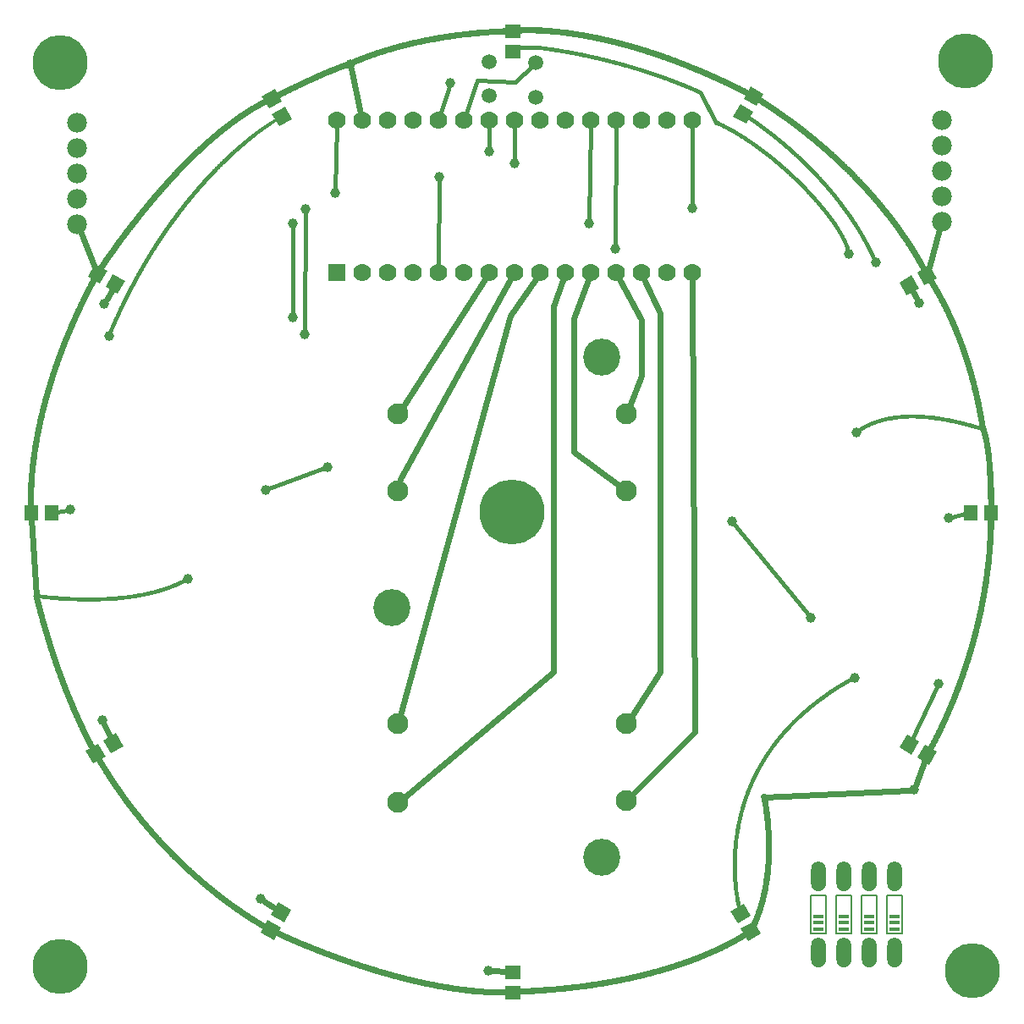
<source format=gbl>
G04 MADE WITH FRITZING*
G04 WWW.FRITZING.ORG*
G04 DOUBLE SIDED*
G04 HOLES PLATED*
G04 CONTOUR ON CENTER OF CONTOUR VECTOR*
%ASAXBY*%
%FSLAX23Y23*%
%MOIN*%
%OFA0B0*%
%SFA1.0B1.0*%
%ADD10C,0.039370*%
%ADD11C,0.058189*%
%ADD12C,0.059055*%
%ADD13C,0.070000*%
%ADD14C,0.082677*%
%ADD15C,0.255905*%
%ADD16C,0.145669*%
%ADD17C,0.216535*%
%ADD18C,0.078000*%
%ADD19R,0.040000X0.015000*%
%ADD20R,0.070000X0.069972*%
%ADD21R,0.059055X0.055118*%
%ADD22R,0.055118X0.059055*%
%ADD23C,0.008000*%
%ADD24C,0.024000*%
%ADD25C,0.016000*%
%ADD26R,0.001000X0.001000*%
%LNCOPPER0*%
G90*
G70*
G54D10*
X3547Y878D03*
X1721Y3663D03*
X995Y2059D03*
X1236Y2148D03*
G54D11*
X3172Y236D03*
X3272Y236D03*
X3372Y236D03*
X3472Y236D03*
X3472Y536D03*
X3372Y536D03*
X3272Y536D03*
X3172Y536D03*
X3172Y236D03*
X3272Y236D03*
X3372Y236D03*
X3472Y236D03*
X3472Y536D03*
X3372Y536D03*
X3272Y536D03*
X3172Y536D03*
G54D10*
X1328Y3737D03*
G54D12*
X1873Y3745D03*
X1873Y3611D03*
X1873Y3745D03*
X1873Y3611D03*
X2058Y3741D03*
X2058Y3607D03*
X2058Y3741D03*
X2058Y3607D03*
G54D13*
X1273Y2914D03*
X1373Y2914D03*
X1473Y2914D03*
X1573Y2914D03*
X1673Y2914D03*
X1773Y2914D03*
X1873Y2914D03*
X1973Y2914D03*
X2073Y2914D03*
X2173Y2914D03*
X2273Y2914D03*
X2373Y2914D03*
X2473Y2914D03*
X2573Y2914D03*
X2673Y2914D03*
X1273Y3514D03*
X1373Y3514D03*
X1473Y3514D03*
X1573Y3514D03*
X1673Y3514D03*
X1773Y3514D03*
X1873Y3514D03*
X1973Y3514D03*
X2073Y3514D03*
X2173Y3514D03*
X2273Y3514D03*
X2373Y3514D03*
X2473Y3514D03*
X2573Y3514D03*
X2673Y3514D03*
G54D10*
X1870Y165D03*
X973Y450D03*
X351Y1153D03*
X358Y2792D03*
X377Y2666D03*
X688Y1708D03*
X223Y1982D03*
X1100Y2739D03*
X1147Y2672D03*
X1150Y3165D03*
X1100Y3110D03*
X2269Y3110D03*
X2675Y3169D03*
X3141Y1556D03*
X2370Y3008D03*
X3398Y2954D03*
X3569Y2794D03*
X3644Y1294D03*
X3685Y1949D03*
X3313Y1319D03*
X3292Y2989D03*
X3320Y2285D03*
X2832Y1934D03*
X1678Y3293D03*
X1975Y3345D03*
X1267Y3230D03*
X1873Y3392D03*
G54D14*
X2415Y2358D03*
X2415Y2055D03*
X1515Y2055D03*
X1515Y2358D03*
X1515Y829D03*
X1515Y1140D03*
X2415Y1140D03*
X2415Y837D03*
G54D15*
X1965Y1971D03*
G54D16*
X2319Y2582D03*
X1492Y1597D03*
X2319Y613D03*
G54D17*
X184Y181D03*
X3751Y3749D03*
X183Y3741D03*
X3776Y167D03*
G54D18*
X252Y3106D03*
X252Y3206D03*
X252Y3306D03*
X252Y3406D03*
X252Y3506D03*
X3657Y3114D03*
X3657Y3214D03*
X3657Y3314D03*
X3657Y3414D03*
X3657Y3514D03*
G54D19*
X3472Y379D03*
X3472Y354D03*
X3472Y329D03*
X3372Y379D03*
X3372Y354D03*
X3372Y329D03*
X3272Y379D03*
X3272Y354D03*
X3272Y329D03*
X3172Y379D03*
X3172Y354D03*
X3172Y329D03*
G54D20*
X1273Y2914D03*
G54D21*
X1966Y3866D03*
X1966Y3785D03*
G54D22*
X71Y1969D03*
X151Y1969D03*
X3852Y1970D03*
X3771Y1970D03*
G54D21*
X1969Y79D03*
X1969Y160D03*
G54D23*
X3442Y461D02*
X3442Y311D01*
D02*
X3442Y461D02*
X3502Y461D01*
D02*
X3502Y311D02*
X3502Y461D01*
D02*
X3502Y311D02*
X3442Y311D01*
D02*
X3342Y461D02*
X3342Y311D01*
D02*
X3342Y461D02*
X3402Y461D01*
D02*
X3402Y311D02*
X3402Y461D01*
D02*
X3402Y311D02*
X3342Y311D01*
D02*
X3242Y461D02*
X3242Y311D01*
D02*
X3242Y461D02*
X3302Y461D01*
D02*
X3302Y311D02*
X3302Y461D01*
D02*
X3302Y311D02*
X3242Y311D01*
D02*
X3142Y461D02*
X3142Y311D01*
D02*
X3142Y461D02*
X3202Y461D01*
D02*
X3202Y311D02*
X3202Y461D01*
D02*
X3202Y311D02*
X3142Y311D01*
G54D24*
D02*
X3554Y895D02*
X3592Y994D01*
D02*
X2958Y850D02*
X3528Y877D01*
D02*
X1965Y82D02*
X1969Y79D01*
G54D25*
D02*
X2273Y3491D02*
X2269Y3123D01*
D02*
X1828Y3671D02*
X1781Y3536D01*
D02*
X1976Y3667D02*
X1828Y3671D01*
D02*
X2047Y3731D02*
X1976Y3667D01*
D02*
X1680Y3537D02*
X1717Y3650D01*
D02*
X2673Y3491D02*
X2675Y3182D01*
D02*
X1223Y2144D02*
X1008Y2064D01*
G54D24*
D02*
X2433Y1167D02*
X2547Y1341D01*
D02*
X2547Y2756D02*
X2485Y2888D01*
D02*
X2547Y1341D02*
X2547Y2756D01*
D02*
X1533Y2386D02*
X1857Y2890D01*
D02*
X2685Y1107D02*
X2673Y2885D01*
D02*
X1959Y2889D02*
X1524Y2101D01*
X1524Y2101D02*
X1521Y2087D01*
D02*
X1524Y1172D02*
X1958Y2747D01*
D02*
X1958Y2747D02*
X2057Y2890D01*
D02*
X1540Y850D02*
X2128Y1341D01*
D02*
X2128Y2782D02*
X2164Y2887D01*
D02*
X2128Y1341D02*
X2128Y2782D01*
D02*
X2473Y2508D02*
X2427Y2389D01*
D02*
X2473Y2730D02*
X2473Y2508D01*
D02*
X2387Y2888D02*
X2473Y2730D01*
D02*
X2206Y2208D02*
X2388Y2074D01*
D02*
X2206Y2734D02*
X2206Y2208D01*
D02*
X2263Y2887D02*
X2206Y2734D01*
D02*
X2438Y860D02*
X2685Y1107D01*
G54D25*
D02*
X1873Y3405D02*
X1873Y3491D01*
D02*
X1974Y3358D02*
X1973Y3491D01*
G54D24*
D02*
X988Y440D02*
X1034Y408D01*
G54D25*
D02*
X210Y1979D02*
X173Y1973D01*
D02*
X1150Y3151D02*
X1147Y2686D01*
D02*
X1100Y3097D02*
X1100Y2753D01*
G54D24*
D02*
X1367Y3543D02*
X1332Y3719D01*
G54D25*
D02*
X2370Y3021D02*
X2373Y3491D01*
D02*
X2708Y3622D02*
X2767Y3507D01*
D02*
X3133Y1566D02*
X2840Y1923D01*
G54D24*
D02*
X367Y2808D02*
X390Y2850D01*
D02*
X91Y1641D02*
X72Y1945D01*
D02*
X359Y1136D02*
X384Y1083D01*
D02*
X1889Y164D02*
X1945Y161D01*
D02*
X1872Y167D02*
X1870Y165D01*
G54D25*
D02*
X3749Y1965D02*
X3698Y1952D01*
G54D24*
D02*
X3540Y2844D02*
X3560Y2810D01*
G54D25*
D02*
X3541Y1078D02*
X3638Y1282D01*
G54D24*
D02*
X3607Y2935D02*
X3649Y3085D01*
D02*
X321Y2937D02*
X264Y3078D01*
G54D25*
D02*
X1267Y3243D02*
X1273Y3491D01*
D02*
X1678Y3279D02*
X1673Y2938D01*
G36*
X293Y2899D02*
X322Y2950D01*
X370Y2923D01*
X341Y2872D01*
X293Y2899D01*
G37*
D02*
G36*
X363Y2859D02*
X392Y2910D01*
X440Y2883D01*
X411Y2831D01*
X363Y2859D01*
G37*
D02*
G36*
X2903Y3648D02*
X2954Y3619D01*
X2927Y3571D01*
X2876Y3600D01*
X2903Y3648D01*
G37*
D02*
G36*
X2863Y3578D02*
X2914Y3549D01*
X2886Y3501D01*
X2835Y3530D01*
X2863Y3578D01*
G37*
D02*
G36*
X3608Y2944D02*
X3637Y2893D01*
X3589Y2865D01*
X3560Y2917D01*
X3608Y2944D01*
G37*
D02*
G36*
X3538Y2904D02*
X3567Y2853D01*
X3519Y2825D01*
X3490Y2876D01*
X3538Y2904D01*
G37*
D02*
G36*
X315Y982D02*
X285Y1033D01*
X333Y1060D01*
X363Y1009D01*
X315Y982D01*
G37*
D02*
G36*
X385Y1022D02*
X355Y1073D01*
X403Y1101D01*
X433Y1050D01*
X385Y1022D01*
G37*
D02*
G36*
X1026Y286D02*
X975Y316D01*
X1002Y364D01*
X1053Y334D01*
X1026Y286D01*
G37*
D02*
G36*
X1066Y356D02*
X1015Y386D01*
X1043Y434D01*
X1094Y404D01*
X1066Y356D01*
G37*
D02*
G36*
X2944Y312D02*
X2893Y283D01*
X2865Y331D01*
X2917Y360D01*
X2944Y312D01*
G37*
D02*
G36*
X2904Y382D02*
X2853Y353D01*
X2825Y400D01*
X2876Y430D01*
X2904Y382D01*
G37*
D02*
G36*
X979Y3608D02*
X1030Y3638D01*
X1057Y3590D01*
X1006Y3561D01*
X979Y3608D01*
G37*
D02*
G36*
X1019Y3538D02*
X1070Y3568D01*
X1098Y3520D01*
X1046Y3491D01*
X1019Y3538D01*
G37*
D02*
G36*
X3639Y1028D02*
X3609Y977D01*
X3562Y1004D01*
X3591Y1056D01*
X3639Y1028D01*
G37*
D02*
G36*
X3569Y1068D02*
X3539Y1017D01*
X3492Y1045D01*
X3521Y1096D01*
X3569Y1068D01*
G37*
D02*
G54D26*
X2003Y3881D02*
X2057Y3881D01*
X1984Y3880D02*
X2082Y3880D01*
X1972Y3879D02*
X2098Y3879D01*
X1955Y3878D02*
X2113Y3878D01*
X1927Y3877D02*
X2124Y3877D01*
X1907Y3876D02*
X2136Y3876D01*
X1889Y3875D02*
X2145Y3875D01*
X1875Y3874D02*
X2154Y3874D01*
X1860Y3873D02*
X2164Y3873D01*
X1847Y3872D02*
X2171Y3872D01*
X1836Y3871D02*
X2179Y3871D01*
X1824Y3870D02*
X2187Y3870D01*
X1814Y3869D02*
X2194Y3869D01*
X1804Y3868D02*
X2201Y3868D01*
X1794Y3867D02*
X2208Y3867D01*
X1785Y3866D02*
X2215Y3866D01*
X1777Y3865D02*
X2222Y3865D01*
X1768Y3864D02*
X2228Y3864D01*
X1760Y3863D02*
X2233Y3863D01*
X1752Y3862D02*
X2239Y3862D01*
X1745Y3861D02*
X2245Y3861D01*
X1737Y3860D02*
X2251Y3860D01*
X1730Y3859D02*
X2257Y3859D01*
X1723Y3858D02*
X2262Y3858D01*
X1716Y3857D02*
X2003Y3857D01*
X2058Y3857D02*
X2267Y3857D01*
X1709Y3856D02*
X1983Y3856D01*
X2083Y3856D02*
X2273Y3856D01*
X1703Y3855D02*
X1972Y3855D01*
X2099Y3855D02*
X2278Y3855D01*
X1696Y3854D02*
X1955Y3854D01*
X2113Y3854D02*
X2283Y3854D01*
X1690Y3853D02*
X1927Y3853D01*
X2124Y3853D02*
X2288Y3853D01*
X1684Y3852D02*
X1907Y3852D01*
X2136Y3852D02*
X2293Y3852D01*
X1678Y3851D02*
X1889Y3851D01*
X2145Y3851D02*
X2298Y3851D01*
X1672Y3850D02*
X1874Y3850D01*
X2154Y3850D02*
X2303Y3850D01*
X1666Y3849D02*
X1860Y3849D01*
X2163Y3849D02*
X2307Y3849D01*
X1661Y3848D02*
X1847Y3848D01*
X2171Y3848D02*
X2312Y3848D01*
X1655Y3847D02*
X1836Y3847D01*
X2179Y3847D02*
X2317Y3847D01*
X1650Y3846D02*
X1824Y3846D01*
X2187Y3846D02*
X2322Y3846D01*
X1644Y3845D02*
X1814Y3845D01*
X2194Y3845D02*
X2326Y3845D01*
X1639Y3844D02*
X1804Y3844D01*
X2200Y3844D02*
X2330Y3844D01*
X1634Y3843D02*
X1794Y3843D01*
X2207Y3843D02*
X2335Y3843D01*
X1629Y3842D02*
X1785Y3842D01*
X2214Y3842D02*
X2339Y3842D01*
X1624Y3841D02*
X1777Y3841D01*
X2220Y3841D02*
X2343Y3841D01*
X1619Y3840D02*
X1768Y3840D01*
X2226Y3840D02*
X2348Y3840D01*
X1613Y3839D02*
X1760Y3839D01*
X2232Y3839D02*
X2352Y3839D01*
X1609Y3838D02*
X1752Y3838D01*
X2238Y3838D02*
X2356Y3838D01*
X1604Y3837D02*
X1745Y3837D01*
X2244Y3837D02*
X2360Y3837D01*
X1599Y3836D02*
X1738Y3836D01*
X2250Y3836D02*
X2364Y3836D01*
X1595Y3835D02*
X1730Y3835D01*
X2256Y3835D02*
X2368Y3835D01*
X1590Y3834D02*
X1723Y3834D01*
X2261Y3834D02*
X2372Y3834D01*
X1585Y3833D02*
X1717Y3833D01*
X2266Y3833D02*
X2376Y3833D01*
X1581Y3832D02*
X1710Y3832D01*
X2271Y3832D02*
X2380Y3832D01*
X1576Y3831D02*
X1703Y3831D01*
X2277Y3831D02*
X2384Y3831D01*
X1572Y3830D02*
X1697Y3830D01*
X2282Y3830D02*
X2388Y3830D01*
X1568Y3829D02*
X1691Y3829D01*
X2287Y3829D02*
X2392Y3829D01*
X1563Y3828D02*
X1685Y3828D01*
X2292Y3828D02*
X2396Y3828D01*
X1559Y3827D02*
X1679Y3827D01*
X2296Y3827D02*
X2400Y3827D01*
X1555Y3826D02*
X1673Y3826D01*
X2301Y3826D02*
X2403Y3826D01*
X1551Y3825D02*
X1667Y3825D01*
X2306Y3825D02*
X2407Y3825D01*
X1547Y3824D02*
X1662Y3824D01*
X2311Y3824D02*
X2411Y3824D01*
X1543Y3823D02*
X1656Y3823D01*
X2316Y3823D02*
X2414Y3823D01*
X1539Y3822D02*
X1651Y3822D01*
X2320Y3822D02*
X2418Y3822D01*
X1535Y3821D02*
X1645Y3821D01*
X2324Y3821D02*
X2422Y3821D01*
X1531Y3820D02*
X1640Y3820D01*
X2329Y3820D02*
X2425Y3820D01*
X1527Y3819D02*
X1635Y3819D01*
X2333Y3819D02*
X2429Y3819D01*
X1523Y3818D02*
X1630Y3818D01*
X2337Y3818D02*
X2433Y3818D01*
X1519Y3817D02*
X1625Y3817D01*
X2342Y3817D02*
X2436Y3817D01*
X1516Y3816D02*
X1620Y3816D01*
X2346Y3816D02*
X2440Y3816D01*
X1512Y3815D02*
X1615Y3815D01*
X2350Y3815D02*
X2443Y3815D01*
X1508Y3814D02*
X1610Y3814D01*
X2355Y3814D02*
X2446Y3814D01*
X1505Y3813D02*
X1605Y3813D01*
X2359Y3813D02*
X2450Y3813D01*
X1501Y3812D02*
X1601Y3812D01*
X2363Y3812D02*
X2453Y3812D01*
X1497Y3811D02*
X1596Y3811D01*
X2367Y3811D02*
X2456Y3811D01*
X1494Y3810D02*
X1591Y3810D01*
X2371Y3810D02*
X2460Y3810D01*
X1490Y3809D02*
X1587Y3809D01*
X2011Y3809D02*
X2056Y3809D01*
X2374Y3809D02*
X2463Y3809D01*
X1487Y3808D02*
X1582Y3808D01*
X2002Y3808D02*
X2071Y3808D01*
X2378Y3808D02*
X2467Y3808D01*
X1483Y3807D02*
X1578Y3807D01*
X1996Y3807D02*
X2081Y3807D01*
X2382Y3807D02*
X2470Y3807D01*
X1480Y3806D02*
X1574Y3806D01*
X1991Y3806D02*
X2088Y3806D01*
X2386Y3806D02*
X2473Y3806D01*
X1476Y3805D02*
X1569Y3805D01*
X1987Y3805D02*
X2095Y3805D01*
X2390Y3805D02*
X2477Y3805D01*
X1473Y3804D02*
X1565Y3804D01*
X1984Y3804D02*
X2103Y3804D01*
X2394Y3804D02*
X2480Y3804D01*
X1470Y3803D02*
X1561Y3803D01*
X1981Y3803D02*
X2110Y3803D01*
X2398Y3803D02*
X2483Y3803D01*
X1466Y3802D02*
X1557Y3802D01*
X1978Y3802D02*
X2117Y3802D01*
X2401Y3802D02*
X2486Y3802D01*
X1463Y3801D02*
X1553Y3801D01*
X1976Y3801D02*
X2123Y3801D01*
X2405Y3801D02*
X2489Y3801D01*
X1460Y3800D02*
X1549Y3800D01*
X1974Y3800D02*
X2130Y3800D01*
X2409Y3800D02*
X2493Y3800D01*
X1457Y3799D02*
X1545Y3799D01*
X1972Y3799D02*
X2137Y3799D01*
X2412Y3799D02*
X2496Y3799D01*
X1453Y3798D02*
X1541Y3798D01*
X1970Y3798D02*
X2143Y3798D01*
X2416Y3798D02*
X2499Y3798D01*
X1450Y3797D02*
X1537Y3797D01*
X1968Y3797D02*
X2149Y3797D01*
X2420Y3797D02*
X2502Y3797D01*
X1447Y3796D02*
X1533Y3796D01*
X1967Y3796D02*
X2155Y3796D01*
X2423Y3796D02*
X2505Y3796D01*
X1444Y3795D02*
X1529Y3795D01*
X1965Y3795D02*
X2161Y3795D01*
X2427Y3795D02*
X2508Y3795D01*
X1441Y3794D02*
X1525Y3794D01*
X1964Y3794D02*
X2167Y3794D01*
X2431Y3794D02*
X2511Y3794D01*
X1438Y3793D02*
X1521Y3793D01*
X1963Y3793D02*
X2008Y3793D01*
X2057Y3793D02*
X2173Y3793D01*
X2434Y3793D02*
X2514Y3793D01*
X1435Y3792D02*
X1518Y3792D01*
X1961Y3792D02*
X2000Y3792D01*
X2071Y3792D02*
X2179Y3792D01*
X2437Y3792D02*
X2518Y3792D01*
X1432Y3791D02*
X1514Y3791D01*
X1960Y3791D02*
X1995Y3791D01*
X2081Y3791D02*
X2185Y3791D01*
X2441Y3791D02*
X2521Y3791D01*
X1429Y3790D02*
X1510Y3790D01*
X1960Y3790D02*
X1991Y3790D01*
X2088Y3790D02*
X2190Y3790D01*
X2444Y3790D02*
X2524Y3790D01*
X1426Y3789D02*
X1507Y3789D01*
X1959Y3789D02*
X1988Y3789D01*
X2095Y3789D02*
X2196Y3789D01*
X2447Y3789D02*
X2527Y3789D01*
X1423Y3788D02*
X1503Y3788D01*
X1959Y3788D02*
X1985Y3788D01*
X2103Y3788D02*
X2201Y3788D01*
X2451Y3788D02*
X2530Y3788D01*
X1420Y3787D02*
X1500Y3787D01*
X1958Y3787D02*
X1982Y3787D01*
X2110Y3787D02*
X2207Y3787D01*
X2454Y3787D02*
X2533Y3787D01*
X1417Y3786D02*
X1496Y3786D01*
X1958Y3786D02*
X1980Y3786D01*
X2117Y3786D02*
X2212Y3786D01*
X2458Y3786D02*
X2536Y3786D01*
X1414Y3785D02*
X1493Y3785D01*
X1958Y3785D02*
X1978Y3785D01*
X2123Y3785D02*
X2217Y3785D01*
X2461Y3785D02*
X2539Y3785D01*
X1411Y3784D02*
X1489Y3784D01*
X1958Y3784D02*
X1977Y3784D01*
X2130Y3784D02*
X2222Y3784D01*
X2464Y3784D02*
X2542Y3784D01*
X1408Y3783D02*
X1486Y3783D01*
X1959Y3783D02*
X1975Y3783D01*
X2136Y3783D02*
X2227Y3783D01*
X2468Y3783D02*
X2545Y3783D01*
X1406Y3782D02*
X1482Y3782D01*
X1959Y3782D02*
X1974Y3782D01*
X2143Y3782D02*
X2232Y3782D01*
X2471Y3782D02*
X2547Y3782D01*
X1403Y3781D02*
X1479Y3781D01*
X1960Y3781D02*
X1972Y3781D01*
X2149Y3781D02*
X2237Y3781D01*
X2474Y3781D02*
X2550Y3781D01*
X1400Y3780D02*
X1475Y3780D01*
X1961Y3780D02*
X1971Y3780D01*
X2155Y3780D02*
X2242Y3780D01*
X2478Y3780D02*
X2553Y3780D01*
X1397Y3779D02*
X1472Y3779D01*
X1962Y3779D02*
X1970Y3779D01*
X2161Y3779D02*
X2247Y3779D01*
X2481Y3779D02*
X2556Y3779D01*
X1394Y3778D02*
X1469Y3778D01*
X1964Y3778D02*
X1968Y3778D01*
X2167Y3778D02*
X2252Y3778D01*
X2484Y3778D02*
X2559Y3778D01*
X1392Y3777D02*
X1466Y3777D01*
X2173Y3777D02*
X2256Y3777D01*
X2487Y3777D02*
X2562Y3777D01*
X1389Y3776D02*
X1462Y3776D01*
X2179Y3776D02*
X2261Y3776D01*
X2490Y3776D02*
X2565Y3776D01*
X1386Y3775D02*
X1459Y3775D01*
X2184Y3775D02*
X2266Y3775D01*
X2493Y3775D02*
X2568Y3775D01*
X1384Y3774D02*
X1456Y3774D01*
X2190Y3774D02*
X2271Y3774D01*
X2496Y3774D02*
X2570Y3774D01*
X1381Y3773D02*
X1453Y3773D01*
X2195Y3773D02*
X2275Y3773D01*
X2499Y3773D02*
X2573Y3773D01*
X1378Y3772D02*
X1450Y3772D01*
X2201Y3772D02*
X2280Y3772D01*
X2503Y3772D02*
X2576Y3772D01*
X1376Y3771D02*
X1447Y3771D01*
X2206Y3771D02*
X2284Y3771D01*
X2506Y3771D02*
X2579Y3771D01*
X1373Y3770D02*
X1444Y3770D01*
X2211Y3770D02*
X2288Y3770D01*
X2509Y3770D02*
X2582Y3770D01*
X1371Y3769D02*
X1441Y3769D01*
X2216Y3769D02*
X2293Y3769D01*
X2512Y3769D02*
X2584Y3769D01*
X1368Y3768D02*
X1438Y3768D01*
X2221Y3768D02*
X2297Y3768D01*
X2515Y3768D02*
X2587Y3768D01*
X1365Y3767D02*
X1435Y3767D01*
X2227Y3767D02*
X2302Y3767D01*
X2518Y3767D02*
X2590Y3767D01*
X1363Y3766D02*
X1432Y3766D01*
X2232Y3766D02*
X2306Y3766D01*
X2521Y3766D02*
X2593Y3766D01*
X1361Y3765D02*
X1429Y3765D01*
X2237Y3765D02*
X2310Y3765D01*
X2524Y3765D02*
X2595Y3765D01*
X1358Y3764D02*
X1426Y3764D01*
X2242Y3764D02*
X2314Y3764D01*
X2527Y3764D02*
X2598Y3764D01*
X1356Y3763D02*
X1423Y3763D01*
X2246Y3763D02*
X2318Y3763D01*
X2530Y3763D02*
X2601Y3763D01*
X1353Y3762D02*
X1420Y3762D01*
X2251Y3762D02*
X2323Y3762D01*
X2533Y3762D02*
X2603Y3762D01*
X1351Y3761D02*
X1417Y3761D01*
X2256Y3761D02*
X2327Y3761D01*
X2536Y3761D02*
X2606Y3761D01*
X1348Y3760D02*
X1414Y3760D01*
X2261Y3760D02*
X2331Y3760D01*
X2539Y3760D02*
X2609Y3760D01*
X1346Y3759D02*
X1412Y3759D01*
X2265Y3759D02*
X2335Y3759D01*
X2542Y3759D02*
X2612Y3759D01*
X1344Y3758D02*
X1409Y3758D01*
X2270Y3758D02*
X2339Y3758D01*
X2545Y3758D02*
X2614Y3758D01*
X1342Y3757D02*
X1406Y3757D01*
X2274Y3757D02*
X2343Y3757D01*
X2548Y3757D02*
X2617Y3757D01*
X1339Y3756D02*
X1403Y3756D01*
X2279Y3756D02*
X2347Y3756D01*
X2550Y3756D02*
X2619Y3756D01*
X1337Y3755D02*
X1400Y3755D01*
X2283Y3755D02*
X2351Y3755D01*
X2553Y3755D02*
X2622Y3755D01*
X1335Y3754D02*
X1398Y3754D01*
X2288Y3754D02*
X2355Y3754D01*
X2556Y3754D02*
X2625Y3754D01*
X1333Y3753D02*
X1395Y3753D01*
X2292Y3753D02*
X2359Y3753D01*
X2559Y3753D02*
X2627Y3753D01*
X1330Y3752D02*
X1392Y3752D01*
X2297Y3752D02*
X2363Y3752D01*
X2562Y3752D02*
X2630Y3752D01*
X1328Y3751D02*
X1390Y3751D01*
X2301Y3751D02*
X2366Y3751D01*
X2565Y3751D02*
X2633Y3751D01*
X1326Y3750D02*
X1387Y3750D01*
X2305Y3750D02*
X2370Y3750D01*
X2567Y3750D02*
X2635Y3750D01*
X1324Y3749D02*
X1384Y3749D01*
X2309Y3749D02*
X2374Y3749D01*
X2570Y3749D02*
X2638Y3749D01*
X1321Y3748D02*
X1382Y3748D01*
X2313Y3748D02*
X2378Y3748D01*
X2573Y3748D02*
X2640Y3748D01*
X1318Y3747D02*
X1379Y3747D01*
X2318Y3747D02*
X2381Y3747D01*
X2576Y3747D02*
X2643Y3747D01*
X1315Y3746D02*
X1377Y3746D01*
X2322Y3746D02*
X2385Y3746D01*
X2579Y3746D02*
X2645Y3746D01*
X1312Y3745D02*
X1374Y3745D01*
X2326Y3745D02*
X2389Y3745D01*
X2581Y3745D02*
X2648Y3745D01*
X1309Y3744D02*
X1372Y3744D01*
X2330Y3744D02*
X2392Y3744D01*
X2584Y3744D02*
X2650Y3744D01*
X1306Y3743D02*
X1369Y3743D01*
X2334Y3743D02*
X2396Y3743D01*
X2587Y3743D02*
X2653Y3743D01*
X1303Y3742D02*
X1367Y3742D01*
X2338Y3742D02*
X2400Y3742D01*
X2590Y3742D02*
X2655Y3742D01*
X1300Y3741D02*
X1364Y3741D01*
X2342Y3741D02*
X2403Y3741D01*
X2592Y3741D02*
X2658Y3741D01*
X1297Y3740D02*
X1362Y3740D01*
X2346Y3740D02*
X2407Y3740D01*
X2595Y3740D02*
X2661Y3740D01*
X1295Y3739D02*
X1359Y3739D01*
X2350Y3739D02*
X2410Y3739D01*
X2598Y3739D02*
X2663Y3739D01*
X1292Y3738D02*
X1357Y3738D01*
X2354Y3738D02*
X2414Y3738D01*
X2600Y3738D02*
X2665Y3738D01*
X1289Y3737D02*
X1355Y3737D01*
X2358Y3737D02*
X2417Y3737D01*
X2603Y3737D02*
X2668Y3737D01*
X1286Y3736D02*
X1352Y3736D01*
X2362Y3736D02*
X2421Y3736D01*
X2606Y3736D02*
X2670Y3736D01*
X1284Y3735D02*
X1350Y3735D01*
X2365Y3735D02*
X2424Y3735D01*
X2608Y3735D02*
X2673Y3735D01*
X1281Y3734D02*
X1348Y3734D01*
X2369Y3734D02*
X2428Y3734D01*
X2611Y3734D02*
X2675Y3734D01*
X1278Y3733D02*
X1346Y3733D01*
X2373Y3733D02*
X2431Y3733D01*
X2614Y3733D02*
X2678Y3733D01*
X1276Y3732D02*
X1343Y3732D01*
X2377Y3732D02*
X2435Y3732D01*
X2616Y3732D02*
X2680Y3732D01*
X1273Y3731D02*
X1341Y3731D01*
X2380Y3731D02*
X2438Y3731D01*
X2619Y3731D02*
X2683Y3731D01*
X1271Y3730D02*
X1339Y3730D01*
X2384Y3730D02*
X2441Y3730D01*
X2621Y3730D02*
X2685Y3730D01*
X1268Y3729D02*
X1337Y3729D01*
X2388Y3729D02*
X2445Y3729D01*
X2624Y3729D02*
X2688Y3729D01*
X1266Y3728D02*
X1335Y3728D01*
X2391Y3728D02*
X2448Y3728D01*
X2627Y3728D02*
X2690Y3728D01*
X1263Y3727D02*
X1333Y3727D01*
X2395Y3727D02*
X2451Y3727D01*
X2629Y3727D02*
X2692Y3727D01*
X1261Y3726D02*
X1330Y3726D01*
X2398Y3726D02*
X2455Y3726D01*
X2632Y3726D02*
X2695Y3726D01*
X1258Y3725D02*
X1327Y3725D01*
X2402Y3725D02*
X2458Y3725D01*
X2634Y3725D02*
X2697Y3725D01*
X1255Y3724D02*
X1324Y3724D01*
X2406Y3724D02*
X2461Y3724D01*
X2637Y3724D02*
X2700Y3724D01*
X1253Y3723D02*
X1321Y3723D01*
X2409Y3723D02*
X2465Y3723D01*
X2639Y3723D02*
X2702Y3723D01*
X1251Y3722D02*
X1318Y3722D01*
X2413Y3722D02*
X2468Y3722D01*
X2642Y3722D02*
X2704Y3722D01*
X1248Y3721D02*
X1315Y3721D01*
X2416Y3721D02*
X2471Y3721D01*
X2644Y3721D02*
X2707Y3721D01*
X1246Y3720D02*
X1312Y3720D01*
X2420Y3720D02*
X2474Y3720D01*
X2647Y3720D02*
X2709Y3720D01*
X1243Y3719D02*
X1309Y3719D01*
X2423Y3719D02*
X2477Y3719D01*
X2650Y3719D02*
X2712Y3719D01*
X1241Y3718D02*
X1306Y3718D01*
X2427Y3718D02*
X2481Y3718D01*
X2652Y3718D02*
X2714Y3718D01*
X1239Y3717D02*
X1303Y3717D01*
X2430Y3717D02*
X2484Y3717D01*
X2655Y3717D02*
X2716Y3717D01*
X1236Y3716D02*
X1301Y3716D01*
X2433Y3716D02*
X2487Y3716D01*
X2657Y3716D02*
X2719Y3716D01*
X1234Y3715D02*
X1298Y3715D01*
X2437Y3715D02*
X2490Y3715D01*
X2659Y3715D02*
X2721Y3715D01*
X1231Y3714D02*
X1295Y3714D01*
X2440Y3714D02*
X2493Y3714D01*
X2662Y3714D02*
X2723Y3714D01*
X1229Y3713D02*
X1292Y3713D01*
X2443Y3713D02*
X2496Y3713D01*
X2664Y3713D02*
X2726Y3713D01*
X1227Y3712D02*
X1290Y3712D01*
X2447Y3712D02*
X2499Y3712D01*
X2667Y3712D02*
X2728Y3712D01*
X1224Y3711D02*
X1287Y3711D01*
X2450Y3711D02*
X2502Y3711D01*
X2669Y3711D02*
X2730Y3711D01*
X1222Y3710D02*
X1284Y3710D01*
X2453Y3710D02*
X2505Y3710D01*
X2672Y3710D02*
X2733Y3710D01*
X1220Y3709D02*
X1282Y3709D01*
X2457Y3709D02*
X2508Y3709D01*
X2674Y3709D02*
X2735Y3709D01*
X1217Y3708D02*
X1279Y3708D01*
X2460Y3708D02*
X2511Y3708D01*
X2677Y3708D02*
X2737Y3708D01*
X1215Y3707D02*
X1277Y3707D01*
X2463Y3707D02*
X2514Y3707D01*
X2679Y3707D02*
X2739Y3707D01*
X1213Y3706D02*
X1274Y3706D01*
X2466Y3706D02*
X2517Y3706D01*
X2682Y3706D02*
X2742Y3706D01*
X1210Y3705D02*
X1272Y3705D01*
X2469Y3705D02*
X2520Y3705D01*
X2684Y3705D02*
X2744Y3705D01*
X1208Y3704D02*
X1269Y3704D01*
X2473Y3704D02*
X2523Y3704D01*
X2686Y3704D02*
X2746Y3704D01*
X1206Y3703D02*
X1267Y3703D01*
X2476Y3703D02*
X2526Y3703D01*
X2689Y3703D02*
X2748Y3703D01*
X1203Y3702D02*
X1264Y3702D01*
X2479Y3702D02*
X2529Y3702D01*
X2691Y3702D02*
X2751Y3702D01*
X1201Y3701D02*
X1262Y3701D01*
X2482Y3701D02*
X2532Y3701D01*
X2694Y3701D02*
X2753Y3701D01*
X1199Y3700D02*
X1259Y3700D01*
X2485Y3700D02*
X2535Y3700D01*
X2696Y3700D02*
X2755Y3700D01*
X1197Y3699D02*
X1257Y3699D01*
X2488Y3699D02*
X2538Y3699D01*
X2698Y3699D02*
X2757Y3699D01*
X1194Y3698D02*
X1254Y3698D01*
X2491Y3698D02*
X2541Y3698D01*
X2701Y3698D02*
X2760Y3698D01*
X1192Y3697D02*
X1252Y3697D01*
X2494Y3697D02*
X2544Y3697D01*
X2703Y3697D02*
X2762Y3697D01*
X1190Y3696D02*
X1249Y3696D01*
X2497Y3696D02*
X2546Y3696D01*
X2705Y3696D02*
X2764Y3696D01*
X1188Y3695D02*
X1247Y3695D01*
X2500Y3695D02*
X2549Y3695D01*
X2708Y3695D02*
X2766Y3695D01*
X1186Y3694D02*
X1245Y3694D01*
X2503Y3694D02*
X2552Y3694D01*
X2710Y3694D02*
X2769Y3694D01*
X1183Y3693D02*
X1242Y3693D01*
X2506Y3693D02*
X2555Y3693D01*
X2712Y3693D02*
X2771Y3693D01*
X1181Y3692D02*
X1240Y3692D01*
X2509Y3692D02*
X2558Y3692D01*
X2715Y3692D02*
X2773Y3692D01*
X1179Y3691D02*
X1237Y3691D01*
X2512Y3691D02*
X2561Y3691D01*
X2717Y3691D02*
X2775Y3691D01*
X1177Y3690D02*
X1235Y3690D01*
X2516Y3690D02*
X2563Y3690D01*
X2719Y3690D02*
X2777Y3690D01*
X1174Y3689D02*
X1233Y3689D01*
X2519Y3689D02*
X2566Y3689D01*
X2722Y3689D02*
X2780Y3689D01*
X1172Y3688D02*
X1231Y3688D01*
X2522Y3688D02*
X2569Y3688D01*
X2724Y3688D02*
X2782Y3688D01*
X1170Y3687D02*
X1228Y3687D01*
X2525Y3687D02*
X2572Y3687D01*
X2726Y3687D02*
X2784Y3687D01*
X1168Y3686D02*
X1226Y3686D01*
X2528Y3686D02*
X2574Y3686D01*
X2729Y3686D02*
X2786Y3686D01*
X1166Y3685D02*
X1224Y3685D01*
X2530Y3685D02*
X2577Y3685D01*
X2731Y3685D02*
X2788Y3685D01*
X1164Y3684D02*
X1221Y3684D01*
X2533Y3684D02*
X2580Y3684D01*
X2733Y3684D02*
X2791Y3684D01*
X1162Y3683D02*
X1219Y3683D01*
X2536Y3683D02*
X2583Y3683D01*
X2735Y3683D02*
X2793Y3683D01*
X1159Y3682D02*
X1217Y3682D01*
X2539Y3682D02*
X2585Y3682D01*
X2738Y3682D02*
X2795Y3682D01*
X1157Y3681D02*
X1214Y3681D01*
X2542Y3681D02*
X2588Y3681D01*
X2740Y3681D02*
X2797Y3681D01*
X1155Y3680D02*
X1212Y3680D01*
X2545Y3680D02*
X2591Y3680D01*
X2742Y3680D02*
X2799Y3680D01*
X1153Y3679D02*
X1210Y3679D01*
X2547Y3679D02*
X2593Y3679D01*
X2744Y3679D02*
X2801Y3679D01*
X1151Y3678D02*
X1208Y3678D01*
X2550Y3678D02*
X2596Y3678D01*
X2747Y3678D02*
X2803Y3678D01*
X1149Y3677D02*
X1205Y3677D01*
X2553Y3677D02*
X2599Y3677D01*
X2749Y3677D02*
X2806Y3677D01*
X1146Y3676D02*
X1203Y3676D01*
X2556Y3676D02*
X2601Y3676D01*
X2751Y3676D02*
X2808Y3676D01*
X1144Y3675D02*
X1201Y3675D01*
X2559Y3675D02*
X2604Y3675D01*
X2753Y3675D02*
X2810Y3675D01*
X1142Y3674D02*
X1199Y3674D01*
X2562Y3674D02*
X2607Y3674D01*
X2756Y3674D02*
X2812Y3674D01*
X1140Y3673D02*
X1196Y3673D01*
X2564Y3673D02*
X2609Y3673D01*
X2758Y3673D02*
X2814Y3673D01*
X1138Y3672D02*
X1194Y3672D01*
X2567Y3672D02*
X2612Y3672D01*
X2760Y3672D02*
X2816Y3672D01*
X1136Y3671D02*
X1192Y3671D01*
X2570Y3671D02*
X2614Y3671D01*
X2762Y3671D02*
X2818Y3671D01*
X1134Y3670D02*
X1190Y3670D01*
X2573Y3670D02*
X2617Y3670D01*
X2764Y3670D02*
X2820Y3670D01*
X1131Y3669D02*
X1187Y3669D01*
X2575Y3669D02*
X2619Y3669D01*
X2767Y3669D02*
X2822Y3669D01*
X1129Y3668D02*
X1185Y3668D01*
X2578Y3668D02*
X2622Y3668D01*
X2769Y3668D02*
X2825Y3668D01*
X1127Y3667D02*
X1183Y3667D01*
X2581Y3667D02*
X2624Y3667D01*
X2771Y3667D02*
X2827Y3667D01*
X1125Y3666D02*
X1181Y3666D01*
X2583Y3666D02*
X2627Y3666D01*
X2773Y3666D02*
X2829Y3666D01*
X1123Y3665D02*
X1179Y3665D01*
X2586Y3665D02*
X2629Y3665D01*
X2775Y3665D02*
X2831Y3665D01*
X1121Y3664D02*
X1177Y3664D01*
X2589Y3664D02*
X2632Y3664D01*
X2778Y3664D02*
X2833Y3664D01*
X1119Y3663D02*
X1174Y3663D01*
X2591Y3663D02*
X2635Y3663D01*
X2780Y3663D02*
X2835Y3663D01*
X1117Y3662D02*
X1172Y3662D01*
X2594Y3662D02*
X2637Y3662D01*
X2782Y3662D02*
X2837Y3662D01*
X1115Y3661D02*
X1170Y3661D01*
X2597Y3661D02*
X2639Y3661D01*
X2784Y3661D02*
X2839Y3661D01*
X1113Y3660D02*
X1168Y3660D01*
X2599Y3660D02*
X2642Y3660D01*
X2786Y3660D02*
X2841Y3660D01*
X1110Y3659D02*
X1166Y3659D01*
X2602Y3659D02*
X2644Y3659D01*
X2788Y3659D02*
X2843Y3659D01*
X1108Y3658D02*
X1164Y3658D01*
X2605Y3658D02*
X2647Y3658D01*
X2791Y3658D02*
X2845Y3658D01*
X1106Y3657D02*
X1161Y3657D01*
X2607Y3657D02*
X2649Y3657D01*
X2793Y3657D02*
X2847Y3657D01*
X1104Y3656D02*
X1159Y3656D01*
X2610Y3656D02*
X2652Y3656D01*
X2795Y3656D02*
X2849Y3656D01*
X1102Y3655D02*
X1157Y3655D01*
X2612Y3655D02*
X2654Y3655D01*
X2797Y3655D02*
X2851Y3655D01*
X1100Y3654D02*
X1155Y3654D01*
X2615Y3654D02*
X2656Y3654D01*
X2799Y3654D02*
X2853Y3654D01*
X1098Y3653D02*
X1153Y3653D01*
X2617Y3653D02*
X2659Y3653D01*
X2801Y3653D02*
X2856Y3653D01*
X1096Y3652D02*
X1151Y3652D01*
X2620Y3652D02*
X2661Y3652D01*
X2803Y3652D02*
X2858Y3652D01*
X1094Y3651D02*
X1149Y3651D01*
X2622Y3651D02*
X2664Y3651D01*
X2805Y3651D02*
X2860Y3651D01*
X1092Y3650D02*
X1146Y3650D01*
X2625Y3650D02*
X2666Y3650D01*
X2808Y3650D02*
X2862Y3650D01*
X1090Y3649D02*
X1144Y3649D01*
X2627Y3649D02*
X2668Y3649D01*
X2810Y3649D02*
X2864Y3649D01*
X1088Y3648D02*
X1142Y3648D01*
X2630Y3648D02*
X2671Y3648D01*
X2812Y3648D02*
X2866Y3648D01*
X1086Y3647D02*
X1140Y3647D01*
X2632Y3647D02*
X2673Y3647D01*
X2814Y3647D02*
X2868Y3647D01*
X1083Y3646D02*
X1138Y3646D01*
X2635Y3646D02*
X2675Y3646D01*
X2816Y3646D02*
X2870Y3646D01*
X1081Y3645D02*
X1136Y3645D01*
X2637Y3645D02*
X2678Y3645D01*
X2818Y3645D02*
X2872Y3645D01*
X1079Y3644D02*
X1134Y3644D01*
X2640Y3644D02*
X2680Y3644D01*
X2820Y3644D02*
X2874Y3644D01*
X1077Y3643D02*
X1132Y3643D01*
X2642Y3643D02*
X2682Y3643D01*
X2822Y3643D02*
X2876Y3643D01*
X1075Y3642D02*
X1129Y3642D01*
X2645Y3642D02*
X2685Y3642D01*
X2824Y3642D02*
X2878Y3642D01*
X1073Y3641D02*
X1127Y3641D01*
X2647Y3641D02*
X2687Y3641D01*
X2826Y3641D02*
X2880Y3641D01*
X1071Y3640D02*
X1125Y3640D01*
X2649Y3640D02*
X2689Y3640D01*
X2828Y3640D02*
X2882Y3640D01*
X1069Y3639D02*
X1123Y3639D01*
X2652Y3639D02*
X2691Y3639D01*
X2831Y3639D02*
X2884Y3639D01*
X1067Y3638D02*
X1121Y3638D01*
X2654Y3638D02*
X2693Y3638D01*
X2833Y3638D02*
X2886Y3638D01*
X1065Y3637D02*
X1119Y3637D01*
X2657Y3637D02*
X2696Y3637D01*
X2835Y3637D02*
X2888Y3637D01*
X1063Y3636D02*
X1117Y3636D01*
X2659Y3636D02*
X2698Y3636D01*
X2837Y3636D02*
X2890Y3636D01*
X1061Y3635D02*
X1115Y3635D01*
X2661Y3635D02*
X2700Y3635D01*
X2839Y3635D02*
X2892Y3635D01*
X1059Y3634D02*
X1113Y3634D01*
X2664Y3634D02*
X2702Y3634D01*
X2841Y3634D02*
X2894Y3634D01*
X1057Y3633D02*
X1111Y3633D01*
X2666Y3633D02*
X2704Y3633D01*
X2843Y3633D02*
X2895Y3633D01*
X1055Y3632D02*
X1109Y3632D01*
X2668Y3632D02*
X2706Y3632D01*
X2845Y3632D02*
X2897Y3632D01*
X1053Y3631D02*
X1107Y3631D01*
X2671Y3631D02*
X2709Y3631D01*
X2847Y3631D02*
X2899Y3631D01*
X1051Y3630D02*
X1105Y3630D01*
X2673Y3630D02*
X2711Y3630D01*
X2849Y3630D02*
X2901Y3630D01*
X1049Y3629D02*
X1102Y3629D01*
X2675Y3629D02*
X2712Y3629D01*
X2851Y3629D02*
X2903Y3629D01*
X1047Y3628D02*
X1100Y3628D01*
X2678Y3628D02*
X2713Y3628D01*
X2853Y3628D02*
X2905Y3628D01*
X1045Y3627D02*
X1098Y3627D01*
X2680Y3627D02*
X2714Y3627D01*
X2855Y3627D02*
X2907Y3627D01*
X1043Y3626D02*
X1096Y3626D01*
X2682Y3626D02*
X2714Y3626D01*
X2857Y3626D02*
X2909Y3626D01*
X1041Y3625D02*
X1094Y3625D01*
X2684Y3625D02*
X2715Y3625D01*
X2859Y3625D02*
X2911Y3625D01*
X1039Y3624D02*
X1092Y3624D01*
X2687Y3624D02*
X2715Y3624D01*
X2861Y3624D02*
X2913Y3624D01*
X1037Y3623D02*
X1090Y3623D01*
X2689Y3623D02*
X2715Y3623D01*
X2863Y3623D02*
X2915Y3623D01*
X1035Y3622D02*
X1088Y3622D01*
X2691Y3622D02*
X2715Y3622D01*
X2865Y3622D02*
X2917Y3622D01*
X1033Y3621D02*
X1086Y3621D01*
X2693Y3621D02*
X2715Y3621D01*
X2867Y3621D02*
X2919Y3621D01*
X1031Y3620D02*
X1084Y3620D01*
X2695Y3620D02*
X2714Y3620D01*
X2869Y3620D02*
X2921Y3620D01*
X1029Y3619D02*
X1082Y3619D01*
X2697Y3619D02*
X2714Y3619D01*
X2871Y3619D02*
X2922Y3619D01*
X1027Y3618D02*
X1080Y3618D01*
X2700Y3618D02*
X2713Y3618D01*
X2873Y3618D02*
X2924Y3618D01*
X1025Y3617D02*
X1078Y3617D01*
X2702Y3617D02*
X2712Y3617D01*
X2875Y3617D02*
X2925Y3617D01*
X1023Y3616D02*
X1076Y3616D01*
X2704Y3616D02*
X2711Y3616D01*
X2877Y3616D02*
X2927Y3616D01*
X1021Y3615D02*
X1074Y3615D01*
X2707Y3615D02*
X2708Y3615D01*
X2879Y3615D02*
X2929Y3615D01*
X1020Y3614D02*
X1072Y3614D01*
X2881Y3614D02*
X2930Y3614D01*
X1018Y3613D02*
X1070Y3613D01*
X2883Y3613D02*
X2932Y3613D01*
X1016Y3612D02*
X1068Y3612D01*
X2885Y3612D02*
X2933Y3612D01*
X1014Y3611D02*
X1066Y3611D01*
X2887Y3611D02*
X2935Y3611D01*
X1012Y3610D02*
X1064Y3610D01*
X2889Y3610D02*
X2937Y3610D01*
X1009Y3609D02*
X1062Y3609D01*
X2891Y3609D02*
X2938Y3609D01*
X1007Y3608D02*
X1060Y3608D01*
X2893Y3608D02*
X2940Y3608D01*
X1005Y3607D02*
X1058Y3607D01*
X2895Y3607D02*
X2941Y3607D01*
X1003Y3606D02*
X1056Y3606D01*
X2896Y3606D02*
X2943Y3606D01*
X1001Y3605D02*
X1054Y3605D01*
X2898Y3605D02*
X2945Y3605D01*
X999Y3604D02*
X1052Y3604D01*
X2900Y3604D02*
X2946Y3604D01*
X997Y3603D02*
X1050Y3603D01*
X2902Y3603D02*
X2948Y3603D01*
X995Y3602D02*
X1048Y3602D01*
X2904Y3602D02*
X2949Y3602D01*
X993Y3601D02*
X1046Y3601D01*
X2906Y3601D02*
X2951Y3601D01*
X991Y3600D02*
X1044Y3600D01*
X2908Y3600D02*
X2952Y3600D01*
X989Y3599D02*
X1042Y3599D01*
X2910Y3599D02*
X2954Y3599D01*
X987Y3598D02*
X1040Y3598D01*
X2911Y3598D02*
X2955Y3598D01*
X985Y3597D02*
X1038Y3597D01*
X2913Y3597D02*
X2957Y3597D01*
X983Y3596D02*
X1036Y3596D01*
X2915Y3596D02*
X2959Y3596D01*
X981Y3595D02*
X1034Y3595D01*
X2916Y3595D02*
X2960Y3595D01*
X979Y3594D02*
X1032Y3594D01*
X2918Y3594D02*
X2962Y3594D01*
X977Y3593D02*
X1030Y3593D01*
X2919Y3593D02*
X2963Y3593D01*
X975Y3592D02*
X1028Y3592D01*
X2921Y3592D02*
X2965Y3592D01*
X973Y3591D02*
X1026Y3591D01*
X2923Y3591D02*
X2966Y3591D01*
X971Y3590D02*
X1024Y3590D01*
X2924Y3590D02*
X2968Y3590D01*
X969Y3589D02*
X1022Y3589D01*
X2926Y3589D02*
X2969Y3589D01*
X968Y3588D02*
X1020Y3588D01*
X2927Y3588D02*
X2971Y3588D01*
X966Y3587D02*
X1018Y3587D01*
X2929Y3587D02*
X2972Y3587D01*
X964Y3586D02*
X1016Y3586D01*
X2931Y3586D02*
X2974Y3586D01*
X962Y3585D02*
X1014Y3585D01*
X2932Y3585D02*
X2975Y3585D01*
X960Y3584D02*
X1012Y3584D01*
X2934Y3584D02*
X2977Y3584D01*
X958Y3583D02*
X1010Y3583D01*
X2935Y3583D02*
X2979Y3583D01*
X957Y3582D02*
X1007Y3582D01*
X2937Y3582D02*
X2980Y3582D01*
X955Y3581D02*
X1005Y3581D01*
X2939Y3581D02*
X2982Y3581D01*
X953Y3580D02*
X1003Y3580D01*
X2940Y3580D02*
X2983Y3580D01*
X951Y3579D02*
X1001Y3579D01*
X2942Y3579D02*
X2985Y3579D01*
X950Y3578D02*
X999Y3578D01*
X2943Y3578D02*
X2986Y3578D01*
X948Y3577D02*
X997Y3577D01*
X2945Y3577D02*
X2988Y3577D01*
X946Y3576D02*
X995Y3576D01*
X2946Y3576D02*
X2989Y3576D01*
X944Y3575D02*
X993Y3575D01*
X2948Y3575D02*
X2991Y3575D01*
X943Y3574D02*
X991Y3574D01*
X2949Y3574D02*
X2992Y3574D01*
X941Y3573D02*
X989Y3573D01*
X2951Y3573D02*
X2994Y3573D01*
X939Y3572D02*
X988Y3572D01*
X2953Y3572D02*
X2995Y3572D01*
X938Y3571D02*
X986Y3571D01*
X2954Y3571D02*
X2997Y3571D01*
X936Y3570D02*
X984Y3570D01*
X2956Y3570D02*
X2998Y3570D01*
X934Y3569D02*
X982Y3569D01*
X2957Y3569D02*
X2999Y3569D01*
X933Y3568D02*
X980Y3568D01*
X2959Y3568D02*
X3001Y3568D01*
X931Y3567D02*
X978Y3567D01*
X2960Y3567D02*
X3002Y3567D01*
X929Y3566D02*
X976Y3566D01*
X2962Y3566D02*
X3004Y3566D01*
X928Y3565D02*
X974Y3565D01*
X2963Y3565D02*
X3005Y3565D01*
X926Y3564D02*
X973Y3564D01*
X2965Y3564D02*
X3007Y3564D01*
X925Y3563D02*
X971Y3563D01*
X2966Y3563D02*
X3008Y3563D01*
X923Y3562D02*
X969Y3562D01*
X2968Y3562D02*
X3010Y3562D01*
X921Y3561D02*
X967Y3561D01*
X2969Y3561D02*
X3011Y3561D01*
X920Y3560D02*
X966Y3560D01*
X2971Y3560D02*
X3013Y3560D01*
X918Y3559D02*
X964Y3559D01*
X2972Y3559D02*
X3014Y3559D01*
X917Y3558D02*
X962Y3558D01*
X2974Y3558D02*
X3016Y3558D01*
X915Y3557D02*
X960Y3557D01*
X2975Y3557D02*
X3017Y3557D01*
X914Y3556D02*
X958Y3556D01*
X2977Y3556D02*
X3018Y3556D01*
X912Y3555D02*
X957Y3555D01*
X2978Y3555D02*
X3020Y3555D01*
X910Y3554D02*
X955Y3554D01*
X2980Y3554D02*
X3021Y3554D01*
X909Y3553D02*
X953Y3553D01*
X2981Y3553D02*
X3023Y3553D01*
X907Y3552D02*
X952Y3552D01*
X2983Y3552D02*
X3024Y3552D01*
X906Y3551D02*
X950Y3551D01*
X2984Y3551D02*
X3026Y3551D01*
X904Y3550D02*
X948Y3550D01*
X2986Y3550D02*
X3027Y3550D01*
X903Y3549D02*
X947Y3549D01*
X2987Y3549D02*
X3029Y3549D01*
X901Y3548D02*
X945Y3548D01*
X2874Y3548D02*
X2874Y3548D01*
X2989Y3548D02*
X3030Y3548D01*
X900Y3547D02*
X943Y3547D01*
X2871Y3547D02*
X2878Y3547D01*
X2990Y3547D02*
X3031Y3547D01*
X898Y3546D02*
X942Y3546D01*
X2869Y3546D02*
X2879Y3546D01*
X2992Y3546D02*
X3033Y3546D01*
X897Y3545D02*
X940Y3545D01*
X2868Y3545D02*
X2881Y3545D01*
X2993Y3545D02*
X3034Y3545D01*
X895Y3544D02*
X938Y3544D01*
X2868Y3544D02*
X2882Y3544D01*
X2995Y3544D02*
X3036Y3544D01*
X894Y3543D02*
X937Y3543D01*
X2867Y3543D02*
X2884Y3543D01*
X2996Y3543D02*
X3037Y3543D01*
X892Y3542D02*
X935Y3542D01*
X2867Y3542D02*
X2885Y3542D01*
X2998Y3542D02*
X3038Y3542D01*
X891Y3541D02*
X934Y3541D01*
X2867Y3541D02*
X2887Y3541D01*
X2999Y3541D02*
X3040Y3541D01*
X889Y3540D02*
X932Y3540D01*
X2867Y3540D02*
X2889Y3540D01*
X3000Y3540D02*
X3041Y3540D01*
X888Y3539D02*
X930Y3539D01*
X2867Y3539D02*
X2890Y3539D01*
X3002Y3539D02*
X3043Y3539D01*
X887Y3538D02*
X929Y3538D01*
X2867Y3538D02*
X2892Y3538D01*
X3003Y3538D02*
X3044Y3538D01*
X885Y3537D02*
X927Y3537D01*
X1056Y3537D02*
X1059Y3537D01*
X2867Y3537D02*
X2893Y3537D01*
X3005Y3537D02*
X3045Y3537D01*
X884Y3536D02*
X926Y3536D01*
X1055Y3536D02*
X1060Y3536D01*
X2868Y3536D02*
X2895Y3536D01*
X3006Y3536D02*
X3047Y3536D01*
X882Y3535D02*
X924Y3535D01*
X1054Y3535D02*
X1061Y3535D01*
X2868Y3535D02*
X2896Y3535D01*
X3008Y3535D02*
X3048Y3535D01*
X881Y3534D02*
X923Y3534D01*
X1054Y3534D02*
X1062Y3534D01*
X2869Y3534D02*
X2898Y3534D01*
X3009Y3534D02*
X3050Y3534D01*
X879Y3533D02*
X921Y3533D01*
X1053Y3533D02*
X1062Y3533D01*
X2871Y3533D02*
X2899Y3533D01*
X3011Y3533D02*
X3051Y3533D01*
X878Y3532D02*
X920Y3532D01*
X1052Y3532D02*
X1063Y3532D01*
X2872Y3532D02*
X2901Y3532D01*
X3012Y3532D02*
X3052Y3532D01*
X877Y3531D02*
X918Y3531D01*
X1052Y3531D02*
X1064Y3531D01*
X2874Y3531D02*
X2902Y3531D01*
X3013Y3531D02*
X3054Y3531D01*
X875Y3530D02*
X916Y3530D01*
X1051Y3530D02*
X1064Y3530D01*
X2876Y3530D02*
X2904Y3530D01*
X3015Y3530D02*
X3055Y3530D01*
X874Y3529D02*
X915Y3529D01*
X1048Y3529D02*
X1064Y3529D01*
X2877Y3529D02*
X2905Y3529D01*
X3016Y3529D02*
X3057Y3529D01*
X872Y3528D02*
X913Y3528D01*
X1045Y3528D02*
X1063Y3528D01*
X2879Y3528D02*
X2907Y3528D01*
X3018Y3528D02*
X3058Y3528D01*
X871Y3527D02*
X912Y3527D01*
X1043Y3527D02*
X1061Y3527D01*
X2880Y3527D02*
X2908Y3527D01*
X3019Y3527D02*
X3059Y3527D01*
X869Y3526D02*
X910Y3526D01*
X1042Y3526D02*
X1060Y3526D01*
X2882Y3526D02*
X2910Y3526D01*
X3021Y3526D02*
X3061Y3526D01*
X868Y3525D02*
X909Y3525D01*
X1040Y3525D02*
X1058Y3525D01*
X2883Y3525D02*
X2911Y3525D01*
X3022Y3525D02*
X3062Y3525D01*
X867Y3524D02*
X907Y3524D01*
X1038Y3524D02*
X1057Y3524D01*
X2885Y3524D02*
X2913Y3524D01*
X3023Y3524D02*
X3063Y3524D01*
X865Y3523D02*
X906Y3523D01*
X1036Y3523D02*
X1055Y3523D01*
X2887Y3523D02*
X2914Y3523D01*
X3025Y3523D02*
X3065Y3523D01*
X864Y3522D02*
X905Y3522D01*
X1034Y3522D02*
X1054Y3522D01*
X2888Y3522D02*
X2916Y3522D01*
X3026Y3522D02*
X3066Y3522D01*
X863Y3521D02*
X903Y3521D01*
X1032Y3521D02*
X1052Y3521D01*
X2889Y3521D02*
X2917Y3521D01*
X3028Y3521D02*
X3068Y3521D01*
X861Y3520D02*
X902Y3520D01*
X1030Y3520D02*
X1051Y3520D01*
X2891Y3520D02*
X2918Y3520D01*
X3029Y3520D02*
X3069Y3520D01*
X860Y3519D02*
X900Y3519D01*
X1029Y3519D02*
X1049Y3519D01*
X2892Y3519D02*
X2920Y3519D01*
X3030Y3519D02*
X3070Y3519D01*
X858Y3518D02*
X899Y3518D01*
X1027Y3518D02*
X1047Y3518D01*
X2894Y3518D02*
X2921Y3518D01*
X3032Y3518D02*
X3072Y3518D01*
X857Y3517D02*
X897Y3517D01*
X1025Y3517D02*
X1046Y3517D01*
X2895Y3517D02*
X2923Y3517D01*
X3033Y3517D02*
X3073Y3517D01*
X856Y3516D02*
X896Y3516D01*
X1024Y3516D02*
X1044Y3516D01*
X2897Y3516D02*
X2924Y3516D01*
X3035Y3516D02*
X3074Y3516D01*
X854Y3515D02*
X894Y3515D01*
X1022Y3515D02*
X1043Y3515D01*
X2764Y3515D02*
X2768Y3515D01*
X2898Y3515D02*
X2926Y3515D01*
X3036Y3515D02*
X3076Y3515D01*
X853Y3514D02*
X893Y3514D01*
X1020Y3514D02*
X1041Y3514D01*
X2762Y3514D02*
X2770Y3514D01*
X2900Y3514D02*
X2927Y3514D01*
X3037Y3514D02*
X3077Y3514D01*
X852Y3513D02*
X891Y3513D01*
X1019Y3513D02*
X1040Y3513D01*
X2761Y3513D02*
X2773Y3513D01*
X2901Y3513D02*
X2928Y3513D01*
X3039Y3513D02*
X3078Y3513D01*
X850Y3512D02*
X890Y3512D01*
X1017Y3512D02*
X1038Y3512D01*
X2760Y3512D02*
X2775Y3512D01*
X2903Y3512D02*
X2930Y3512D01*
X3040Y3512D02*
X3080Y3512D01*
X849Y3511D02*
X889Y3511D01*
X1015Y3511D02*
X1037Y3511D01*
X2760Y3511D02*
X2777Y3511D01*
X2904Y3511D02*
X2931Y3511D01*
X3042Y3511D02*
X3081Y3511D01*
X848Y3510D02*
X887Y3510D01*
X1014Y3510D02*
X1035Y3510D01*
X2759Y3510D02*
X2779Y3510D01*
X2906Y3510D02*
X2933Y3510D01*
X3043Y3510D02*
X3082Y3510D01*
X846Y3509D02*
X886Y3509D01*
X1012Y3509D02*
X1034Y3509D01*
X2759Y3509D02*
X2781Y3509D01*
X2907Y3509D02*
X2934Y3509D01*
X3044Y3509D02*
X3084Y3509D01*
X845Y3508D02*
X884Y3508D01*
X1011Y3508D02*
X1032Y3508D01*
X2759Y3508D02*
X2783Y3508D01*
X2909Y3508D02*
X2936Y3508D01*
X3046Y3508D02*
X3085Y3508D01*
X844Y3507D02*
X883Y3507D01*
X1009Y3507D02*
X1031Y3507D01*
X2759Y3507D02*
X2785Y3507D01*
X2910Y3507D02*
X2937Y3507D01*
X3047Y3507D02*
X3086Y3507D01*
X842Y3506D02*
X882Y3506D01*
X1007Y3506D02*
X1029Y3506D01*
X2759Y3506D02*
X2787Y3506D01*
X2912Y3506D02*
X2938Y3506D01*
X3048Y3506D02*
X3088Y3506D01*
X841Y3505D02*
X880Y3505D01*
X1006Y3505D02*
X1028Y3505D01*
X2759Y3505D02*
X2789Y3505D01*
X2913Y3505D02*
X2940Y3505D01*
X3050Y3505D02*
X3089Y3505D01*
X840Y3504D02*
X879Y3504D01*
X1004Y3504D02*
X1026Y3504D01*
X2760Y3504D02*
X2791Y3504D01*
X2914Y3504D02*
X2941Y3504D01*
X3051Y3504D02*
X3090Y3504D01*
X839Y3503D02*
X877Y3503D01*
X1003Y3503D02*
X1025Y3503D01*
X2760Y3503D02*
X2793Y3503D01*
X2916Y3503D02*
X2942Y3503D01*
X3053Y3503D02*
X3092Y3503D01*
X837Y3502D02*
X876Y3502D01*
X1001Y3502D02*
X1023Y3502D01*
X2761Y3502D02*
X2795Y3502D01*
X2917Y3502D02*
X2944Y3502D01*
X3054Y3502D02*
X3093Y3502D01*
X836Y3501D02*
X875Y3501D01*
X1000Y3501D02*
X1022Y3501D01*
X2762Y3501D02*
X2797Y3501D01*
X2919Y3501D02*
X2945Y3501D01*
X3055Y3501D02*
X3094Y3501D01*
X835Y3500D02*
X873Y3500D01*
X998Y3500D02*
X1020Y3500D01*
X2764Y3500D02*
X2799Y3500D01*
X2920Y3500D02*
X2946Y3500D01*
X3057Y3500D02*
X3096Y3500D01*
X833Y3499D02*
X872Y3499D01*
X997Y3499D02*
X1019Y3499D01*
X2766Y3499D02*
X2801Y3499D01*
X2922Y3499D02*
X2948Y3499D01*
X3058Y3499D02*
X3097Y3499D01*
X832Y3498D02*
X871Y3498D01*
X995Y3498D02*
X1017Y3498D01*
X2768Y3498D02*
X2803Y3498D01*
X2923Y3498D02*
X2949Y3498D01*
X3059Y3498D02*
X3098Y3498D01*
X831Y3497D02*
X869Y3497D01*
X994Y3497D02*
X1016Y3497D01*
X2770Y3497D02*
X2805Y3497D01*
X2924Y3497D02*
X2951Y3497D01*
X3061Y3497D02*
X3100Y3497D01*
X829Y3496D02*
X868Y3496D01*
X992Y3496D02*
X1015Y3496D01*
X2772Y3496D02*
X2807Y3496D01*
X2926Y3496D02*
X2952Y3496D01*
X3062Y3496D02*
X3101Y3496D01*
X828Y3495D02*
X867Y3495D01*
X991Y3495D02*
X1013Y3495D01*
X2774Y3495D02*
X2809Y3495D01*
X2927Y3495D02*
X2953Y3495D01*
X3064Y3495D02*
X3102Y3495D01*
X827Y3494D02*
X865Y3494D01*
X989Y3494D02*
X1012Y3494D01*
X2776Y3494D02*
X2811Y3494D01*
X2929Y3494D02*
X2955Y3494D01*
X3065Y3494D02*
X3104Y3494D01*
X826Y3493D02*
X864Y3493D01*
X988Y3493D02*
X1010Y3493D01*
X2778Y3493D02*
X2813Y3493D01*
X2930Y3493D02*
X2956Y3493D01*
X3066Y3493D02*
X3105Y3493D01*
X824Y3492D02*
X862Y3492D01*
X986Y3492D02*
X1009Y3492D01*
X2780Y3492D02*
X2815Y3492D01*
X2931Y3492D02*
X2957Y3492D01*
X3068Y3492D02*
X3106Y3492D01*
X823Y3491D02*
X861Y3491D01*
X985Y3491D02*
X1007Y3491D01*
X2783Y3491D02*
X2817Y3491D01*
X2933Y3491D02*
X2959Y3491D01*
X3069Y3491D02*
X3107Y3491D01*
X822Y3490D02*
X860Y3490D01*
X983Y3490D02*
X1006Y3490D01*
X2785Y3490D02*
X2818Y3490D01*
X2934Y3490D02*
X2960Y3490D01*
X3070Y3490D02*
X3109Y3490D01*
X821Y3489D02*
X859Y3489D01*
X982Y3489D02*
X1005Y3489D01*
X2787Y3489D02*
X2820Y3489D01*
X2935Y3489D02*
X2961Y3489D01*
X3072Y3489D02*
X3110Y3489D01*
X819Y3488D02*
X857Y3488D01*
X980Y3488D02*
X1003Y3488D01*
X2789Y3488D02*
X2822Y3488D01*
X2937Y3488D02*
X2963Y3488D01*
X3073Y3488D02*
X3111Y3488D01*
X818Y3487D02*
X856Y3487D01*
X979Y3487D02*
X1002Y3487D01*
X2791Y3487D02*
X2824Y3487D01*
X2938Y3487D02*
X2964Y3487D01*
X3074Y3487D02*
X3113Y3487D01*
X817Y3486D02*
X855Y3486D01*
X978Y3486D02*
X1000Y3486D01*
X2793Y3486D02*
X2826Y3486D01*
X2939Y3486D02*
X2965Y3486D01*
X3075Y3486D02*
X3114Y3486D01*
X816Y3485D02*
X853Y3485D01*
X976Y3485D02*
X999Y3485D01*
X2794Y3485D02*
X2827Y3485D01*
X2941Y3485D02*
X2967Y3485D01*
X3077Y3485D02*
X3115Y3485D01*
X814Y3484D02*
X852Y3484D01*
X975Y3484D02*
X998Y3484D01*
X2796Y3484D02*
X2829Y3484D01*
X2942Y3484D02*
X2968Y3484D01*
X3078Y3484D02*
X3117Y3484D01*
X813Y3483D02*
X851Y3483D01*
X973Y3483D02*
X996Y3483D01*
X2798Y3483D02*
X2831Y3483D01*
X2944Y3483D02*
X2969Y3483D01*
X3079Y3483D02*
X3118Y3483D01*
X812Y3482D02*
X849Y3482D01*
X972Y3482D02*
X995Y3482D01*
X2800Y3482D02*
X2833Y3482D01*
X2945Y3482D02*
X2971Y3482D01*
X3081Y3482D02*
X3119Y3482D01*
X811Y3481D02*
X848Y3481D01*
X971Y3481D02*
X993Y3481D01*
X2802Y3481D02*
X2835Y3481D01*
X2946Y3481D02*
X2972Y3481D01*
X3082Y3481D02*
X3120Y3481D01*
X809Y3480D02*
X847Y3480D01*
X969Y3480D02*
X992Y3480D01*
X2804Y3480D02*
X2836Y3480D01*
X2948Y3480D02*
X2973Y3480D01*
X3083Y3480D02*
X3122Y3480D01*
X808Y3479D02*
X845Y3479D01*
X968Y3479D02*
X991Y3479D01*
X2806Y3479D02*
X2838Y3479D01*
X2949Y3479D02*
X2975Y3479D01*
X3085Y3479D02*
X3123Y3479D01*
X807Y3478D02*
X844Y3478D01*
X966Y3478D02*
X989Y3478D01*
X2808Y3478D02*
X2840Y3478D01*
X2950Y3478D02*
X2976Y3478D01*
X3086Y3478D02*
X3124Y3478D01*
X806Y3477D02*
X843Y3477D01*
X965Y3477D02*
X988Y3477D01*
X2810Y3477D02*
X2842Y3477D01*
X2952Y3477D02*
X2977Y3477D01*
X3087Y3477D02*
X3125Y3477D01*
X804Y3476D02*
X842Y3476D01*
X964Y3476D02*
X987Y3476D01*
X2812Y3476D02*
X2843Y3476D01*
X2953Y3476D02*
X2979Y3476D01*
X3089Y3476D02*
X3127Y3476D01*
X803Y3475D02*
X840Y3475D01*
X962Y3475D02*
X985Y3475D01*
X2813Y3475D02*
X2845Y3475D01*
X2954Y3475D02*
X2980Y3475D01*
X3090Y3475D02*
X3128Y3475D01*
X802Y3474D02*
X839Y3474D01*
X961Y3474D02*
X984Y3474D01*
X2815Y3474D02*
X2847Y3474D01*
X2956Y3474D02*
X2981Y3474D01*
X3091Y3474D02*
X3129Y3474D01*
X801Y3473D02*
X838Y3473D01*
X960Y3473D02*
X983Y3473D01*
X2817Y3473D02*
X2848Y3473D01*
X2957Y3473D02*
X2982Y3473D01*
X3093Y3473D02*
X3130Y3473D01*
X800Y3472D02*
X837Y3472D01*
X958Y3472D02*
X981Y3472D01*
X2819Y3472D02*
X2850Y3472D01*
X2958Y3472D02*
X2984Y3472D01*
X3094Y3472D02*
X3132Y3472D01*
X798Y3471D02*
X835Y3471D01*
X957Y3471D02*
X980Y3471D01*
X2821Y3471D02*
X2852Y3471D01*
X2960Y3471D02*
X2985Y3471D01*
X3095Y3471D02*
X3133Y3471D01*
X797Y3470D02*
X834Y3470D01*
X956Y3470D02*
X979Y3470D01*
X2822Y3470D02*
X2853Y3470D01*
X2961Y3470D02*
X2986Y3470D01*
X3096Y3470D02*
X3134Y3470D01*
X796Y3469D02*
X833Y3469D01*
X954Y3469D02*
X977Y3469D01*
X2824Y3469D02*
X2855Y3469D01*
X2962Y3469D02*
X2988Y3469D01*
X3098Y3469D02*
X3136Y3469D01*
X795Y3468D02*
X832Y3468D01*
X953Y3468D02*
X976Y3468D01*
X2826Y3468D02*
X2857Y3468D01*
X2964Y3468D02*
X2989Y3468D01*
X3099Y3468D02*
X3137Y3468D01*
X794Y3467D02*
X830Y3467D01*
X951Y3467D02*
X975Y3467D01*
X2828Y3467D02*
X2858Y3467D01*
X2965Y3467D02*
X2990Y3467D01*
X3100Y3467D02*
X3138Y3467D01*
X792Y3466D02*
X829Y3466D01*
X950Y3466D02*
X973Y3466D01*
X2830Y3466D02*
X2860Y3466D01*
X2966Y3466D02*
X2991Y3466D01*
X3102Y3466D02*
X3139Y3466D01*
X791Y3465D02*
X828Y3465D01*
X949Y3465D02*
X972Y3465D01*
X2831Y3465D02*
X2862Y3465D01*
X2968Y3465D02*
X2993Y3465D01*
X3103Y3465D02*
X3141Y3465D01*
X790Y3464D02*
X827Y3464D01*
X947Y3464D02*
X971Y3464D01*
X2833Y3464D02*
X2863Y3464D01*
X2969Y3464D02*
X2994Y3464D01*
X3104Y3464D02*
X3142Y3464D01*
X789Y3463D02*
X825Y3463D01*
X946Y3463D02*
X969Y3463D01*
X2835Y3463D02*
X2865Y3463D01*
X2970Y3463D02*
X2995Y3463D01*
X3106Y3463D02*
X3143Y3463D01*
X788Y3462D02*
X824Y3462D01*
X945Y3462D02*
X968Y3462D01*
X2837Y3462D02*
X2867Y3462D01*
X2971Y3462D02*
X2996Y3462D01*
X3107Y3462D02*
X3144Y3462D01*
X787Y3461D02*
X823Y3461D01*
X944Y3461D02*
X967Y3461D01*
X2838Y3461D02*
X2868Y3461D01*
X2973Y3461D02*
X2998Y3461D01*
X3108Y3461D02*
X3145Y3461D01*
X785Y3460D02*
X822Y3460D01*
X942Y3460D02*
X965Y3460D01*
X2840Y3460D02*
X2870Y3460D01*
X2974Y3460D02*
X2999Y3460D01*
X3109Y3460D02*
X3147Y3460D01*
X784Y3459D02*
X820Y3459D01*
X941Y3459D02*
X964Y3459D01*
X2842Y3459D02*
X2871Y3459D01*
X2975Y3459D02*
X3000Y3459D01*
X3111Y3459D02*
X3148Y3459D01*
X783Y3458D02*
X819Y3458D01*
X940Y3458D02*
X963Y3458D01*
X2843Y3458D02*
X2873Y3458D01*
X2977Y3458D02*
X3001Y3458D01*
X3112Y3458D02*
X3149Y3458D01*
X782Y3457D02*
X818Y3457D01*
X938Y3457D02*
X961Y3457D01*
X2845Y3457D02*
X2875Y3457D01*
X2978Y3457D02*
X3003Y3457D01*
X3113Y3457D02*
X3150Y3457D01*
X781Y3456D02*
X817Y3456D01*
X937Y3456D02*
X960Y3456D01*
X2847Y3456D02*
X2876Y3456D01*
X2979Y3456D02*
X3004Y3456D01*
X3114Y3456D02*
X3152Y3456D01*
X780Y3455D02*
X816Y3455D01*
X936Y3455D02*
X959Y3455D01*
X2848Y3455D02*
X2878Y3455D01*
X2980Y3455D02*
X3005Y3455D01*
X3116Y3455D02*
X3153Y3455D01*
X778Y3454D02*
X814Y3454D01*
X934Y3454D02*
X958Y3454D01*
X2850Y3454D02*
X2879Y3454D01*
X2982Y3454D02*
X3006Y3454D01*
X3117Y3454D02*
X3154Y3454D01*
X777Y3453D02*
X813Y3453D01*
X933Y3453D02*
X956Y3453D01*
X2852Y3453D02*
X2881Y3453D01*
X2983Y3453D02*
X3008Y3453D01*
X3118Y3453D02*
X3155Y3453D01*
X776Y3452D02*
X812Y3452D01*
X932Y3452D02*
X955Y3452D01*
X2853Y3452D02*
X2882Y3452D01*
X2984Y3452D02*
X3009Y3452D01*
X3119Y3452D02*
X3157Y3452D01*
X775Y3451D02*
X811Y3451D01*
X931Y3451D02*
X954Y3451D01*
X2855Y3451D02*
X2884Y3451D01*
X2986Y3451D02*
X3010Y3451D01*
X3121Y3451D02*
X3158Y3451D01*
X774Y3450D02*
X810Y3450D01*
X929Y3450D02*
X953Y3450D01*
X2857Y3450D02*
X2886Y3450D01*
X2987Y3450D02*
X3011Y3450D01*
X3122Y3450D02*
X3159Y3450D01*
X773Y3449D02*
X808Y3449D01*
X928Y3449D02*
X951Y3449D01*
X2858Y3449D02*
X2887Y3449D01*
X2988Y3449D02*
X3013Y3449D01*
X3123Y3449D02*
X3160Y3449D01*
X772Y3448D02*
X807Y3448D01*
X927Y3448D02*
X950Y3448D01*
X2860Y3448D02*
X2889Y3448D01*
X2989Y3448D02*
X3014Y3448D01*
X3124Y3448D02*
X3161Y3448D01*
X770Y3447D02*
X806Y3447D01*
X926Y3447D02*
X949Y3447D01*
X2861Y3447D02*
X2890Y3447D01*
X2991Y3447D02*
X3015Y3447D01*
X3126Y3447D02*
X3163Y3447D01*
X769Y3446D02*
X805Y3446D01*
X924Y3446D02*
X948Y3446D01*
X2863Y3446D02*
X2892Y3446D01*
X2992Y3446D02*
X3016Y3446D01*
X3127Y3446D02*
X3164Y3446D01*
X768Y3445D02*
X804Y3445D01*
X923Y3445D02*
X946Y3445D01*
X2865Y3445D02*
X2893Y3445D01*
X2993Y3445D02*
X3017Y3445D01*
X3128Y3445D02*
X3165Y3445D01*
X767Y3444D02*
X802Y3444D01*
X922Y3444D02*
X945Y3444D01*
X2866Y3444D02*
X2895Y3444D01*
X2994Y3444D02*
X3019Y3444D01*
X3129Y3444D02*
X3166Y3444D01*
X766Y3443D02*
X801Y3443D01*
X921Y3443D02*
X944Y3443D01*
X2868Y3443D02*
X2896Y3443D01*
X2996Y3443D02*
X3020Y3443D01*
X3131Y3443D02*
X3167Y3443D01*
X765Y3442D02*
X800Y3442D01*
X919Y3442D02*
X942Y3442D01*
X2869Y3442D02*
X2898Y3442D01*
X2997Y3442D02*
X3021Y3442D01*
X3132Y3442D02*
X3169Y3442D01*
X764Y3441D02*
X799Y3441D01*
X918Y3441D02*
X941Y3441D01*
X2871Y3441D02*
X2899Y3441D01*
X2998Y3441D02*
X3022Y3441D01*
X3133Y3441D02*
X3170Y3441D01*
X762Y3440D02*
X798Y3440D01*
X917Y3440D02*
X940Y3440D01*
X2873Y3440D02*
X2901Y3440D01*
X2999Y3440D02*
X3024Y3440D01*
X3134Y3440D02*
X3171Y3440D01*
X761Y3439D02*
X797Y3439D01*
X916Y3439D02*
X939Y3439D01*
X2874Y3439D02*
X2902Y3439D01*
X3001Y3439D02*
X3025Y3439D01*
X3136Y3439D02*
X3172Y3439D01*
X760Y3438D02*
X795Y3438D01*
X914Y3438D02*
X938Y3438D01*
X2876Y3438D02*
X2904Y3438D01*
X3002Y3438D02*
X3026Y3438D01*
X3137Y3438D02*
X3173Y3438D01*
X759Y3437D02*
X794Y3437D01*
X913Y3437D02*
X936Y3437D01*
X2877Y3437D02*
X2905Y3437D01*
X3003Y3437D02*
X3027Y3437D01*
X3138Y3437D02*
X3175Y3437D01*
X758Y3436D02*
X793Y3436D01*
X912Y3436D02*
X935Y3436D01*
X2879Y3436D02*
X2907Y3436D01*
X3004Y3436D02*
X3028Y3436D01*
X3139Y3436D02*
X3176Y3436D01*
X757Y3435D02*
X792Y3435D01*
X911Y3435D02*
X934Y3435D01*
X2880Y3435D02*
X2908Y3435D01*
X3005Y3435D02*
X3030Y3435D01*
X3141Y3435D02*
X3177Y3435D01*
X756Y3434D02*
X791Y3434D01*
X909Y3434D02*
X933Y3434D01*
X2882Y3434D02*
X2910Y3434D01*
X3007Y3434D02*
X3031Y3434D01*
X3142Y3434D02*
X3178Y3434D01*
X754Y3433D02*
X790Y3433D01*
X908Y3433D02*
X931Y3433D01*
X2883Y3433D02*
X2911Y3433D01*
X3008Y3433D02*
X3032Y3433D01*
X3143Y3433D02*
X3179Y3433D01*
X753Y3432D02*
X789Y3432D01*
X907Y3432D02*
X930Y3432D01*
X2885Y3432D02*
X2912Y3432D01*
X3009Y3432D02*
X3033Y3432D01*
X3144Y3432D02*
X3181Y3432D01*
X752Y3431D02*
X787Y3431D01*
X906Y3431D02*
X929Y3431D01*
X2886Y3431D02*
X2914Y3431D01*
X3010Y3431D02*
X3034Y3431D01*
X3145Y3431D02*
X3182Y3431D01*
X751Y3430D02*
X786Y3430D01*
X905Y3430D02*
X928Y3430D01*
X2888Y3430D02*
X2915Y3430D01*
X3012Y3430D02*
X3036Y3430D01*
X3147Y3430D02*
X3183Y3430D01*
X750Y3429D02*
X785Y3429D01*
X903Y3429D02*
X927Y3429D01*
X2889Y3429D02*
X2917Y3429D01*
X3013Y3429D02*
X3037Y3429D01*
X3148Y3429D02*
X3184Y3429D01*
X749Y3428D02*
X784Y3428D01*
X902Y3428D02*
X925Y3428D01*
X2891Y3428D02*
X2918Y3428D01*
X3014Y3428D02*
X3038Y3428D01*
X3149Y3428D02*
X3185Y3428D01*
X748Y3427D02*
X783Y3427D01*
X901Y3427D02*
X924Y3427D01*
X2892Y3427D02*
X2920Y3427D01*
X3015Y3427D02*
X3039Y3427D01*
X3150Y3427D02*
X3186Y3427D01*
X747Y3426D02*
X782Y3426D01*
X900Y3426D02*
X923Y3426D01*
X2894Y3426D02*
X2921Y3426D01*
X3016Y3426D02*
X3040Y3426D01*
X3151Y3426D02*
X3188Y3426D01*
X746Y3425D02*
X781Y3425D01*
X899Y3425D02*
X922Y3425D01*
X2895Y3425D02*
X2922Y3425D01*
X3018Y3425D02*
X3041Y3425D01*
X3153Y3425D02*
X3189Y3425D01*
X745Y3424D02*
X779Y3424D01*
X897Y3424D02*
X921Y3424D01*
X2897Y3424D02*
X2924Y3424D01*
X3019Y3424D02*
X3043Y3424D01*
X3154Y3424D02*
X3190Y3424D01*
X743Y3423D02*
X778Y3423D01*
X896Y3423D02*
X919Y3423D01*
X2898Y3423D02*
X2925Y3423D01*
X3020Y3423D02*
X3044Y3423D01*
X3155Y3423D02*
X3191Y3423D01*
X742Y3422D02*
X777Y3422D01*
X895Y3422D02*
X918Y3422D01*
X2900Y3422D02*
X2927Y3422D01*
X3021Y3422D02*
X3045Y3422D01*
X3156Y3422D02*
X3192Y3422D01*
X741Y3421D02*
X776Y3421D01*
X894Y3421D02*
X917Y3421D01*
X2901Y3421D02*
X2928Y3421D01*
X3022Y3421D02*
X3046Y3421D01*
X3157Y3421D02*
X3194Y3421D01*
X740Y3420D02*
X775Y3420D01*
X893Y3420D02*
X916Y3420D01*
X2903Y3420D02*
X2930Y3420D01*
X3024Y3420D02*
X3047Y3420D01*
X3159Y3420D02*
X3195Y3420D01*
X739Y3419D02*
X774Y3419D01*
X892Y3419D02*
X915Y3419D01*
X2904Y3419D02*
X2931Y3419D01*
X3025Y3419D02*
X3048Y3419D01*
X3160Y3419D02*
X3196Y3419D01*
X738Y3418D02*
X772Y3418D01*
X890Y3418D02*
X914Y3418D01*
X2906Y3418D02*
X2932Y3418D01*
X3026Y3418D02*
X3050Y3418D01*
X3161Y3418D02*
X3197Y3418D01*
X737Y3417D02*
X771Y3417D01*
X889Y3417D02*
X912Y3417D01*
X2907Y3417D02*
X2934Y3417D01*
X3027Y3417D02*
X3051Y3417D01*
X3162Y3417D02*
X3198Y3417D01*
X736Y3416D02*
X770Y3416D01*
X888Y3416D02*
X911Y3416D01*
X2908Y3416D02*
X2935Y3416D01*
X3028Y3416D02*
X3052Y3416D01*
X3163Y3416D02*
X3199Y3416D01*
X735Y3415D02*
X769Y3415D01*
X887Y3415D02*
X910Y3415D01*
X2910Y3415D02*
X2936Y3415D01*
X3030Y3415D02*
X3053Y3415D01*
X3165Y3415D02*
X3200Y3415D01*
X734Y3414D02*
X768Y3414D01*
X886Y3414D02*
X909Y3414D01*
X2911Y3414D02*
X2938Y3414D01*
X3031Y3414D02*
X3054Y3414D01*
X3166Y3414D02*
X3202Y3414D01*
X733Y3413D02*
X767Y3413D01*
X884Y3413D02*
X908Y3413D01*
X2913Y3413D02*
X2939Y3413D01*
X3032Y3413D02*
X3055Y3413D01*
X3167Y3413D02*
X3203Y3413D01*
X731Y3412D02*
X766Y3412D01*
X883Y3412D02*
X907Y3412D01*
X2914Y3412D02*
X2941Y3412D01*
X3033Y3412D02*
X3056Y3412D01*
X3168Y3412D02*
X3204Y3412D01*
X730Y3411D02*
X765Y3411D01*
X882Y3411D02*
X905Y3411D01*
X2916Y3411D02*
X2942Y3411D01*
X3034Y3411D02*
X3058Y3411D01*
X3169Y3411D02*
X3205Y3411D01*
X729Y3410D02*
X764Y3410D01*
X881Y3410D02*
X904Y3410D01*
X2917Y3410D02*
X2943Y3410D01*
X3035Y3410D02*
X3059Y3410D01*
X3171Y3410D02*
X3206Y3410D01*
X728Y3409D02*
X763Y3409D01*
X880Y3409D02*
X903Y3409D01*
X2918Y3409D02*
X2945Y3409D01*
X3036Y3409D02*
X3060Y3409D01*
X3172Y3409D02*
X3207Y3409D01*
X727Y3408D02*
X761Y3408D01*
X879Y3408D02*
X902Y3408D01*
X2920Y3408D02*
X2946Y3408D01*
X3038Y3408D02*
X3061Y3408D01*
X3173Y3408D02*
X3208Y3408D01*
X726Y3407D02*
X760Y3407D01*
X878Y3407D02*
X901Y3407D01*
X2921Y3407D02*
X2947Y3407D01*
X3039Y3407D02*
X3062Y3407D01*
X3174Y3407D02*
X3210Y3407D01*
X725Y3406D02*
X759Y3406D01*
X877Y3406D02*
X900Y3406D01*
X2923Y3406D02*
X2949Y3406D01*
X3040Y3406D02*
X3063Y3406D01*
X3175Y3406D02*
X3211Y3406D01*
X724Y3405D02*
X758Y3405D01*
X875Y3405D02*
X898Y3405D01*
X2924Y3405D02*
X2950Y3405D01*
X3041Y3405D02*
X3064Y3405D01*
X3176Y3405D02*
X3212Y3405D01*
X723Y3404D02*
X757Y3404D01*
X874Y3404D02*
X897Y3404D01*
X2925Y3404D02*
X2951Y3404D01*
X3042Y3404D02*
X3066Y3404D01*
X3178Y3404D02*
X3213Y3404D01*
X722Y3403D02*
X756Y3403D01*
X873Y3403D02*
X896Y3403D01*
X2927Y3403D02*
X2953Y3403D01*
X3043Y3403D02*
X3067Y3403D01*
X3179Y3403D02*
X3214Y3403D01*
X721Y3402D02*
X755Y3402D01*
X872Y3402D02*
X895Y3402D01*
X2928Y3402D02*
X2954Y3402D01*
X3045Y3402D02*
X3068Y3402D01*
X3180Y3402D02*
X3215Y3402D01*
X720Y3401D02*
X754Y3401D01*
X871Y3401D02*
X894Y3401D01*
X2930Y3401D02*
X2955Y3401D01*
X3046Y3401D02*
X3069Y3401D01*
X3181Y3401D02*
X3216Y3401D01*
X719Y3400D02*
X753Y3400D01*
X870Y3400D02*
X893Y3400D01*
X2931Y3400D02*
X2957Y3400D01*
X3047Y3400D02*
X3070Y3400D01*
X3182Y3400D02*
X3217Y3400D01*
X718Y3399D02*
X752Y3399D01*
X869Y3399D02*
X892Y3399D01*
X2932Y3399D02*
X2958Y3399D01*
X3048Y3399D02*
X3071Y3399D01*
X3183Y3399D02*
X3219Y3399D01*
X717Y3398D02*
X751Y3398D01*
X867Y3398D02*
X890Y3398D01*
X2934Y3398D02*
X2959Y3398D01*
X3049Y3398D02*
X3072Y3398D01*
X3185Y3398D02*
X3220Y3398D01*
X716Y3397D02*
X749Y3397D01*
X866Y3397D02*
X889Y3397D01*
X2935Y3397D02*
X2961Y3397D01*
X3050Y3397D02*
X3073Y3397D01*
X3186Y3397D02*
X3221Y3397D01*
X714Y3396D02*
X748Y3396D01*
X865Y3396D02*
X888Y3396D01*
X2936Y3396D02*
X2962Y3396D01*
X3051Y3396D02*
X3074Y3396D01*
X3187Y3396D02*
X3222Y3396D01*
X713Y3395D02*
X747Y3395D01*
X864Y3395D02*
X887Y3395D01*
X2938Y3395D02*
X2963Y3395D01*
X3053Y3395D02*
X3076Y3395D01*
X3188Y3395D02*
X3223Y3395D01*
X712Y3394D02*
X746Y3394D01*
X863Y3394D02*
X886Y3394D01*
X2939Y3394D02*
X2965Y3394D01*
X3054Y3394D02*
X3077Y3394D01*
X3189Y3394D02*
X3224Y3394D01*
X711Y3393D02*
X745Y3393D01*
X862Y3393D02*
X885Y3393D01*
X2940Y3393D02*
X2966Y3393D01*
X3055Y3393D02*
X3078Y3393D01*
X3190Y3393D02*
X3225Y3393D01*
X710Y3392D02*
X744Y3392D01*
X861Y3392D02*
X884Y3392D01*
X2942Y3392D02*
X2967Y3392D01*
X3056Y3392D02*
X3079Y3392D01*
X3191Y3392D02*
X3226Y3392D01*
X709Y3391D02*
X743Y3391D01*
X860Y3391D02*
X883Y3391D01*
X2943Y3391D02*
X2968Y3391D01*
X3057Y3391D02*
X3080Y3391D01*
X3193Y3391D02*
X3227Y3391D01*
X708Y3390D02*
X742Y3390D01*
X859Y3390D02*
X881Y3390D01*
X2945Y3390D02*
X2970Y3390D01*
X3058Y3390D02*
X3081Y3390D01*
X3194Y3390D02*
X3229Y3390D01*
X707Y3389D02*
X741Y3389D01*
X857Y3389D02*
X880Y3389D01*
X2946Y3389D02*
X2971Y3389D01*
X3059Y3389D02*
X3082Y3389D01*
X3195Y3389D02*
X3230Y3389D01*
X706Y3388D02*
X740Y3388D01*
X856Y3388D02*
X879Y3388D01*
X2947Y3388D02*
X2972Y3388D01*
X3060Y3388D02*
X3083Y3388D01*
X3196Y3388D02*
X3231Y3388D01*
X705Y3387D02*
X739Y3387D01*
X855Y3387D02*
X878Y3387D01*
X2948Y3387D02*
X2974Y3387D01*
X3062Y3387D02*
X3084Y3387D01*
X3197Y3387D02*
X3232Y3387D01*
X704Y3386D02*
X738Y3386D01*
X854Y3386D02*
X877Y3386D01*
X2950Y3386D02*
X2975Y3386D01*
X3063Y3386D02*
X3086Y3386D01*
X3198Y3386D02*
X3233Y3386D01*
X703Y3385D02*
X737Y3385D01*
X853Y3385D02*
X876Y3385D01*
X2951Y3385D02*
X2976Y3385D01*
X3064Y3385D02*
X3087Y3385D01*
X3199Y3385D02*
X3234Y3385D01*
X702Y3384D02*
X736Y3384D01*
X852Y3384D02*
X875Y3384D01*
X2952Y3384D02*
X2978Y3384D01*
X3065Y3384D02*
X3088Y3384D01*
X3200Y3384D02*
X3235Y3384D01*
X701Y3383D02*
X734Y3383D01*
X851Y3383D02*
X874Y3383D01*
X2954Y3383D02*
X2979Y3383D01*
X3066Y3383D02*
X3089Y3383D01*
X3202Y3383D02*
X3236Y3383D01*
X700Y3382D02*
X733Y3382D01*
X850Y3382D02*
X873Y3382D01*
X2955Y3382D02*
X2980Y3382D01*
X3067Y3382D02*
X3090Y3382D01*
X3203Y3382D02*
X3237Y3382D01*
X699Y3381D02*
X732Y3381D01*
X849Y3381D02*
X872Y3381D01*
X2956Y3381D02*
X2981Y3381D01*
X3068Y3381D02*
X3091Y3381D01*
X3204Y3381D02*
X3239Y3381D01*
X698Y3380D02*
X731Y3380D01*
X848Y3380D02*
X870Y3380D01*
X2958Y3380D02*
X2983Y3380D01*
X3069Y3380D02*
X3092Y3380D01*
X3205Y3380D02*
X3240Y3380D01*
X697Y3379D02*
X730Y3379D01*
X847Y3379D02*
X869Y3379D01*
X2959Y3379D02*
X2984Y3379D01*
X3071Y3379D02*
X3093Y3379D01*
X3206Y3379D02*
X3241Y3379D01*
X696Y3378D02*
X729Y3378D01*
X846Y3378D02*
X868Y3378D01*
X2960Y3378D02*
X2985Y3378D01*
X3072Y3378D02*
X3094Y3378D01*
X3207Y3378D02*
X3242Y3378D01*
X695Y3377D02*
X728Y3377D01*
X844Y3377D02*
X867Y3377D01*
X2961Y3377D02*
X2986Y3377D01*
X3073Y3377D02*
X3095Y3377D01*
X3208Y3377D02*
X3243Y3377D01*
X694Y3376D02*
X727Y3376D01*
X843Y3376D02*
X866Y3376D01*
X2963Y3376D02*
X2987Y3376D01*
X3074Y3376D02*
X3096Y3376D01*
X3209Y3376D02*
X3244Y3376D01*
X693Y3375D02*
X726Y3375D01*
X842Y3375D02*
X865Y3375D01*
X2964Y3375D02*
X2989Y3375D01*
X3075Y3375D02*
X3097Y3375D01*
X3210Y3375D02*
X3245Y3375D01*
X692Y3374D02*
X725Y3374D01*
X841Y3374D02*
X864Y3374D01*
X2965Y3374D02*
X2990Y3374D01*
X3076Y3374D02*
X3099Y3374D01*
X3212Y3374D02*
X3246Y3374D01*
X691Y3373D02*
X724Y3373D01*
X840Y3373D02*
X863Y3373D01*
X2967Y3373D02*
X2991Y3373D01*
X3077Y3373D02*
X3100Y3373D01*
X3213Y3373D02*
X3247Y3373D01*
X690Y3372D02*
X723Y3372D01*
X839Y3372D02*
X862Y3372D01*
X2968Y3372D02*
X2992Y3372D01*
X3078Y3372D02*
X3101Y3372D01*
X3214Y3372D02*
X3248Y3372D01*
X689Y3371D02*
X722Y3371D01*
X838Y3371D02*
X861Y3371D01*
X2969Y3371D02*
X2994Y3371D01*
X3079Y3371D02*
X3102Y3371D01*
X3215Y3371D02*
X3250Y3371D01*
X688Y3370D02*
X721Y3370D01*
X837Y3370D02*
X860Y3370D01*
X2970Y3370D02*
X2995Y3370D01*
X3080Y3370D02*
X3103Y3370D01*
X3216Y3370D02*
X3251Y3370D01*
X687Y3369D02*
X720Y3369D01*
X836Y3369D02*
X859Y3369D01*
X2972Y3369D02*
X2996Y3369D01*
X3081Y3369D02*
X3104Y3369D01*
X3217Y3369D02*
X3252Y3369D01*
X686Y3368D02*
X719Y3368D01*
X835Y3368D02*
X858Y3368D01*
X2973Y3368D02*
X2997Y3368D01*
X3082Y3368D02*
X3105Y3368D01*
X3218Y3368D02*
X3253Y3368D01*
X685Y3367D02*
X718Y3367D01*
X834Y3367D02*
X856Y3367D01*
X2974Y3367D02*
X2999Y3367D01*
X3084Y3367D02*
X3106Y3367D01*
X3219Y3367D02*
X3254Y3367D01*
X684Y3366D02*
X717Y3366D01*
X833Y3366D02*
X855Y3366D01*
X2975Y3366D02*
X3000Y3366D01*
X3085Y3366D02*
X3107Y3366D01*
X3221Y3366D02*
X3255Y3366D01*
X683Y3365D02*
X716Y3365D01*
X832Y3365D02*
X854Y3365D01*
X2977Y3365D02*
X3001Y3365D01*
X3086Y3365D02*
X3108Y3365D01*
X3222Y3365D02*
X3256Y3365D01*
X682Y3364D02*
X715Y3364D01*
X831Y3364D02*
X853Y3364D01*
X2978Y3364D02*
X3002Y3364D01*
X3087Y3364D02*
X3109Y3364D01*
X3223Y3364D02*
X3257Y3364D01*
X681Y3363D02*
X714Y3363D01*
X830Y3363D02*
X852Y3363D01*
X2979Y3363D02*
X3004Y3363D01*
X3088Y3363D02*
X3110Y3363D01*
X3224Y3363D02*
X3258Y3363D01*
X680Y3362D02*
X713Y3362D01*
X829Y3362D02*
X851Y3362D01*
X2980Y3362D02*
X3005Y3362D01*
X3089Y3362D02*
X3111Y3362D01*
X3225Y3362D02*
X3259Y3362D01*
X679Y3361D02*
X712Y3361D01*
X828Y3361D02*
X850Y3361D01*
X2982Y3361D02*
X3006Y3361D01*
X3090Y3361D02*
X3112Y3361D01*
X3226Y3361D02*
X3260Y3361D01*
X678Y3360D02*
X711Y3360D01*
X826Y3360D02*
X849Y3360D01*
X2983Y3360D02*
X3007Y3360D01*
X3091Y3360D02*
X3113Y3360D01*
X3227Y3360D02*
X3261Y3360D01*
X677Y3359D02*
X710Y3359D01*
X825Y3359D02*
X848Y3359D01*
X2984Y3359D02*
X3008Y3359D01*
X3092Y3359D02*
X3114Y3359D01*
X3228Y3359D02*
X3262Y3359D01*
X676Y3358D02*
X709Y3358D01*
X824Y3358D02*
X847Y3358D01*
X2985Y3358D02*
X3010Y3358D01*
X3093Y3358D02*
X3115Y3358D01*
X3229Y3358D02*
X3263Y3358D01*
X675Y3357D02*
X708Y3357D01*
X823Y3357D02*
X846Y3357D01*
X2987Y3357D02*
X3011Y3357D01*
X3094Y3357D02*
X3116Y3357D01*
X3230Y3357D02*
X3264Y3357D01*
X674Y3356D02*
X707Y3356D01*
X822Y3356D02*
X845Y3356D01*
X2988Y3356D02*
X3012Y3356D01*
X3095Y3356D02*
X3117Y3356D01*
X3232Y3356D02*
X3265Y3356D01*
X673Y3355D02*
X706Y3355D01*
X821Y3355D02*
X844Y3355D01*
X2989Y3355D02*
X3013Y3355D01*
X3096Y3355D02*
X3118Y3355D01*
X3233Y3355D02*
X3267Y3355D01*
X672Y3354D02*
X705Y3354D01*
X820Y3354D02*
X843Y3354D01*
X2990Y3354D02*
X3014Y3354D01*
X3097Y3354D02*
X3119Y3354D01*
X3234Y3354D02*
X3268Y3354D01*
X671Y3353D02*
X703Y3353D01*
X819Y3353D02*
X842Y3353D01*
X2992Y3353D02*
X3016Y3353D01*
X3098Y3353D02*
X3121Y3353D01*
X3235Y3353D02*
X3269Y3353D01*
X670Y3352D02*
X702Y3352D01*
X818Y3352D02*
X841Y3352D01*
X2993Y3352D02*
X3017Y3352D01*
X3099Y3352D02*
X3122Y3352D01*
X3236Y3352D02*
X3270Y3352D01*
X669Y3351D02*
X701Y3351D01*
X817Y3351D02*
X840Y3351D01*
X2994Y3351D02*
X3018Y3351D01*
X3100Y3351D02*
X3123Y3351D01*
X3237Y3351D02*
X3271Y3351D01*
X668Y3350D02*
X700Y3350D01*
X816Y3350D02*
X839Y3350D01*
X2995Y3350D02*
X3019Y3350D01*
X3102Y3350D02*
X3124Y3350D01*
X3238Y3350D02*
X3272Y3350D01*
X667Y3349D02*
X699Y3349D01*
X815Y3349D02*
X838Y3349D01*
X2996Y3349D02*
X3020Y3349D01*
X3103Y3349D02*
X3125Y3349D01*
X3239Y3349D02*
X3273Y3349D01*
X666Y3348D02*
X698Y3348D01*
X814Y3348D02*
X837Y3348D01*
X2998Y3348D02*
X3021Y3348D01*
X3104Y3348D02*
X3126Y3348D01*
X3240Y3348D02*
X3274Y3348D01*
X665Y3347D02*
X697Y3347D01*
X813Y3347D02*
X836Y3347D01*
X2999Y3347D02*
X3023Y3347D01*
X3105Y3347D02*
X3127Y3347D01*
X3241Y3347D02*
X3275Y3347D01*
X664Y3346D02*
X696Y3346D01*
X812Y3346D02*
X835Y3346D01*
X3000Y3346D02*
X3024Y3346D01*
X3106Y3346D02*
X3128Y3346D01*
X3242Y3346D02*
X3276Y3346D01*
X663Y3345D02*
X695Y3345D01*
X811Y3345D02*
X833Y3345D01*
X3001Y3345D02*
X3025Y3345D01*
X3107Y3345D02*
X3129Y3345D01*
X3243Y3345D02*
X3277Y3345D01*
X662Y3344D02*
X694Y3344D01*
X810Y3344D02*
X832Y3344D01*
X3002Y3344D02*
X3026Y3344D01*
X3108Y3344D02*
X3130Y3344D01*
X3244Y3344D02*
X3278Y3344D01*
X661Y3343D02*
X693Y3343D01*
X809Y3343D02*
X831Y3343D01*
X3004Y3343D02*
X3027Y3343D01*
X3109Y3343D02*
X3131Y3343D01*
X3245Y3343D02*
X3279Y3343D01*
X660Y3342D02*
X692Y3342D01*
X808Y3342D02*
X830Y3342D01*
X3005Y3342D02*
X3028Y3342D01*
X3110Y3342D02*
X3132Y3342D01*
X3246Y3342D02*
X3280Y3342D01*
X659Y3341D02*
X691Y3341D01*
X807Y3341D02*
X829Y3341D01*
X3006Y3341D02*
X3029Y3341D01*
X3111Y3341D02*
X3133Y3341D01*
X3248Y3341D02*
X3281Y3341D01*
X658Y3340D02*
X690Y3340D01*
X806Y3340D02*
X828Y3340D01*
X3007Y3340D02*
X3031Y3340D01*
X3112Y3340D02*
X3134Y3340D01*
X3249Y3340D02*
X3282Y3340D01*
X657Y3339D02*
X689Y3339D01*
X805Y3339D02*
X827Y3339D01*
X3008Y3339D02*
X3032Y3339D01*
X3113Y3339D02*
X3135Y3339D01*
X3250Y3339D02*
X3283Y3339D01*
X656Y3338D02*
X688Y3338D01*
X804Y3338D02*
X826Y3338D01*
X3010Y3338D02*
X3033Y3338D01*
X3114Y3338D02*
X3136Y3338D01*
X3251Y3338D02*
X3284Y3338D01*
X655Y3337D02*
X687Y3337D01*
X803Y3337D02*
X825Y3337D01*
X3011Y3337D02*
X3034Y3337D01*
X3115Y3337D02*
X3137Y3337D01*
X3252Y3337D02*
X3285Y3337D01*
X654Y3336D02*
X686Y3336D01*
X802Y3336D02*
X824Y3336D01*
X3012Y3336D02*
X3035Y3336D01*
X3116Y3336D02*
X3138Y3336D01*
X3253Y3336D02*
X3286Y3336D01*
X653Y3335D02*
X685Y3335D01*
X801Y3335D02*
X823Y3335D01*
X3013Y3335D02*
X3036Y3335D01*
X3117Y3335D02*
X3139Y3335D01*
X3254Y3335D02*
X3287Y3335D01*
X652Y3334D02*
X684Y3334D01*
X800Y3334D02*
X822Y3334D01*
X3014Y3334D02*
X3038Y3334D01*
X3118Y3334D02*
X3140Y3334D01*
X3255Y3334D02*
X3288Y3334D01*
X651Y3333D02*
X683Y3333D01*
X799Y3333D02*
X821Y3333D01*
X3015Y3333D02*
X3039Y3333D01*
X3119Y3333D02*
X3141Y3333D01*
X3256Y3333D02*
X3289Y3333D01*
X650Y3332D02*
X682Y3332D01*
X798Y3332D02*
X820Y3332D01*
X3017Y3332D02*
X3040Y3332D01*
X3120Y3332D02*
X3142Y3332D01*
X3257Y3332D02*
X3290Y3332D01*
X649Y3331D02*
X682Y3331D01*
X797Y3331D02*
X819Y3331D01*
X3018Y3331D02*
X3041Y3331D01*
X3121Y3331D02*
X3143Y3331D01*
X3258Y3331D02*
X3291Y3331D01*
X648Y3330D02*
X681Y3330D01*
X796Y3330D02*
X818Y3330D01*
X3019Y3330D02*
X3042Y3330D01*
X3122Y3330D02*
X3144Y3330D01*
X3259Y3330D02*
X3292Y3330D01*
X647Y3329D02*
X680Y3329D01*
X795Y3329D02*
X817Y3329D01*
X3020Y3329D02*
X3043Y3329D01*
X3123Y3329D02*
X3145Y3329D01*
X3260Y3329D02*
X3293Y3329D01*
X646Y3328D02*
X679Y3328D01*
X794Y3328D02*
X816Y3328D01*
X3021Y3328D02*
X3044Y3328D01*
X3124Y3328D02*
X3146Y3328D01*
X3261Y3328D02*
X3294Y3328D01*
X645Y3327D02*
X678Y3327D01*
X793Y3327D02*
X815Y3327D01*
X3022Y3327D02*
X3045Y3327D01*
X3125Y3327D02*
X3147Y3327D01*
X3262Y3327D02*
X3296Y3327D01*
X644Y3326D02*
X677Y3326D01*
X792Y3326D02*
X814Y3326D01*
X3023Y3326D02*
X3047Y3326D01*
X3126Y3326D02*
X3148Y3326D01*
X3263Y3326D02*
X3297Y3326D01*
X643Y3325D02*
X676Y3325D01*
X791Y3325D02*
X813Y3325D01*
X3025Y3325D02*
X3048Y3325D01*
X3127Y3325D02*
X3149Y3325D01*
X3264Y3325D02*
X3298Y3325D01*
X642Y3324D02*
X675Y3324D01*
X790Y3324D02*
X812Y3324D01*
X3026Y3324D02*
X3049Y3324D01*
X3128Y3324D02*
X3150Y3324D01*
X3265Y3324D02*
X3299Y3324D01*
X641Y3323D02*
X674Y3323D01*
X789Y3323D02*
X811Y3323D01*
X3027Y3323D02*
X3050Y3323D01*
X3129Y3323D02*
X3151Y3323D01*
X3266Y3323D02*
X3300Y3323D01*
X641Y3322D02*
X673Y3322D01*
X788Y3322D02*
X810Y3322D01*
X3028Y3322D02*
X3051Y3322D01*
X3130Y3322D02*
X3152Y3322D01*
X3267Y3322D02*
X3301Y3322D01*
X640Y3321D02*
X672Y3321D01*
X787Y3321D02*
X809Y3321D01*
X3029Y3321D02*
X3052Y3321D01*
X3131Y3321D02*
X3152Y3321D01*
X3268Y3321D02*
X3302Y3321D01*
X639Y3320D02*
X671Y3320D01*
X786Y3320D02*
X808Y3320D01*
X3030Y3320D02*
X3053Y3320D01*
X3132Y3320D02*
X3153Y3320D01*
X3269Y3320D02*
X3303Y3320D01*
X638Y3319D02*
X670Y3319D01*
X785Y3319D02*
X807Y3319D01*
X3031Y3319D02*
X3054Y3319D01*
X3133Y3319D02*
X3154Y3319D01*
X3271Y3319D02*
X3304Y3319D01*
X637Y3318D02*
X669Y3318D01*
X784Y3318D02*
X806Y3318D01*
X3033Y3318D02*
X3055Y3318D01*
X3134Y3318D02*
X3155Y3318D01*
X3272Y3318D02*
X3305Y3318D01*
X636Y3317D02*
X668Y3317D01*
X783Y3317D02*
X805Y3317D01*
X3034Y3317D02*
X3057Y3317D01*
X3135Y3317D02*
X3156Y3317D01*
X3273Y3317D02*
X3306Y3317D01*
X635Y3316D02*
X667Y3316D01*
X782Y3316D02*
X804Y3316D01*
X3035Y3316D02*
X3058Y3316D01*
X3136Y3316D02*
X3157Y3316D01*
X3274Y3316D02*
X3307Y3316D01*
X634Y3315D02*
X666Y3315D01*
X781Y3315D02*
X803Y3315D01*
X3036Y3315D02*
X3059Y3315D01*
X3137Y3315D02*
X3158Y3315D01*
X3275Y3315D02*
X3308Y3315D01*
X633Y3314D02*
X665Y3314D01*
X781Y3314D02*
X802Y3314D01*
X3037Y3314D02*
X3060Y3314D01*
X3138Y3314D02*
X3159Y3314D01*
X3276Y3314D02*
X3309Y3314D01*
X632Y3313D02*
X664Y3313D01*
X780Y3313D02*
X801Y3313D01*
X3038Y3313D02*
X3061Y3313D01*
X3139Y3313D02*
X3160Y3313D01*
X3277Y3313D02*
X3310Y3313D01*
X631Y3312D02*
X663Y3312D01*
X779Y3312D02*
X801Y3312D01*
X3039Y3312D02*
X3062Y3312D01*
X3140Y3312D02*
X3161Y3312D01*
X3278Y3312D02*
X3311Y3312D01*
X630Y3311D02*
X662Y3311D01*
X778Y3311D02*
X800Y3311D01*
X3040Y3311D02*
X3063Y3311D01*
X3141Y3311D02*
X3162Y3311D01*
X3279Y3311D02*
X3312Y3311D01*
X629Y3310D02*
X661Y3310D01*
X777Y3310D02*
X799Y3310D01*
X3041Y3310D02*
X3064Y3310D01*
X3142Y3310D02*
X3163Y3310D01*
X3280Y3310D02*
X3313Y3310D01*
X628Y3309D02*
X660Y3309D01*
X776Y3309D02*
X798Y3309D01*
X3043Y3309D02*
X3065Y3309D01*
X3143Y3309D02*
X3164Y3309D01*
X3281Y3309D02*
X3314Y3309D01*
X627Y3308D02*
X659Y3308D01*
X775Y3308D02*
X797Y3308D01*
X3044Y3308D02*
X3066Y3308D01*
X3144Y3308D02*
X3165Y3308D01*
X3282Y3308D02*
X3315Y3308D01*
X626Y3307D02*
X658Y3307D01*
X774Y3307D02*
X796Y3307D01*
X3045Y3307D02*
X3067Y3307D01*
X3145Y3307D02*
X3166Y3307D01*
X3283Y3307D02*
X3316Y3307D01*
X626Y3306D02*
X657Y3306D01*
X773Y3306D02*
X795Y3306D01*
X3046Y3306D02*
X3069Y3306D01*
X3146Y3306D02*
X3167Y3306D01*
X3284Y3306D02*
X3317Y3306D01*
X625Y3305D02*
X656Y3305D01*
X772Y3305D02*
X794Y3305D01*
X3047Y3305D02*
X3070Y3305D01*
X3147Y3305D02*
X3168Y3305D01*
X3285Y3305D02*
X3317Y3305D01*
X624Y3304D02*
X655Y3304D01*
X771Y3304D02*
X793Y3304D01*
X3048Y3304D02*
X3071Y3304D01*
X3148Y3304D02*
X3169Y3304D01*
X3286Y3304D02*
X3318Y3304D01*
X623Y3303D02*
X655Y3303D01*
X770Y3303D02*
X792Y3303D01*
X3049Y3303D02*
X3072Y3303D01*
X3149Y3303D02*
X3170Y3303D01*
X3287Y3303D02*
X3319Y3303D01*
X622Y3302D02*
X654Y3302D01*
X769Y3302D02*
X791Y3302D01*
X3050Y3302D02*
X3073Y3302D01*
X3150Y3302D02*
X3171Y3302D01*
X3288Y3302D02*
X3320Y3302D01*
X621Y3301D02*
X653Y3301D01*
X768Y3301D02*
X790Y3301D01*
X3051Y3301D02*
X3074Y3301D01*
X3151Y3301D02*
X3172Y3301D01*
X3289Y3301D02*
X3321Y3301D01*
X620Y3300D02*
X652Y3300D01*
X767Y3300D02*
X789Y3300D01*
X3053Y3300D02*
X3075Y3300D01*
X3152Y3300D02*
X3173Y3300D01*
X3290Y3300D02*
X3322Y3300D01*
X619Y3299D02*
X651Y3299D01*
X766Y3299D02*
X788Y3299D01*
X3054Y3299D02*
X3076Y3299D01*
X3153Y3299D02*
X3173Y3299D01*
X3291Y3299D02*
X3323Y3299D01*
X618Y3298D02*
X650Y3298D01*
X765Y3298D02*
X787Y3298D01*
X3055Y3298D02*
X3077Y3298D01*
X3153Y3298D02*
X3174Y3298D01*
X3292Y3298D02*
X3324Y3298D01*
X617Y3297D02*
X649Y3297D01*
X764Y3297D02*
X786Y3297D01*
X3056Y3297D02*
X3078Y3297D01*
X3154Y3297D02*
X3175Y3297D01*
X3293Y3297D02*
X3325Y3297D01*
X616Y3296D02*
X648Y3296D01*
X763Y3296D02*
X785Y3296D01*
X3057Y3296D02*
X3079Y3296D01*
X3155Y3296D02*
X3176Y3296D01*
X3294Y3296D02*
X3326Y3296D01*
X615Y3295D02*
X647Y3295D01*
X763Y3295D02*
X784Y3295D01*
X3058Y3295D02*
X3080Y3295D01*
X3156Y3295D02*
X3177Y3295D01*
X3295Y3295D02*
X3327Y3295D01*
X614Y3294D02*
X646Y3294D01*
X762Y3294D02*
X783Y3294D01*
X3059Y3294D02*
X3081Y3294D01*
X3157Y3294D02*
X3178Y3294D01*
X3296Y3294D02*
X3328Y3294D01*
X613Y3293D02*
X645Y3293D01*
X761Y3293D02*
X782Y3293D01*
X3060Y3293D02*
X3082Y3293D01*
X3158Y3293D02*
X3179Y3293D01*
X3297Y3293D02*
X3329Y3293D01*
X613Y3292D02*
X644Y3292D01*
X760Y3292D02*
X782Y3292D01*
X3061Y3292D02*
X3083Y3292D01*
X3159Y3292D02*
X3180Y3292D01*
X3298Y3292D02*
X3330Y3292D01*
X612Y3291D02*
X643Y3291D01*
X759Y3291D02*
X781Y3291D01*
X3062Y3291D02*
X3084Y3291D01*
X3160Y3291D02*
X3181Y3291D01*
X3299Y3291D02*
X3331Y3291D01*
X611Y3290D02*
X642Y3290D01*
X758Y3290D02*
X780Y3290D01*
X3063Y3290D02*
X3085Y3290D01*
X3161Y3290D02*
X3182Y3290D01*
X3300Y3290D02*
X3332Y3290D01*
X610Y3289D02*
X641Y3289D01*
X757Y3289D02*
X779Y3289D01*
X3064Y3289D02*
X3086Y3289D01*
X3162Y3289D02*
X3183Y3289D01*
X3301Y3289D02*
X3333Y3289D01*
X609Y3288D02*
X641Y3288D01*
X756Y3288D02*
X778Y3288D01*
X3065Y3288D02*
X3088Y3288D01*
X3163Y3288D02*
X3184Y3288D01*
X3302Y3288D02*
X3334Y3288D01*
X608Y3287D02*
X640Y3287D01*
X755Y3287D02*
X777Y3287D01*
X3066Y3287D02*
X3089Y3287D01*
X3164Y3287D02*
X3185Y3287D01*
X3303Y3287D02*
X3335Y3287D01*
X607Y3286D02*
X639Y3286D01*
X754Y3286D02*
X776Y3286D01*
X3067Y3286D02*
X3090Y3286D01*
X3165Y3286D02*
X3185Y3286D01*
X3304Y3286D02*
X3336Y3286D01*
X606Y3285D02*
X638Y3285D01*
X753Y3285D02*
X775Y3285D01*
X3069Y3285D02*
X3091Y3285D01*
X3166Y3285D02*
X3186Y3285D01*
X3305Y3285D02*
X3337Y3285D01*
X605Y3284D02*
X637Y3284D01*
X752Y3284D02*
X774Y3284D01*
X3070Y3284D02*
X3092Y3284D01*
X3167Y3284D02*
X3187Y3284D01*
X3306Y3284D02*
X3338Y3284D01*
X604Y3283D02*
X636Y3283D01*
X752Y3283D02*
X773Y3283D01*
X3071Y3283D02*
X3093Y3283D01*
X3167Y3283D02*
X3188Y3283D01*
X3307Y3283D02*
X3339Y3283D01*
X603Y3282D02*
X635Y3282D01*
X751Y3282D02*
X772Y3282D01*
X3072Y3282D02*
X3094Y3282D01*
X3168Y3282D02*
X3189Y3282D01*
X3308Y3282D02*
X3340Y3282D01*
X603Y3281D02*
X634Y3281D01*
X750Y3281D02*
X771Y3281D01*
X3073Y3281D02*
X3095Y3281D01*
X3169Y3281D02*
X3190Y3281D01*
X3308Y3281D02*
X3341Y3281D01*
X602Y3280D02*
X633Y3280D01*
X749Y3280D02*
X770Y3280D01*
X3074Y3280D02*
X3096Y3280D01*
X3170Y3280D02*
X3191Y3280D01*
X3309Y3280D02*
X3342Y3280D01*
X601Y3279D02*
X632Y3279D01*
X748Y3279D02*
X769Y3279D01*
X3075Y3279D02*
X3097Y3279D01*
X3171Y3279D02*
X3192Y3279D01*
X3310Y3279D02*
X3343Y3279D01*
X600Y3278D02*
X631Y3278D01*
X747Y3278D02*
X769Y3278D01*
X3076Y3278D02*
X3098Y3278D01*
X3172Y3278D02*
X3193Y3278D01*
X3311Y3278D02*
X3344Y3278D01*
X599Y3277D02*
X630Y3277D01*
X746Y3277D02*
X768Y3277D01*
X3077Y3277D02*
X3099Y3277D01*
X3173Y3277D02*
X3194Y3277D01*
X3312Y3277D02*
X3345Y3277D01*
X598Y3276D02*
X629Y3276D01*
X745Y3276D02*
X767Y3276D01*
X3078Y3276D02*
X3100Y3276D01*
X3174Y3276D02*
X3194Y3276D01*
X3313Y3276D02*
X3345Y3276D01*
X597Y3275D02*
X628Y3275D01*
X744Y3275D02*
X766Y3275D01*
X3079Y3275D02*
X3101Y3275D01*
X3175Y3275D02*
X3195Y3275D01*
X3314Y3275D02*
X3346Y3275D01*
X596Y3274D02*
X628Y3274D01*
X743Y3274D02*
X765Y3274D01*
X3080Y3274D02*
X3102Y3274D01*
X3176Y3274D02*
X3196Y3274D01*
X3315Y3274D02*
X3347Y3274D01*
X595Y3273D02*
X627Y3273D01*
X743Y3273D02*
X764Y3273D01*
X3081Y3273D02*
X3103Y3273D01*
X3177Y3273D02*
X3197Y3273D01*
X3316Y3273D02*
X3348Y3273D01*
X594Y3272D02*
X626Y3272D01*
X742Y3272D02*
X763Y3272D01*
X3082Y3272D02*
X3104Y3272D01*
X3178Y3272D02*
X3198Y3272D01*
X3317Y3272D02*
X3349Y3272D01*
X594Y3271D02*
X625Y3271D01*
X741Y3271D02*
X762Y3271D01*
X3083Y3271D02*
X3105Y3271D01*
X3179Y3271D02*
X3199Y3271D01*
X3318Y3271D02*
X3350Y3271D01*
X593Y3270D02*
X624Y3270D01*
X740Y3270D02*
X761Y3270D01*
X3084Y3270D02*
X3106Y3270D01*
X3179Y3270D02*
X3200Y3270D01*
X3319Y3270D02*
X3351Y3270D01*
X592Y3269D02*
X623Y3269D01*
X739Y3269D02*
X760Y3269D01*
X3085Y3269D02*
X3107Y3269D01*
X3180Y3269D02*
X3201Y3269D01*
X3320Y3269D02*
X3352Y3269D01*
X591Y3268D02*
X622Y3268D01*
X738Y3268D02*
X759Y3268D01*
X3086Y3268D02*
X3108Y3268D01*
X3181Y3268D02*
X3202Y3268D01*
X3321Y3268D02*
X3353Y3268D01*
X590Y3267D02*
X621Y3267D01*
X737Y3267D02*
X759Y3267D01*
X3087Y3267D02*
X3109Y3267D01*
X3182Y3267D02*
X3202Y3267D01*
X3322Y3267D02*
X3354Y3267D01*
X589Y3266D02*
X620Y3266D01*
X736Y3266D02*
X758Y3266D01*
X3088Y3266D02*
X3110Y3266D01*
X3183Y3266D02*
X3203Y3266D01*
X3323Y3266D02*
X3355Y3266D01*
X588Y3265D02*
X619Y3265D01*
X735Y3265D02*
X757Y3265D01*
X3089Y3265D02*
X3111Y3265D01*
X3184Y3265D02*
X3204Y3265D01*
X3324Y3265D02*
X3356Y3265D01*
X587Y3264D02*
X619Y3264D01*
X734Y3264D02*
X756Y3264D01*
X3090Y3264D02*
X3112Y3264D01*
X3185Y3264D02*
X3205Y3264D01*
X3325Y3264D02*
X3357Y3264D01*
X586Y3263D02*
X618Y3263D01*
X733Y3263D02*
X755Y3263D01*
X3091Y3263D02*
X3113Y3263D01*
X3186Y3263D02*
X3206Y3263D01*
X3326Y3263D02*
X3358Y3263D01*
X585Y3262D02*
X617Y3262D01*
X733Y3262D02*
X754Y3262D01*
X3092Y3262D02*
X3114Y3262D01*
X3187Y3262D02*
X3207Y3262D01*
X3327Y3262D02*
X3359Y3262D01*
X585Y3261D02*
X616Y3261D01*
X732Y3261D02*
X753Y3261D01*
X3093Y3261D02*
X3115Y3261D01*
X3187Y3261D02*
X3208Y3261D01*
X3328Y3261D02*
X3359Y3261D01*
X584Y3260D02*
X615Y3260D01*
X731Y3260D02*
X752Y3260D01*
X3094Y3260D02*
X3116Y3260D01*
X3188Y3260D02*
X3209Y3260D01*
X3329Y3260D02*
X3360Y3260D01*
X583Y3259D02*
X614Y3259D01*
X730Y3259D02*
X751Y3259D01*
X3095Y3259D02*
X3117Y3259D01*
X3189Y3259D02*
X3210Y3259D01*
X3330Y3259D02*
X3361Y3259D01*
X582Y3258D02*
X613Y3258D01*
X729Y3258D02*
X750Y3258D01*
X3096Y3258D02*
X3118Y3258D01*
X3190Y3258D02*
X3210Y3258D01*
X3330Y3258D02*
X3362Y3258D01*
X581Y3257D02*
X612Y3257D01*
X728Y3257D02*
X750Y3257D01*
X3097Y3257D02*
X3119Y3257D01*
X3191Y3257D02*
X3211Y3257D01*
X3331Y3257D02*
X3363Y3257D01*
X580Y3256D02*
X611Y3256D01*
X727Y3256D02*
X749Y3256D01*
X3098Y3256D02*
X3120Y3256D01*
X3192Y3256D02*
X3212Y3256D01*
X3332Y3256D02*
X3364Y3256D01*
X579Y3255D02*
X610Y3255D01*
X727Y3255D02*
X748Y3255D01*
X3099Y3255D02*
X3121Y3255D01*
X3193Y3255D02*
X3213Y3255D01*
X3333Y3255D02*
X3365Y3255D01*
X578Y3254D02*
X609Y3254D01*
X726Y3254D02*
X747Y3254D01*
X3100Y3254D02*
X3122Y3254D01*
X3194Y3254D02*
X3214Y3254D01*
X3334Y3254D02*
X3366Y3254D01*
X577Y3253D02*
X609Y3253D01*
X725Y3253D02*
X746Y3253D01*
X3101Y3253D02*
X3123Y3253D01*
X3195Y3253D02*
X3215Y3253D01*
X3335Y3253D02*
X3367Y3253D01*
X577Y3252D02*
X608Y3252D01*
X724Y3252D02*
X745Y3252D01*
X3102Y3252D02*
X3124Y3252D01*
X3195Y3252D02*
X3215Y3252D01*
X3336Y3252D02*
X3368Y3252D01*
X576Y3251D02*
X607Y3251D01*
X723Y3251D02*
X744Y3251D01*
X3103Y3251D02*
X3125Y3251D01*
X3196Y3251D02*
X3216Y3251D01*
X3337Y3251D02*
X3369Y3251D01*
X575Y3250D02*
X606Y3250D01*
X722Y3250D02*
X743Y3250D01*
X3104Y3250D02*
X3126Y3250D01*
X3197Y3250D02*
X3217Y3250D01*
X3338Y3250D02*
X3370Y3250D01*
X574Y3249D02*
X605Y3249D01*
X721Y3249D02*
X742Y3249D01*
X3105Y3249D02*
X3126Y3249D01*
X3198Y3249D02*
X3218Y3249D01*
X3339Y3249D02*
X3370Y3249D01*
X573Y3248D02*
X604Y3248D01*
X721Y3248D02*
X742Y3248D01*
X3106Y3248D02*
X3127Y3248D01*
X3199Y3248D02*
X3219Y3248D01*
X3340Y3248D02*
X3371Y3248D01*
X572Y3247D02*
X603Y3247D01*
X720Y3247D02*
X741Y3247D01*
X3107Y3247D02*
X3128Y3247D01*
X3200Y3247D02*
X3220Y3247D01*
X3341Y3247D02*
X3372Y3247D01*
X571Y3246D02*
X602Y3246D01*
X719Y3246D02*
X740Y3246D01*
X3108Y3246D02*
X3129Y3246D01*
X3201Y3246D02*
X3221Y3246D01*
X3342Y3246D02*
X3373Y3246D01*
X570Y3245D02*
X601Y3245D01*
X718Y3245D02*
X739Y3245D01*
X3109Y3245D02*
X3130Y3245D01*
X3202Y3245D02*
X3221Y3245D01*
X3343Y3245D02*
X3374Y3245D01*
X570Y3244D02*
X601Y3244D01*
X717Y3244D02*
X738Y3244D01*
X3110Y3244D02*
X3131Y3244D01*
X3202Y3244D02*
X3222Y3244D01*
X3344Y3244D02*
X3375Y3244D01*
X569Y3243D02*
X600Y3243D01*
X716Y3243D02*
X737Y3243D01*
X3111Y3243D02*
X3132Y3243D01*
X3203Y3243D02*
X3223Y3243D01*
X3345Y3243D02*
X3376Y3243D01*
X568Y3242D02*
X599Y3242D01*
X715Y3242D02*
X736Y3242D01*
X3112Y3242D02*
X3133Y3242D01*
X3204Y3242D02*
X3224Y3242D01*
X3345Y3242D02*
X3377Y3242D01*
X567Y3241D02*
X598Y3241D01*
X714Y3241D02*
X736Y3241D01*
X3113Y3241D02*
X3134Y3241D01*
X3205Y3241D02*
X3225Y3241D01*
X3346Y3241D02*
X3378Y3241D01*
X566Y3240D02*
X597Y3240D01*
X714Y3240D02*
X735Y3240D01*
X3114Y3240D02*
X3135Y3240D01*
X3206Y3240D02*
X3226Y3240D01*
X3347Y3240D02*
X3379Y3240D01*
X565Y3239D02*
X596Y3239D01*
X713Y3239D02*
X734Y3239D01*
X3115Y3239D02*
X3136Y3239D01*
X3207Y3239D02*
X3226Y3239D01*
X3348Y3239D02*
X3379Y3239D01*
X564Y3238D02*
X595Y3238D01*
X712Y3238D02*
X733Y3238D01*
X3116Y3238D02*
X3137Y3238D01*
X3207Y3238D02*
X3227Y3238D01*
X3349Y3238D02*
X3380Y3238D01*
X563Y3237D02*
X594Y3237D01*
X711Y3237D02*
X732Y3237D01*
X3117Y3237D02*
X3138Y3237D01*
X3208Y3237D02*
X3228Y3237D01*
X3350Y3237D02*
X3381Y3237D01*
X563Y3236D02*
X593Y3236D01*
X710Y3236D02*
X731Y3236D01*
X3118Y3236D02*
X3139Y3236D01*
X3209Y3236D02*
X3229Y3236D01*
X3351Y3236D02*
X3382Y3236D01*
X562Y3235D02*
X593Y3235D01*
X709Y3235D02*
X730Y3235D01*
X3119Y3235D02*
X3140Y3235D01*
X3210Y3235D02*
X3230Y3235D01*
X3352Y3235D02*
X3383Y3235D01*
X561Y3234D02*
X592Y3234D01*
X708Y3234D02*
X730Y3234D01*
X3120Y3234D02*
X3141Y3234D01*
X3211Y3234D02*
X3231Y3234D01*
X3353Y3234D02*
X3384Y3234D01*
X560Y3233D02*
X591Y3233D01*
X708Y3233D02*
X729Y3233D01*
X3121Y3233D02*
X3142Y3233D01*
X3212Y3233D02*
X3232Y3233D01*
X3354Y3233D02*
X3385Y3233D01*
X559Y3232D02*
X590Y3232D01*
X707Y3232D02*
X728Y3232D01*
X3122Y3232D02*
X3143Y3232D01*
X3213Y3232D02*
X3232Y3232D01*
X3354Y3232D02*
X3386Y3232D01*
X558Y3231D02*
X589Y3231D01*
X706Y3231D02*
X727Y3231D01*
X3123Y3231D02*
X3143Y3231D01*
X3213Y3231D02*
X3233Y3231D01*
X3355Y3231D02*
X3387Y3231D01*
X557Y3230D02*
X588Y3230D01*
X705Y3230D02*
X726Y3230D01*
X3124Y3230D02*
X3144Y3230D01*
X3214Y3230D02*
X3234Y3230D01*
X3356Y3230D02*
X3388Y3230D01*
X557Y3229D02*
X587Y3229D01*
X704Y3229D02*
X725Y3229D01*
X3125Y3229D02*
X3145Y3229D01*
X3215Y3229D02*
X3235Y3229D01*
X3357Y3229D02*
X3388Y3229D01*
X556Y3228D02*
X586Y3228D01*
X703Y3228D02*
X724Y3228D01*
X3125Y3228D02*
X3146Y3228D01*
X3216Y3228D02*
X3236Y3228D01*
X3358Y3228D02*
X3389Y3228D01*
X555Y3227D02*
X586Y3227D01*
X703Y3227D02*
X723Y3227D01*
X3126Y3227D02*
X3147Y3227D01*
X3217Y3227D02*
X3236Y3227D01*
X3359Y3227D02*
X3390Y3227D01*
X554Y3226D02*
X585Y3226D01*
X702Y3226D02*
X723Y3226D01*
X3127Y3226D02*
X3148Y3226D01*
X3218Y3226D02*
X3237Y3226D01*
X3360Y3226D02*
X3391Y3226D01*
X553Y3225D02*
X584Y3225D01*
X701Y3225D02*
X722Y3225D01*
X3128Y3225D02*
X3149Y3225D01*
X3218Y3225D02*
X3238Y3225D01*
X3361Y3225D02*
X3392Y3225D01*
X552Y3224D02*
X583Y3224D01*
X700Y3224D02*
X721Y3224D01*
X3129Y3224D02*
X3150Y3224D01*
X3219Y3224D02*
X3239Y3224D01*
X3362Y3224D02*
X3393Y3224D01*
X551Y3223D02*
X582Y3223D01*
X699Y3223D02*
X720Y3223D01*
X3130Y3223D02*
X3151Y3223D01*
X3220Y3223D02*
X3240Y3223D01*
X3363Y3223D02*
X3394Y3223D01*
X551Y3222D02*
X581Y3222D01*
X698Y3222D02*
X719Y3222D01*
X3131Y3222D02*
X3152Y3222D01*
X3221Y3222D02*
X3240Y3222D01*
X3363Y3222D02*
X3394Y3222D01*
X550Y3221D02*
X580Y3221D01*
X698Y3221D02*
X718Y3221D01*
X3132Y3221D02*
X3153Y3221D01*
X3222Y3221D02*
X3241Y3221D01*
X3364Y3221D02*
X3395Y3221D01*
X549Y3220D02*
X579Y3220D01*
X697Y3220D02*
X717Y3220D01*
X3133Y3220D02*
X3154Y3220D01*
X3223Y3220D02*
X3242Y3220D01*
X3365Y3220D02*
X3396Y3220D01*
X548Y3219D02*
X579Y3219D01*
X696Y3219D02*
X717Y3219D01*
X3134Y3219D02*
X3155Y3219D01*
X3223Y3219D02*
X3243Y3219D01*
X3366Y3219D02*
X3397Y3219D01*
X547Y3218D02*
X578Y3218D01*
X695Y3218D02*
X716Y3218D01*
X3135Y3218D02*
X3155Y3218D01*
X3224Y3218D02*
X3244Y3218D01*
X3367Y3218D02*
X3398Y3218D01*
X546Y3217D02*
X577Y3217D01*
X694Y3217D02*
X715Y3217D01*
X3136Y3217D02*
X3156Y3217D01*
X3225Y3217D02*
X3244Y3217D01*
X3368Y3217D02*
X3399Y3217D01*
X545Y3216D02*
X576Y3216D01*
X693Y3216D02*
X714Y3216D01*
X3137Y3216D02*
X3157Y3216D01*
X3226Y3216D02*
X3245Y3216D01*
X3369Y3216D02*
X3400Y3216D01*
X545Y3215D02*
X575Y3215D01*
X693Y3215D02*
X713Y3215D01*
X3138Y3215D02*
X3158Y3215D01*
X3227Y3215D02*
X3246Y3215D01*
X3370Y3215D02*
X3401Y3215D01*
X544Y3214D02*
X574Y3214D01*
X692Y3214D02*
X713Y3214D01*
X3138Y3214D02*
X3159Y3214D01*
X3227Y3214D02*
X3247Y3214D01*
X3371Y3214D02*
X3401Y3214D01*
X543Y3213D02*
X573Y3213D01*
X691Y3213D02*
X712Y3213D01*
X3139Y3213D02*
X3160Y3213D01*
X3228Y3213D02*
X3248Y3213D01*
X3372Y3213D02*
X3402Y3213D01*
X542Y3212D02*
X573Y3212D01*
X690Y3212D02*
X711Y3212D01*
X3140Y3212D02*
X3161Y3212D01*
X3229Y3212D02*
X3248Y3212D01*
X3372Y3212D02*
X3403Y3212D01*
X541Y3211D02*
X572Y3211D01*
X689Y3211D02*
X710Y3211D01*
X3141Y3211D02*
X3162Y3211D01*
X3230Y3211D02*
X3249Y3211D01*
X3373Y3211D02*
X3404Y3211D01*
X540Y3210D02*
X571Y3210D01*
X688Y3210D02*
X709Y3210D01*
X3142Y3210D02*
X3163Y3210D01*
X3231Y3210D02*
X3250Y3210D01*
X3374Y3210D02*
X3405Y3210D01*
X539Y3209D02*
X570Y3209D01*
X688Y3209D02*
X708Y3209D01*
X3143Y3209D02*
X3163Y3209D01*
X3231Y3209D02*
X3251Y3209D01*
X3375Y3209D02*
X3406Y3209D01*
X539Y3208D02*
X569Y3208D01*
X687Y3208D02*
X708Y3208D01*
X3144Y3208D02*
X3164Y3208D01*
X3232Y3208D02*
X3252Y3208D01*
X3376Y3208D02*
X3407Y3208D01*
X538Y3207D02*
X568Y3207D01*
X686Y3207D02*
X707Y3207D01*
X3145Y3207D02*
X3165Y3207D01*
X3233Y3207D02*
X3253Y3207D01*
X3377Y3207D02*
X3407Y3207D01*
X537Y3206D02*
X567Y3206D01*
X685Y3206D02*
X706Y3206D01*
X3146Y3206D02*
X3166Y3206D01*
X3234Y3206D02*
X3253Y3206D01*
X3378Y3206D02*
X3408Y3206D01*
X536Y3205D02*
X567Y3205D01*
X684Y3205D02*
X705Y3205D01*
X3147Y3205D02*
X3167Y3205D01*
X3235Y3205D02*
X3254Y3205D01*
X3378Y3205D02*
X3409Y3205D01*
X535Y3204D02*
X566Y3204D01*
X684Y3204D02*
X704Y3204D01*
X3148Y3204D02*
X3168Y3204D01*
X3235Y3204D02*
X3255Y3204D01*
X3379Y3204D02*
X3410Y3204D01*
X534Y3203D02*
X565Y3203D01*
X683Y3203D02*
X703Y3203D01*
X3148Y3203D02*
X3169Y3203D01*
X3236Y3203D02*
X3256Y3203D01*
X3380Y3203D02*
X3411Y3203D01*
X534Y3202D02*
X564Y3202D01*
X682Y3202D02*
X703Y3202D01*
X3149Y3202D02*
X3170Y3202D01*
X3237Y3202D02*
X3256Y3202D01*
X3381Y3202D02*
X3412Y3202D01*
X533Y3201D02*
X563Y3201D01*
X681Y3201D02*
X702Y3201D01*
X3150Y3201D02*
X3171Y3201D01*
X3238Y3201D02*
X3257Y3201D01*
X3382Y3201D02*
X3413Y3201D01*
X532Y3200D02*
X562Y3200D01*
X680Y3200D02*
X701Y3200D01*
X3151Y3200D02*
X3171Y3200D01*
X3239Y3200D02*
X3258Y3200D01*
X3383Y3200D02*
X3413Y3200D01*
X531Y3199D02*
X562Y3199D01*
X680Y3199D02*
X700Y3199D01*
X3152Y3199D02*
X3172Y3199D01*
X3240Y3199D02*
X3259Y3199D01*
X3384Y3199D02*
X3414Y3199D01*
X530Y3198D02*
X561Y3198D01*
X679Y3198D02*
X699Y3198D01*
X3153Y3198D02*
X3173Y3198D01*
X3240Y3198D02*
X3259Y3198D01*
X3385Y3198D02*
X3415Y3198D01*
X529Y3197D02*
X560Y3197D01*
X678Y3197D02*
X699Y3197D01*
X3154Y3197D02*
X3174Y3197D01*
X3241Y3197D02*
X3260Y3197D01*
X3385Y3197D02*
X3416Y3197D01*
X529Y3196D02*
X559Y3196D01*
X677Y3196D02*
X698Y3196D01*
X3155Y3196D02*
X3175Y3196D01*
X3242Y3196D02*
X3261Y3196D01*
X3386Y3196D02*
X3417Y3196D01*
X528Y3195D02*
X558Y3195D01*
X676Y3195D02*
X697Y3195D01*
X3156Y3195D02*
X3176Y3195D01*
X3243Y3195D02*
X3262Y3195D01*
X3387Y3195D02*
X3418Y3195D01*
X527Y3194D02*
X557Y3194D01*
X676Y3194D02*
X696Y3194D01*
X3156Y3194D02*
X3177Y3194D01*
X3243Y3194D02*
X3263Y3194D01*
X3388Y3194D02*
X3418Y3194D01*
X526Y3193D02*
X556Y3193D01*
X675Y3193D02*
X695Y3193D01*
X3157Y3193D02*
X3177Y3193D01*
X3244Y3193D02*
X3263Y3193D01*
X3389Y3193D02*
X3419Y3193D01*
X525Y3192D02*
X556Y3192D01*
X674Y3192D02*
X694Y3192D01*
X3158Y3192D02*
X3178Y3192D01*
X3245Y3192D02*
X3264Y3192D01*
X3390Y3192D02*
X3420Y3192D01*
X524Y3191D02*
X555Y3191D01*
X673Y3191D02*
X694Y3191D01*
X3159Y3191D02*
X3179Y3191D01*
X3246Y3191D02*
X3265Y3191D01*
X3391Y3191D02*
X3421Y3191D01*
X524Y3190D02*
X554Y3190D01*
X672Y3190D02*
X693Y3190D01*
X3160Y3190D02*
X3180Y3190D01*
X3247Y3190D02*
X3266Y3190D01*
X3391Y3190D02*
X3422Y3190D01*
X523Y3189D02*
X553Y3189D01*
X672Y3189D02*
X692Y3189D01*
X3161Y3189D02*
X3181Y3189D01*
X3247Y3189D02*
X3266Y3189D01*
X3392Y3189D02*
X3423Y3189D01*
X522Y3188D02*
X552Y3188D01*
X671Y3188D02*
X691Y3188D01*
X3162Y3188D02*
X3182Y3188D01*
X3248Y3188D02*
X3267Y3188D01*
X3393Y3188D02*
X3423Y3188D01*
X521Y3187D02*
X551Y3187D01*
X670Y3187D02*
X690Y3187D01*
X3163Y3187D02*
X3182Y3187D01*
X3249Y3187D02*
X3268Y3187D01*
X3394Y3187D02*
X3424Y3187D01*
X520Y3186D02*
X550Y3186D01*
X669Y3186D02*
X690Y3186D01*
X3163Y3186D02*
X3183Y3186D01*
X3250Y3186D02*
X3269Y3186D01*
X3395Y3186D02*
X3425Y3186D01*
X519Y3185D02*
X550Y3185D01*
X668Y3185D02*
X689Y3185D01*
X3164Y3185D02*
X3184Y3185D01*
X3250Y3185D02*
X3269Y3185D01*
X3396Y3185D02*
X3426Y3185D01*
X519Y3184D02*
X549Y3184D01*
X668Y3184D02*
X688Y3184D01*
X3165Y3184D02*
X3185Y3184D01*
X3251Y3184D02*
X3270Y3184D01*
X3397Y3184D02*
X3427Y3184D01*
X518Y3183D02*
X548Y3183D01*
X667Y3183D02*
X687Y3183D01*
X3166Y3183D02*
X3186Y3183D01*
X3252Y3183D02*
X3271Y3183D01*
X3397Y3183D02*
X3428Y3183D01*
X517Y3182D02*
X547Y3182D01*
X666Y3182D02*
X686Y3182D01*
X3167Y3182D02*
X3187Y3182D01*
X3253Y3182D02*
X3272Y3182D01*
X3398Y3182D02*
X3428Y3182D01*
X516Y3181D02*
X546Y3181D01*
X665Y3181D02*
X686Y3181D01*
X3168Y3181D02*
X3188Y3181D01*
X3253Y3181D02*
X3272Y3181D01*
X3399Y3181D02*
X3429Y3181D01*
X515Y3180D02*
X546Y3180D01*
X664Y3180D02*
X685Y3180D01*
X3169Y3180D02*
X3188Y3180D01*
X3254Y3180D02*
X3273Y3180D01*
X3400Y3180D02*
X3430Y3180D01*
X514Y3179D02*
X545Y3179D01*
X664Y3179D02*
X684Y3179D01*
X3169Y3179D02*
X3189Y3179D01*
X3255Y3179D02*
X3274Y3179D01*
X3401Y3179D02*
X3431Y3179D01*
X514Y3178D02*
X544Y3178D01*
X663Y3178D02*
X683Y3178D01*
X3170Y3178D02*
X3190Y3178D01*
X3256Y3178D02*
X3275Y3178D01*
X3402Y3178D02*
X3432Y3178D01*
X513Y3177D02*
X543Y3177D01*
X662Y3177D02*
X682Y3177D01*
X3171Y3177D02*
X3191Y3177D01*
X3256Y3177D02*
X3275Y3177D01*
X3402Y3177D02*
X3433Y3177D01*
X512Y3176D02*
X542Y3176D01*
X661Y3176D02*
X682Y3176D01*
X3172Y3176D02*
X3192Y3176D01*
X3257Y3176D02*
X3276Y3176D01*
X3403Y3176D02*
X3433Y3176D01*
X511Y3175D02*
X541Y3175D01*
X661Y3175D02*
X681Y3175D01*
X3173Y3175D02*
X3192Y3175D01*
X3258Y3175D02*
X3277Y3175D01*
X3404Y3175D02*
X3434Y3175D01*
X510Y3174D02*
X541Y3174D01*
X660Y3174D02*
X680Y3174D01*
X3174Y3174D02*
X3193Y3174D01*
X3259Y3174D02*
X3278Y3174D01*
X3405Y3174D02*
X3435Y3174D01*
X510Y3173D02*
X540Y3173D01*
X659Y3173D02*
X679Y3173D01*
X3174Y3173D02*
X3194Y3173D01*
X3260Y3173D02*
X3278Y3173D01*
X3406Y3173D02*
X3436Y3173D01*
X509Y3172D02*
X539Y3172D01*
X658Y3172D02*
X678Y3172D01*
X3175Y3172D02*
X3195Y3172D01*
X3260Y3172D02*
X3279Y3172D01*
X3407Y3172D02*
X3437Y3172D01*
X508Y3171D02*
X538Y3171D01*
X657Y3171D02*
X678Y3171D01*
X3176Y3171D02*
X3196Y3171D01*
X3261Y3171D02*
X3280Y3171D01*
X3407Y3171D02*
X3437Y3171D01*
X507Y3170D02*
X537Y3170D01*
X657Y3170D02*
X677Y3170D01*
X3177Y3170D02*
X3197Y3170D01*
X3262Y3170D02*
X3281Y3170D01*
X3408Y3170D02*
X3438Y3170D01*
X506Y3169D02*
X536Y3169D01*
X656Y3169D02*
X676Y3169D01*
X3178Y3169D02*
X3197Y3169D01*
X3263Y3169D02*
X3281Y3169D01*
X3409Y3169D02*
X3439Y3169D01*
X505Y3168D02*
X536Y3168D01*
X655Y3168D02*
X675Y3168D01*
X3179Y3168D02*
X3198Y3168D01*
X3263Y3168D02*
X3282Y3168D01*
X3410Y3168D02*
X3440Y3168D01*
X505Y3167D02*
X535Y3167D01*
X654Y3167D02*
X674Y3167D01*
X3179Y3167D02*
X3199Y3167D01*
X3264Y3167D02*
X3283Y3167D01*
X3411Y3167D02*
X3441Y3167D01*
X504Y3166D02*
X534Y3166D01*
X654Y3166D02*
X674Y3166D01*
X3180Y3166D02*
X3200Y3166D01*
X3265Y3166D02*
X3283Y3166D01*
X3412Y3166D02*
X3441Y3166D01*
X503Y3165D02*
X533Y3165D01*
X653Y3165D02*
X673Y3165D01*
X3181Y3165D02*
X3201Y3165D01*
X3265Y3165D02*
X3284Y3165D01*
X3412Y3165D02*
X3442Y3165D01*
X502Y3164D02*
X532Y3164D01*
X652Y3164D02*
X672Y3164D01*
X3182Y3164D02*
X3201Y3164D01*
X3266Y3164D02*
X3285Y3164D01*
X3413Y3164D02*
X3443Y3164D01*
X501Y3163D02*
X531Y3163D01*
X651Y3163D02*
X671Y3163D01*
X3183Y3163D02*
X3202Y3163D01*
X3267Y3163D02*
X3286Y3163D01*
X3414Y3163D02*
X3444Y3163D01*
X501Y3162D02*
X531Y3162D01*
X651Y3162D02*
X671Y3162D01*
X3184Y3162D02*
X3203Y3162D01*
X3268Y3162D02*
X3286Y3162D01*
X3415Y3162D02*
X3445Y3162D01*
X500Y3161D02*
X530Y3161D01*
X650Y3161D02*
X670Y3161D01*
X3184Y3161D02*
X3204Y3161D01*
X3268Y3161D02*
X3287Y3161D01*
X3416Y3161D02*
X3445Y3161D01*
X499Y3160D02*
X529Y3160D01*
X649Y3160D02*
X669Y3160D01*
X3185Y3160D02*
X3205Y3160D01*
X3269Y3160D02*
X3288Y3160D01*
X3416Y3160D02*
X3446Y3160D01*
X498Y3159D02*
X528Y3159D01*
X648Y3159D02*
X668Y3159D01*
X3186Y3159D02*
X3205Y3159D01*
X3270Y3159D02*
X3288Y3159D01*
X3417Y3159D02*
X3447Y3159D01*
X497Y3158D02*
X527Y3158D01*
X647Y3158D02*
X668Y3158D01*
X3187Y3158D02*
X3206Y3158D01*
X3271Y3158D02*
X3289Y3158D01*
X3418Y3158D02*
X3448Y3158D01*
X497Y3157D02*
X526Y3157D01*
X647Y3157D02*
X667Y3157D01*
X3188Y3157D02*
X3207Y3157D01*
X3271Y3157D02*
X3290Y3157D01*
X3419Y3157D02*
X3449Y3157D01*
X496Y3156D02*
X526Y3156D01*
X646Y3156D02*
X666Y3156D01*
X3188Y3156D02*
X3208Y3156D01*
X3272Y3156D02*
X3291Y3156D01*
X3420Y3156D02*
X3449Y3156D01*
X495Y3155D02*
X525Y3155D01*
X645Y3155D02*
X665Y3155D01*
X3189Y3155D02*
X3208Y3155D01*
X3273Y3155D02*
X3291Y3155D01*
X3421Y3155D02*
X3450Y3155D01*
X494Y3154D02*
X524Y3154D01*
X644Y3154D02*
X664Y3154D01*
X3190Y3154D02*
X3209Y3154D01*
X3273Y3154D02*
X3292Y3154D01*
X3421Y3154D02*
X3451Y3154D01*
X493Y3153D02*
X523Y3153D01*
X644Y3153D02*
X664Y3153D01*
X3191Y3153D02*
X3210Y3153D01*
X3274Y3153D02*
X3293Y3153D01*
X3422Y3153D02*
X3452Y3153D01*
X493Y3152D02*
X522Y3152D01*
X643Y3152D02*
X663Y3152D01*
X3192Y3152D02*
X3211Y3152D01*
X3275Y3152D02*
X3294Y3152D01*
X3423Y3152D02*
X3453Y3152D01*
X492Y3151D02*
X522Y3151D01*
X642Y3151D02*
X662Y3151D01*
X3192Y3151D02*
X3212Y3151D01*
X3276Y3151D02*
X3294Y3151D01*
X3424Y3151D02*
X3453Y3151D01*
X491Y3150D02*
X521Y3150D01*
X641Y3150D02*
X661Y3150D01*
X3193Y3150D02*
X3212Y3150D01*
X3276Y3150D02*
X3295Y3150D01*
X3425Y3150D02*
X3454Y3150D01*
X490Y3149D02*
X520Y3149D01*
X641Y3149D02*
X661Y3149D01*
X3194Y3149D02*
X3213Y3149D01*
X3277Y3149D02*
X3296Y3149D01*
X3425Y3149D02*
X3455Y3149D01*
X489Y3148D02*
X519Y3148D01*
X640Y3148D02*
X660Y3148D01*
X3195Y3148D02*
X3214Y3148D01*
X3278Y3148D02*
X3296Y3148D01*
X3426Y3148D02*
X3456Y3148D01*
X488Y3147D02*
X518Y3147D01*
X639Y3147D02*
X659Y3147D01*
X3196Y3147D02*
X3215Y3147D01*
X3278Y3147D02*
X3297Y3147D01*
X3427Y3147D02*
X3457Y3147D01*
X488Y3146D02*
X518Y3146D01*
X638Y3146D02*
X658Y3146D01*
X3196Y3146D02*
X3215Y3146D01*
X3279Y3146D02*
X3298Y3146D01*
X3428Y3146D02*
X3457Y3146D01*
X487Y3145D02*
X517Y3145D01*
X638Y3145D02*
X658Y3145D01*
X3197Y3145D02*
X3216Y3145D01*
X3280Y3145D02*
X3298Y3145D01*
X3429Y3145D02*
X3458Y3145D01*
X486Y3144D02*
X516Y3144D01*
X637Y3144D02*
X657Y3144D01*
X3198Y3144D02*
X3217Y3144D01*
X3281Y3144D02*
X3299Y3144D01*
X3429Y3144D02*
X3459Y3144D01*
X485Y3143D02*
X515Y3143D01*
X636Y3143D02*
X656Y3143D01*
X3199Y3143D02*
X3218Y3143D01*
X3281Y3143D02*
X3300Y3143D01*
X3430Y3143D02*
X3460Y3143D01*
X485Y3142D02*
X514Y3142D01*
X635Y3142D02*
X655Y3142D01*
X3199Y3142D02*
X3218Y3142D01*
X3282Y3142D02*
X3301Y3142D01*
X3431Y3142D02*
X3460Y3142D01*
X484Y3141D02*
X514Y3141D01*
X635Y3141D02*
X655Y3141D01*
X3200Y3141D02*
X3219Y3141D01*
X3283Y3141D02*
X3301Y3141D01*
X3432Y3141D02*
X3461Y3141D01*
X483Y3140D02*
X513Y3140D01*
X634Y3140D02*
X654Y3140D01*
X3201Y3140D02*
X3220Y3140D01*
X3284Y3140D02*
X3302Y3140D01*
X3432Y3140D02*
X3462Y3140D01*
X482Y3139D02*
X512Y3139D01*
X633Y3139D02*
X653Y3139D01*
X3202Y3139D02*
X3221Y3139D01*
X3284Y3139D02*
X3303Y3139D01*
X3433Y3139D02*
X3463Y3139D01*
X481Y3138D02*
X511Y3138D01*
X632Y3138D02*
X652Y3138D01*
X3203Y3138D02*
X3221Y3138D01*
X3285Y3138D02*
X3303Y3138D01*
X3434Y3138D02*
X3464Y3138D01*
X481Y3137D02*
X510Y3137D01*
X632Y3137D02*
X652Y3137D01*
X3203Y3137D02*
X3222Y3137D01*
X3286Y3137D02*
X3304Y3137D01*
X3435Y3137D02*
X3464Y3137D01*
X480Y3136D02*
X509Y3136D01*
X631Y3136D02*
X651Y3136D01*
X3204Y3136D02*
X3223Y3136D01*
X3286Y3136D02*
X3305Y3136D01*
X3436Y3136D02*
X3465Y3136D01*
X479Y3135D02*
X509Y3135D01*
X630Y3135D02*
X650Y3135D01*
X3205Y3135D02*
X3224Y3135D01*
X3287Y3135D02*
X3305Y3135D01*
X3436Y3135D02*
X3466Y3135D01*
X478Y3134D02*
X508Y3134D01*
X630Y3134D02*
X649Y3134D01*
X3206Y3134D02*
X3224Y3134D01*
X3288Y3134D02*
X3306Y3134D01*
X3437Y3134D02*
X3467Y3134D01*
X477Y3133D02*
X507Y3133D01*
X629Y3133D02*
X649Y3133D01*
X3206Y3133D02*
X3225Y3133D01*
X3288Y3133D02*
X3307Y3133D01*
X3438Y3133D02*
X3467Y3133D01*
X477Y3132D02*
X506Y3132D01*
X628Y3132D02*
X648Y3132D01*
X3207Y3132D02*
X3226Y3132D01*
X3289Y3132D02*
X3307Y3132D01*
X3439Y3132D02*
X3468Y3132D01*
X476Y3131D02*
X505Y3131D01*
X627Y3131D02*
X647Y3131D01*
X3208Y3131D02*
X3227Y3131D01*
X3290Y3131D02*
X3308Y3131D01*
X3440Y3131D02*
X3469Y3131D01*
X475Y3130D02*
X505Y3130D01*
X627Y3130D02*
X646Y3130D01*
X3209Y3130D02*
X3227Y3130D01*
X3290Y3130D02*
X3309Y3130D01*
X3440Y3130D02*
X3470Y3130D01*
X474Y3129D02*
X504Y3129D01*
X626Y3129D02*
X646Y3129D01*
X3209Y3129D02*
X3228Y3129D01*
X3291Y3129D02*
X3309Y3129D01*
X3441Y3129D02*
X3470Y3129D01*
X473Y3128D02*
X503Y3128D01*
X625Y3128D02*
X645Y3128D01*
X3210Y3128D02*
X3229Y3128D01*
X3292Y3128D02*
X3310Y3128D01*
X3442Y3128D02*
X3471Y3128D01*
X473Y3127D02*
X502Y3127D01*
X624Y3127D02*
X644Y3127D01*
X3211Y3127D02*
X3230Y3127D01*
X3292Y3127D02*
X3311Y3127D01*
X3443Y3127D02*
X3472Y3127D01*
X472Y3126D02*
X501Y3126D01*
X624Y3126D02*
X643Y3126D01*
X3212Y3126D02*
X3230Y3126D01*
X3293Y3126D02*
X3311Y3126D01*
X3443Y3126D02*
X3473Y3126D01*
X471Y3125D02*
X501Y3125D01*
X623Y3125D02*
X643Y3125D01*
X3212Y3125D02*
X3231Y3125D01*
X3294Y3125D02*
X3312Y3125D01*
X3444Y3125D02*
X3473Y3125D01*
X470Y3124D02*
X500Y3124D01*
X622Y3124D02*
X642Y3124D01*
X3213Y3124D02*
X3232Y3124D01*
X3294Y3124D02*
X3313Y3124D01*
X3445Y3124D02*
X3474Y3124D01*
X469Y3123D02*
X499Y3123D01*
X621Y3123D02*
X641Y3123D01*
X3214Y3123D02*
X3232Y3123D01*
X3295Y3123D02*
X3313Y3123D01*
X3446Y3123D02*
X3475Y3123D01*
X469Y3122D02*
X498Y3122D01*
X621Y3122D02*
X640Y3122D01*
X3215Y3122D02*
X3233Y3122D01*
X3296Y3122D02*
X3314Y3122D01*
X3447Y3122D02*
X3476Y3122D01*
X468Y3121D02*
X498Y3121D01*
X620Y3121D02*
X640Y3121D01*
X3215Y3121D02*
X3234Y3121D01*
X3296Y3121D02*
X3315Y3121D01*
X3447Y3121D02*
X3477Y3121D01*
X467Y3120D02*
X497Y3120D01*
X619Y3120D02*
X639Y3120D01*
X3216Y3120D02*
X3235Y3120D01*
X3297Y3120D02*
X3315Y3120D01*
X3448Y3120D02*
X3477Y3120D01*
X466Y3119D02*
X496Y3119D01*
X619Y3119D02*
X638Y3119D01*
X3217Y3119D02*
X3235Y3119D01*
X3298Y3119D02*
X3316Y3119D01*
X3449Y3119D02*
X3478Y3119D01*
X466Y3118D02*
X495Y3118D01*
X618Y3118D02*
X637Y3118D01*
X3218Y3118D02*
X3236Y3118D01*
X3298Y3118D02*
X3317Y3118D01*
X3450Y3118D02*
X3479Y3118D01*
X465Y3117D02*
X494Y3117D01*
X617Y3117D02*
X637Y3117D01*
X3218Y3117D02*
X3237Y3117D01*
X3299Y3117D02*
X3317Y3117D01*
X3450Y3117D02*
X3479Y3117D01*
X464Y3116D02*
X494Y3116D01*
X616Y3116D02*
X636Y3116D01*
X3219Y3116D02*
X3237Y3116D01*
X3300Y3116D02*
X3318Y3116D01*
X3451Y3116D02*
X3480Y3116D01*
X463Y3115D02*
X493Y3115D01*
X616Y3115D02*
X635Y3115D01*
X3220Y3115D02*
X3238Y3115D01*
X3300Y3115D02*
X3319Y3115D01*
X3452Y3115D02*
X3481Y3115D01*
X462Y3114D02*
X492Y3114D01*
X615Y3114D02*
X635Y3114D01*
X3220Y3114D02*
X3239Y3114D01*
X3301Y3114D02*
X3319Y3114D01*
X3453Y3114D02*
X3482Y3114D01*
X462Y3113D02*
X491Y3113D01*
X614Y3113D02*
X634Y3113D01*
X3221Y3113D02*
X3239Y3113D01*
X3302Y3113D02*
X3320Y3113D01*
X3453Y3113D02*
X3482Y3113D01*
X461Y3112D02*
X490Y3112D01*
X614Y3112D02*
X633Y3112D01*
X3222Y3112D02*
X3240Y3112D01*
X3303Y3112D02*
X3321Y3112D01*
X3454Y3112D02*
X3483Y3112D01*
X460Y3111D02*
X490Y3111D01*
X613Y3111D02*
X632Y3111D01*
X3223Y3111D02*
X3241Y3111D01*
X3303Y3111D02*
X3321Y3111D01*
X3455Y3111D02*
X3484Y3111D01*
X459Y3110D02*
X489Y3110D01*
X612Y3110D02*
X632Y3110D01*
X3223Y3110D02*
X3242Y3110D01*
X3304Y3110D02*
X3322Y3110D01*
X3456Y3110D02*
X3485Y3110D01*
X459Y3109D02*
X488Y3109D01*
X611Y3109D02*
X631Y3109D01*
X3224Y3109D02*
X3242Y3109D01*
X3305Y3109D02*
X3322Y3109D01*
X3457Y3109D02*
X3485Y3109D01*
X458Y3108D02*
X487Y3108D01*
X611Y3108D02*
X630Y3108D01*
X3225Y3108D02*
X3243Y3108D01*
X3305Y3108D02*
X3323Y3108D01*
X3457Y3108D02*
X3486Y3108D01*
X457Y3107D02*
X486Y3107D01*
X610Y3107D02*
X629Y3107D01*
X3225Y3107D02*
X3244Y3107D01*
X3306Y3107D02*
X3324Y3107D01*
X3458Y3107D02*
X3487Y3107D01*
X456Y3106D02*
X486Y3106D01*
X609Y3106D02*
X629Y3106D01*
X3226Y3106D02*
X3244Y3106D01*
X3306Y3106D02*
X3324Y3106D01*
X3459Y3106D02*
X3488Y3106D01*
X455Y3105D02*
X485Y3105D01*
X609Y3105D02*
X628Y3105D01*
X3227Y3105D02*
X3245Y3105D01*
X3307Y3105D02*
X3325Y3105D01*
X3460Y3105D02*
X3488Y3105D01*
X455Y3104D02*
X484Y3104D01*
X608Y3104D02*
X627Y3104D01*
X3227Y3104D02*
X3246Y3104D01*
X3308Y3104D02*
X3326Y3104D01*
X3460Y3104D02*
X3489Y3104D01*
X454Y3103D02*
X483Y3103D01*
X607Y3103D02*
X627Y3103D01*
X3228Y3103D02*
X3246Y3103D01*
X3308Y3103D02*
X3326Y3103D01*
X3461Y3103D02*
X3490Y3103D01*
X453Y3102D02*
X483Y3102D01*
X606Y3102D02*
X626Y3102D01*
X3229Y3102D02*
X3247Y3102D01*
X3309Y3102D02*
X3327Y3102D01*
X3462Y3102D02*
X3491Y3102D01*
X452Y3101D02*
X482Y3101D01*
X606Y3101D02*
X625Y3101D01*
X3230Y3101D02*
X3247Y3101D01*
X3310Y3101D02*
X3328Y3101D01*
X3462Y3101D02*
X3491Y3101D01*
X452Y3100D02*
X481Y3100D01*
X605Y3100D02*
X624Y3100D01*
X3230Y3100D02*
X3248Y3100D01*
X3310Y3100D02*
X3328Y3100D01*
X3463Y3100D02*
X3492Y3100D01*
X451Y3099D02*
X480Y3099D01*
X604Y3099D02*
X624Y3099D01*
X3231Y3099D02*
X3249Y3099D01*
X3311Y3099D02*
X3329Y3099D01*
X3464Y3099D02*
X3493Y3099D01*
X450Y3098D02*
X479Y3098D01*
X604Y3098D02*
X623Y3098D01*
X3232Y3098D02*
X3249Y3098D01*
X3312Y3098D02*
X3329Y3098D01*
X3465Y3098D02*
X3494Y3098D01*
X449Y3097D02*
X479Y3097D01*
X603Y3097D02*
X622Y3097D01*
X3232Y3097D02*
X3250Y3097D01*
X3312Y3097D02*
X3330Y3097D01*
X3465Y3097D02*
X3494Y3097D01*
X448Y3096D02*
X478Y3096D01*
X602Y3096D02*
X622Y3096D01*
X3233Y3096D02*
X3251Y3096D01*
X3313Y3096D02*
X3331Y3096D01*
X3466Y3096D02*
X3495Y3096D01*
X448Y3095D02*
X477Y3095D01*
X602Y3095D02*
X621Y3095D01*
X3234Y3095D02*
X3251Y3095D01*
X3314Y3095D02*
X3331Y3095D01*
X3467Y3095D02*
X3496Y3095D01*
X447Y3094D02*
X476Y3094D01*
X601Y3094D02*
X620Y3094D01*
X3234Y3094D02*
X3252Y3094D01*
X3314Y3094D02*
X3332Y3094D01*
X3468Y3094D02*
X3496Y3094D01*
X446Y3093D02*
X476Y3093D01*
X600Y3093D02*
X619Y3093D01*
X3235Y3093D02*
X3253Y3093D01*
X3315Y3093D02*
X3333Y3093D01*
X3468Y3093D02*
X3497Y3093D01*
X445Y3092D02*
X475Y3092D01*
X599Y3092D02*
X619Y3092D01*
X3236Y3092D02*
X3253Y3092D01*
X3315Y3092D02*
X3333Y3092D01*
X3469Y3092D02*
X3498Y3092D01*
X445Y3091D02*
X474Y3091D01*
X599Y3091D02*
X618Y3091D01*
X3236Y3091D02*
X3254Y3091D01*
X3316Y3091D02*
X3334Y3091D01*
X3470Y3091D02*
X3499Y3091D01*
X444Y3090D02*
X473Y3090D01*
X598Y3090D02*
X617Y3090D01*
X3237Y3090D02*
X3255Y3090D01*
X3317Y3090D02*
X3334Y3090D01*
X3471Y3090D02*
X3499Y3090D01*
X443Y3089D02*
X472Y3089D01*
X597Y3089D02*
X617Y3089D01*
X3238Y3089D02*
X3255Y3089D01*
X3317Y3089D02*
X3335Y3089D01*
X3471Y3089D02*
X3500Y3089D01*
X442Y3088D02*
X472Y3088D01*
X597Y3088D02*
X616Y3088D01*
X3238Y3088D02*
X3256Y3088D01*
X3318Y3088D02*
X3336Y3088D01*
X3472Y3088D02*
X3501Y3088D01*
X442Y3087D02*
X471Y3087D01*
X596Y3087D02*
X615Y3087D01*
X3239Y3087D02*
X3256Y3087D01*
X3319Y3087D02*
X3336Y3087D01*
X3473Y3087D02*
X3501Y3087D01*
X441Y3086D02*
X470Y3086D01*
X595Y3086D02*
X615Y3086D01*
X3240Y3086D02*
X3257Y3086D01*
X3319Y3086D02*
X3337Y3086D01*
X3474Y3086D02*
X3502Y3086D01*
X440Y3085D02*
X469Y3085D01*
X595Y3085D02*
X614Y3085D01*
X3240Y3085D02*
X3258Y3085D01*
X3320Y3085D02*
X3338Y3085D01*
X3474Y3085D02*
X3503Y3085D01*
X439Y3084D02*
X469Y3084D01*
X594Y3084D02*
X613Y3084D01*
X3241Y3084D02*
X3258Y3084D01*
X3320Y3084D02*
X3338Y3084D01*
X3475Y3084D02*
X3504Y3084D01*
X439Y3083D02*
X468Y3083D01*
X593Y3083D02*
X612Y3083D01*
X3241Y3083D02*
X3259Y3083D01*
X3321Y3083D02*
X3339Y3083D01*
X3476Y3083D02*
X3504Y3083D01*
X438Y3082D02*
X467Y3082D01*
X593Y3082D02*
X612Y3082D01*
X3242Y3082D02*
X3260Y3082D01*
X3322Y3082D02*
X3339Y3082D01*
X3476Y3082D02*
X3505Y3082D01*
X437Y3081D02*
X466Y3081D01*
X592Y3081D02*
X611Y3081D01*
X3243Y3081D02*
X3260Y3081D01*
X3322Y3081D02*
X3340Y3081D01*
X3477Y3081D02*
X3506Y3081D01*
X436Y3080D02*
X465Y3080D01*
X591Y3080D02*
X610Y3080D01*
X3243Y3080D02*
X3261Y3080D01*
X3323Y3080D02*
X3341Y3080D01*
X3478Y3080D02*
X3506Y3080D01*
X436Y3079D02*
X465Y3079D01*
X590Y3079D02*
X610Y3079D01*
X3244Y3079D02*
X3261Y3079D01*
X3324Y3079D02*
X3341Y3079D01*
X3479Y3079D02*
X3507Y3079D01*
X435Y3078D02*
X464Y3078D01*
X590Y3078D02*
X609Y3078D01*
X3245Y3078D02*
X3262Y3078D01*
X3324Y3078D02*
X3342Y3078D01*
X3479Y3078D02*
X3508Y3078D01*
X434Y3077D02*
X463Y3077D01*
X589Y3077D02*
X608Y3077D01*
X3245Y3077D02*
X3263Y3077D01*
X3325Y3077D02*
X3342Y3077D01*
X3480Y3077D02*
X3508Y3077D01*
X433Y3076D02*
X462Y3076D01*
X588Y3076D02*
X608Y3076D01*
X3246Y3076D02*
X3263Y3076D01*
X3325Y3076D02*
X3343Y3076D01*
X3481Y3076D02*
X3509Y3076D01*
X433Y3075D02*
X462Y3075D01*
X588Y3075D02*
X607Y3075D01*
X3246Y3075D02*
X3264Y3075D01*
X3326Y3075D02*
X3344Y3075D01*
X3481Y3075D02*
X3510Y3075D01*
X432Y3074D02*
X461Y3074D01*
X587Y3074D02*
X606Y3074D01*
X3247Y3074D02*
X3264Y3074D01*
X3327Y3074D02*
X3344Y3074D01*
X3482Y3074D02*
X3511Y3074D01*
X431Y3073D02*
X460Y3073D01*
X586Y3073D02*
X605Y3073D01*
X3248Y3073D02*
X3265Y3073D01*
X3327Y3073D02*
X3345Y3073D01*
X3483Y3073D02*
X3511Y3073D01*
X430Y3072D02*
X459Y3072D01*
X586Y3072D02*
X605Y3072D01*
X3248Y3072D02*
X3266Y3072D01*
X3328Y3072D02*
X3345Y3072D01*
X3484Y3072D02*
X3512Y3072D01*
X430Y3071D02*
X459Y3071D01*
X585Y3071D02*
X604Y3071D01*
X3249Y3071D02*
X3266Y3071D01*
X3328Y3071D02*
X3346Y3071D01*
X3484Y3071D02*
X3513Y3071D01*
X429Y3070D02*
X458Y3070D01*
X584Y3070D02*
X603Y3070D01*
X3249Y3070D02*
X3267Y3070D01*
X3329Y3070D02*
X3347Y3070D01*
X3485Y3070D02*
X3513Y3070D01*
X428Y3069D02*
X457Y3069D01*
X584Y3069D02*
X603Y3069D01*
X3250Y3069D02*
X3267Y3069D01*
X3330Y3069D02*
X3347Y3069D01*
X3486Y3069D02*
X3514Y3069D01*
X427Y3068D02*
X456Y3068D01*
X583Y3068D02*
X602Y3068D01*
X3251Y3068D02*
X3268Y3068D01*
X3330Y3068D02*
X3348Y3068D01*
X3486Y3068D02*
X3515Y3068D01*
X427Y3067D02*
X456Y3067D01*
X582Y3067D02*
X601Y3067D01*
X3251Y3067D02*
X3268Y3067D01*
X3331Y3067D02*
X3348Y3067D01*
X3487Y3067D02*
X3515Y3067D01*
X426Y3066D02*
X455Y3066D01*
X582Y3066D02*
X601Y3066D01*
X3252Y3066D02*
X3269Y3066D01*
X3331Y3066D02*
X3349Y3066D01*
X3488Y3066D02*
X3516Y3066D01*
X425Y3065D02*
X454Y3065D01*
X581Y3065D02*
X600Y3065D01*
X3252Y3065D02*
X3270Y3065D01*
X3332Y3065D02*
X3349Y3065D01*
X3489Y3065D02*
X3517Y3065D01*
X424Y3064D02*
X453Y3064D01*
X580Y3064D02*
X599Y3064D01*
X3253Y3064D02*
X3270Y3064D01*
X3333Y3064D02*
X3350Y3064D01*
X3489Y3064D02*
X3517Y3064D01*
X424Y3063D02*
X453Y3063D01*
X580Y3063D02*
X599Y3063D01*
X3254Y3063D02*
X3271Y3063D01*
X3333Y3063D02*
X3351Y3063D01*
X3490Y3063D02*
X3518Y3063D01*
X423Y3062D02*
X452Y3062D01*
X579Y3062D02*
X598Y3062D01*
X3254Y3062D02*
X3271Y3062D01*
X3334Y3062D02*
X3351Y3062D01*
X3491Y3062D02*
X3519Y3062D01*
X422Y3061D02*
X451Y3061D01*
X578Y3061D02*
X597Y3061D01*
X3255Y3061D02*
X3272Y3061D01*
X3334Y3061D02*
X3352Y3061D01*
X3491Y3061D02*
X3520Y3061D01*
X421Y3060D02*
X450Y3060D01*
X578Y3060D02*
X597Y3060D01*
X3255Y3060D02*
X3272Y3060D01*
X3335Y3060D02*
X3352Y3060D01*
X3492Y3060D02*
X3520Y3060D01*
X421Y3059D02*
X450Y3059D01*
X577Y3059D02*
X596Y3059D01*
X3256Y3059D02*
X3273Y3059D01*
X3335Y3059D02*
X3353Y3059D01*
X3493Y3059D02*
X3521Y3059D01*
X420Y3058D02*
X449Y3058D01*
X576Y3058D02*
X595Y3058D01*
X3256Y3058D02*
X3273Y3058D01*
X3336Y3058D02*
X3354Y3058D01*
X3494Y3058D02*
X3522Y3058D01*
X419Y3057D02*
X448Y3057D01*
X576Y3057D02*
X595Y3057D01*
X3257Y3057D02*
X3274Y3057D01*
X3337Y3057D02*
X3354Y3057D01*
X3494Y3057D02*
X3522Y3057D01*
X418Y3056D02*
X447Y3056D01*
X575Y3056D02*
X594Y3056D01*
X3257Y3056D02*
X3274Y3056D01*
X3337Y3056D02*
X3355Y3056D01*
X3495Y3056D02*
X3523Y3056D01*
X418Y3055D02*
X446Y3055D01*
X574Y3055D02*
X593Y3055D01*
X3258Y3055D02*
X3275Y3055D01*
X3338Y3055D02*
X3355Y3055D01*
X3496Y3055D02*
X3524Y3055D01*
X417Y3054D02*
X446Y3054D01*
X574Y3054D02*
X593Y3054D01*
X3259Y3054D02*
X3275Y3054D01*
X3338Y3054D02*
X3356Y3054D01*
X3496Y3054D02*
X3524Y3054D01*
X416Y3053D02*
X445Y3053D01*
X573Y3053D02*
X592Y3053D01*
X3259Y3053D02*
X3276Y3053D01*
X3339Y3053D02*
X3356Y3053D01*
X3497Y3053D02*
X3525Y3053D01*
X415Y3052D02*
X444Y3052D01*
X572Y3052D02*
X591Y3052D01*
X3260Y3052D02*
X3276Y3052D01*
X3340Y3052D02*
X3357Y3052D01*
X3498Y3052D02*
X3526Y3052D01*
X415Y3051D02*
X444Y3051D01*
X572Y3051D02*
X590Y3051D01*
X3260Y3051D02*
X3277Y3051D01*
X3340Y3051D02*
X3357Y3051D01*
X3498Y3051D02*
X3526Y3051D01*
X414Y3050D02*
X443Y3050D01*
X571Y3050D02*
X590Y3050D01*
X3261Y3050D02*
X3277Y3050D01*
X3341Y3050D02*
X3358Y3050D01*
X3499Y3050D02*
X3527Y3050D01*
X413Y3049D02*
X442Y3049D01*
X570Y3049D02*
X589Y3049D01*
X3261Y3049D02*
X3278Y3049D01*
X3341Y3049D02*
X3359Y3049D01*
X3500Y3049D02*
X3528Y3049D01*
X412Y3048D02*
X441Y3048D01*
X570Y3048D02*
X588Y3048D01*
X3262Y3048D02*
X3278Y3048D01*
X3342Y3048D02*
X3359Y3048D01*
X3500Y3048D02*
X3528Y3048D01*
X412Y3047D02*
X441Y3047D01*
X569Y3047D02*
X588Y3047D01*
X3262Y3047D02*
X3279Y3047D01*
X3342Y3047D02*
X3360Y3047D01*
X3501Y3047D02*
X3529Y3047D01*
X411Y3046D02*
X440Y3046D01*
X568Y3046D02*
X587Y3046D01*
X3263Y3046D02*
X3280Y3046D01*
X3343Y3046D02*
X3360Y3046D01*
X3502Y3046D02*
X3530Y3046D01*
X410Y3045D02*
X439Y3045D01*
X568Y3045D02*
X586Y3045D01*
X3263Y3045D02*
X3280Y3045D01*
X3343Y3045D02*
X3361Y3045D01*
X3502Y3045D02*
X3530Y3045D01*
X409Y3044D02*
X438Y3044D01*
X567Y3044D02*
X586Y3044D01*
X3264Y3044D02*
X3281Y3044D01*
X3344Y3044D02*
X3361Y3044D01*
X3503Y3044D02*
X3531Y3044D01*
X409Y3043D02*
X438Y3043D01*
X566Y3043D02*
X585Y3043D01*
X3264Y3043D02*
X3281Y3043D01*
X3345Y3043D02*
X3362Y3043D01*
X3504Y3043D02*
X3532Y3043D01*
X408Y3042D02*
X437Y3042D01*
X566Y3042D02*
X585Y3042D01*
X3265Y3042D02*
X3281Y3042D01*
X3345Y3042D02*
X3362Y3042D01*
X3504Y3042D02*
X3532Y3042D01*
X407Y3041D02*
X436Y3041D01*
X565Y3041D02*
X584Y3041D01*
X3265Y3041D02*
X3282Y3041D01*
X3346Y3041D02*
X3363Y3041D01*
X3505Y3041D02*
X3533Y3041D01*
X406Y3040D02*
X435Y3040D01*
X564Y3040D02*
X583Y3040D01*
X3266Y3040D02*
X3282Y3040D01*
X3346Y3040D02*
X3364Y3040D01*
X3506Y3040D02*
X3534Y3040D01*
X406Y3039D02*
X435Y3039D01*
X564Y3039D02*
X583Y3039D01*
X3266Y3039D02*
X3283Y3039D01*
X3347Y3039D02*
X3364Y3039D01*
X3507Y3039D02*
X3534Y3039D01*
X405Y3038D02*
X434Y3038D01*
X563Y3038D02*
X582Y3038D01*
X3267Y3038D02*
X3283Y3038D01*
X3347Y3038D02*
X3365Y3038D01*
X3507Y3038D02*
X3535Y3038D01*
X404Y3037D02*
X433Y3037D01*
X562Y3037D02*
X581Y3037D01*
X3267Y3037D02*
X3284Y3037D01*
X3348Y3037D02*
X3365Y3037D01*
X3508Y3037D02*
X3536Y3037D01*
X404Y3036D02*
X432Y3036D01*
X562Y3036D02*
X581Y3036D01*
X3268Y3036D02*
X3284Y3036D01*
X3349Y3036D02*
X3366Y3036D01*
X3509Y3036D02*
X3536Y3036D01*
X403Y3035D02*
X432Y3035D01*
X561Y3035D02*
X580Y3035D01*
X3268Y3035D02*
X3285Y3035D01*
X3349Y3035D02*
X3366Y3035D01*
X3509Y3035D02*
X3537Y3035D01*
X402Y3034D02*
X431Y3034D01*
X561Y3034D02*
X579Y3034D01*
X3269Y3034D02*
X3285Y3034D01*
X3350Y3034D02*
X3367Y3034D01*
X3510Y3034D02*
X3538Y3034D01*
X401Y3033D02*
X430Y3033D01*
X560Y3033D02*
X579Y3033D01*
X3269Y3033D02*
X3286Y3033D01*
X3350Y3033D02*
X3367Y3033D01*
X3511Y3033D02*
X3538Y3033D01*
X401Y3032D02*
X429Y3032D01*
X559Y3032D02*
X578Y3032D01*
X3270Y3032D02*
X3286Y3032D01*
X3351Y3032D02*
X3368Y3032D01*
X3511Y3032D02*
X3539Y3032D01*
X400Y3031D02*
X429Y3031D01*
X559Y3031D02*
X577Y3031D01*
X3270Y3031D02*
X3286Y3031D01*
X3351Y3031D02*
X3368Y3031D01*
X3512Y3031D02*
X3540Y3031D01*
X399Y3030D02*
X428Y3030D01*
X558Y3030D02*
X577Y3030D01*
X3271Y3030D02*
X3287Y3030D01*
X3352Y3030D02*
X3369Y3030D01*
X3513Y3030D02*
X3540Y3030D01*
X399Y3029D02*
X427Y3029D01*
X557Y3029D02*
X576Y3029D01*
X3271Y3029D02*
X3287Y3029D01*
X3352Y3029D02*
X3369Y3029D01*
X3513Y3029D02*
X3541Y3029D01*
X398Y3028D02*
X426Y3028D01*
X557Y3028D02*
X575Y3028D01*
X3271Y3028D02*
X3288Y3028D01*
X3353Y3028D02*
X3370Y3028D01*
X3514Y3028D02*
X3542Y3028D01*
X397Y3027D02*
X426Y3027D01*
X556Y3027D02*
X575Y3027D01*
X3272Y3027D02*
X3288Y3027D01*
X3353Y3027D02*
X3371Y3027D01*
X3514Y3027D02*
X3542Y3027D01*
X396Y3026D02*
X425Y3026D01*
X555Y3026D02*
X574Y3026D01*
X3272Y3026D02*
X3288Y3026D01*
X3354Y3026D02*
X3371Y3026D01*
X3515Y3026D02*
X3543Y3026D01*
X396Y3025D02*
X424Y3025D01*
X555Y3025D02*
X573Y3025D01*
X3273Y3025D02*
X3289Y3025D01*
X3354Y3025D02*
X3372Y3025D01*
X3516Y3025D02*
X3543Y3025D01*
X395Y3024D02*
X424Y3024D01*
X554Y3024D02*
X573Y3024D01*
X3273Y3024D02*
X3289Y3024D01*
X3355Y3024D02*
X3372Y3024D01*
X3516Y3024D02*
X3544Y3024D01*
X394Y3023D02*
X423Y3023D01*
X553Y3023D02*
X572Y3023D01*
X3274Y3023D02*
X3290Y3023D01*
X3356Y3023D02*
X3373Y3023D01*
X3517Y3023D02*
X3545Y3023D01*
X393Y3022D02*
X422Y3022D01*
X553Y3022D02*
X571Y3022D01*
X3274Y3022D02*
X3290Y3022D01*
X3356Y3022D02*
X3373Y3022D01*
X3518Y3022D02*
X3545Y3022D01*
X393Y3021D02*
X421Y3021D01*
X552Y3021D02*
X571Y3021D01*
X3274Y3021D02*
X3290Y3021D01*
X3357Y3021D02*
X3374Y3021D01*
X3518Y3021D02*
X3546Y3021D01*
X392Y3020D02*
X421Y3020D01*
X552Y3020D02*
X570Y3020D01*
X3275Y3020D02*
X3291Y3020D01*
X3357Y3020D02*
X3374Y3020D01*
X3519Y3020D02*
X3547Y3020D01*
X391Y3019D02*
X420Y3019D01*
X551Y3019D02*
X569Y3019D01*
X3275Y3019D02*
X3291Y3019D01*
X3358Y3019D02*
X3375Y3019D01*
X3520Y3019D02*
X3547Y3019D01*
X391Y3018D02*
X419Y3018D01*
X550Y3018D02*
X569Y3018D01*
X3275Y3018D02*
X3291Y3018D01*
X3358Y3018D02*
X3375Y3018D01*
X3520Y3018D02*
X3548Y3018D01*
X390Y3017D02*
X418Y3017D01*
X550Y3017D02*
X568Y3017D01*
X3276Y3017D02*
X3292Y3017D01*
X3359Y3017D02*
X3376Y3017D01*
X3521Y3017D02*
X3549Y3017D01*
X389Y3016D02*
X418Y3016D01*
X549Y3016D02*
X568Y3016D01*
X3276Y3016D02*
X3292Y3016D01*
X3359Y3016D02*
X3376Y3016D01*
X3522Y3016D02*
X3549Y3016D01*
X388Y3015D02*
X417Y3015D01*
X548Y3015D02*
X567Y3015D01*
X3277Y3015D02*
X3293Y3015D01*
X3360Y3015D02*
X3377Y3015D01*
X3522Y3015D02*
X3550Y3015D01*
X388Y3014D02*
X416Y3014D01*
X548Y3014D02*
X566Y3014D01*
X3277Y3014D02*
X3293Y3014D01*
X3360Y3014D02*
X3377Y3014D01*
X3523Y3014D02*
X3550Y3014D01*
X387Y3013D02*
X416Y3013D01*
X547Y3013D02*
X566Y3013D01*
X3277Y3013D02*
X3293Y3013D01*
X3361Y3013D02*
X3378Y3013D01*
X3524Y3013D02*
X3551Y3013D01*
X386Y3012D02*
X415Y3012D01*
X546Y3012D02*
X565Y3012D01*
X3278Y3012D02*
X3294Y3012D01*
X3361Y3012D02*
X3378Y3012D01*
X3524Y3012D02*
X3552Y3012D01*
X385Y3011D02*
X414Y3011D01*
X546Y3011D02*
X564Y3011D01*
X3278Y3011D02*
X3294Y3011D01*
X3362Y3011D02*
X3379Y3011D01*
X3525Y3011D02*
X3552Y3011D01*
X385Y3010D02*
X413Y3010D01*
X545Y3010D02*
X564Y3010D01*
X3278Y3010D02*
X3294Y3010D01*
X3362Y3010D02*
X3379Y3010D01*
X3526Y3010D02*
X3553Y3010D01*
X384Y3009D02*
X413Y3009D01*
X545Y3009D02*
X563Y3009D01*
X3279Y3009D02*
X3295Y3009D01*
X3363Y3009D02*
X3380Y3009D01*
X3526Y3009D02*
X3554Y3009D01*
X383Y3008D02*
X412Y3008D01*
X544Y3008D02*
X562Y3008D01*
X3279Y3008D02*
X3295Y3008D01*
X3363Y3008D02*
X3380Y3008D01*
X3527Y3008D02*
X3554Y3008D01*
X383Y3007D02*
X411Y3007D01*
X543Y3007D02*
X562Y3007D01*
X3279Y3007D02*
X3295Y3007D01*
X3364Y3007D02*
X3381Y3007D01*
X3527Y3007D02*
X3555Y3007D01*
X382Y3006D02*
X410Y3006D01*
X543Y3006D02*
X561Y3006D01*
X3280Y3006D02*
X3295Y3006D01*
X3364Y3006D02*
X3381Y3006D01*
X3528Y3006D02*
X3555Y3006D01*
X381Y3005D02*
X410Y3005D01*
X542Y3005D02*
X560Y3005D01*
X3280Y3005D02*
X3296Y3005D01*
X3365Y3005D02*
X3382Y3005D01*
X3529Y3005D02*
X3556Y3005D01*
X380Y3004D02*
X409Y3004D01*
X542Y3004D02*
X560Y3004D01*
X3280Y3004D02*
X3296Y3004D01*
X3365Y3004D02*
X3382Y3004D01*
X3529Y3004D02*
X3557Y3004D01*
X380Y3003D02*
X408Y3003D01*
X541Y3003D02*
X559Y3003D01*
X3281Y3003D02*
X3296Y3003D01*
X3366Y3003D02*
X3383Y3003D01*
X3530Y3003D02*
X3557Y3003D01*
X379Y3002D02*
X408Y3002D01*
X540Y3002D02*
X559Y3002D01*
X3281Y3002D02*
X3297Y3002D01*
X3366Y3002D02*
X3383Y3002D01*
X3531Y3002D02*
X3558Y3002D01*
X378Y3001D02*
X407Y3001D01*
X540Y3001D02*
X558Y3001D01*
X3281Y3001D02*
X3297Y3001D01*
X3367Y3001D02*
X3384Y3001D01*
X3531Y3001D02*
X3559Y3001D01*
X378Y3000D02*
X406Y3000D01*
X539Y3000D02*
X557Y3000D01*
X3282Y3000D02*
X3297Y3000D01*
X3368Y3000D02*
X3384Y3000D01*
X3532Y3000D02*
X3559Y3000D01*
X377Y2999D02*
X405Y2999D01*
X538Y2999D02*
X557Y2999D01*
X3282Y2999D02*
X3297Y2999D01*
X3368Y2999D02*
X3385Y2999D01*
X3533Y2999D02*
X3560Y2999D01*
X376Y2998D02*
X405Y2998D01*
X538Y2998D02*
X556Y2998D01*
X3282Y2998D02*
X3297Y2998D01*
X3368Y2998D02*
X3385Y2998D01*
X3533Y2998D02*
X3560Y2998D01*
X375Y2997D02*
X404Y2997D01*
X537Y2997D02*
X555Y2997D01*
X3282Y2997D02*
X3298Y2997D01*
X3369Y2997D02*
X3386Y2997D01*
X3534Y2997D02*
X3561Y2997D01*
X375Y2996D02*
X403Y2996D01*
X537Y2996D02*
X555Y2996D01*
X3282Y2996D02*
X3298Y2996D01*
X3369Y2996D02*
X3386Y2996D01*
X3534Y2996D02*
X3562Y2996D01*
X374Y2995D02*
X402Y2995D01*
X536Y2995D02*
X554Y2995D01*
X3283Y2995D02*
X3298Y2995D01*
X3370Y2995D02*
X3387Y2995D01*
X3535Y2995D02*
X3562Y2995D01*
X373Y2994D02*
X402Y2994D01*
X535Y2994D02*
X554Y2994D01*
X3283Y2994D02*
X3298Y2994D01*
X3370Y2994D02*
X3387Y2994D01*
X3536Y2994D02*
X3563Y2994D01*
X373Y2993D02*
X401Y2993D01*
X535Y2993D02*
X553Y2993D01*
X3283Y2993D02*
X3298Y2993D01*
X3371Y2993D02*
X3388Y2993D01*
X3536Y2993D02*
X3563Y2993D01*
X372Y2992D02*
X400Y2992D01*
X534Y2992D02*
X552Y2992D01*
X3283Y2992D02*
X3299Y2992D01*
X3371Y2992D02*
X3388Y2992D01*
X3537Y2992D02*
X3564Y2992D01*
X371Y2991D02*
X400Y2991D01*
X533Y2991D02*
X552Y2991D01*
X3284Y2991D02*
X3299Y2991D01*
X3372Y2991D02*
X3389Y2991D01*
X3537Y2991D02*
X3565Y2991D01*
X371Y2990D02*
X399Y2990D01*
X533Y2990D02*
X551Y2990D01*
X3284Y2990D02*
X3299Y2990D01*
X3372Y2990D02*
X3389Y2990D01*
X3538Y2990D02*
X3565Y2990D01*
X370Y2989D02*
X398Y2989D01*
X532Y2989D02*
X550Y2989D01*
X3284Y2989D02*
X3299Y2989D01*
X3373Y2989D02*
X3390Y2989D01*
X3539Y2989D02*
X3566Y2989D01*
X369Y2988D02*
X397Y2988D01*
X532Y2988D02*
X550Y2988D01*
X3284Y2988D02*
X3299Y2988D01*
X3373Y2988D02*
X3390Y2988D01*
X3539Y2988D02*
X3566Y2988D01*
X368Y2987D02*
X397Y2987D01*
X531Y2987D02*
X549Y2987D01*
X3284Y2987D02*
X3299Y2987D01*
X3374Y2987D02*
X3391Y2987D01*
X3540Y2987D02*
X3567Y2987D01*
X368Y2986D02*
X396Y2986D01*
X530Y2986D02*
X549Y2986D01*
X3285Y2986D02*
X3298Y2986D01*
X3374Y2986D02*
X3391Y2986D01*
X3541Y2986D02*
X3568Y2986D01*
X367Y2985D02*
X395Y2985D01*
X530Y2985D02*
X548Y2985D01*
X3285Y2985D02*
X3298Y2985D01*
X3375Y2985D02*
X3392Y2985D01*
X3541Y2985D02*
X3568Y2985D01*
X366Y2984D02*
X395Y2984D01*
X529Y2984D02*
X547Y2984D01*
X3286Y2984D02*
X3297Y2984D01*
X3375Y2984D02*
X3392Y2984D01*
X3542Y2984D02*
X3569Y2984D01*
X366Y2983D02*
X394Y2983D01*
X529Y2983D02*
X547Y2983D01*
X3287Y2983D02*
X3296Y2983D01*
X3376Y2983D02*
X3393Y2983D01*
X3542Y2983D02*
X3569Y2983D01*
X365Y2982D02*
X393Y2982D01*
X528Y2982D02*
X546Y2982D01*
X3289Y2982D02*
X3294Y2982D01*
X3376Y2982D02*
X3393Y2982D01*
X3543Y2982D02*
X3570Y2982D01*
X364Y2981D02*
X393Y2981D01*
X527Y2981D02*
X546Y2981D01*
X3377Y2981D02*
X3393Y2981D01*
X3544Y2981D02*
X3571Y2981D01*
X363Y2980D02*
X392Y2980D01*
X527Y2980D02*
X545Y2980D01*
X3377Y2980D02*
X3394Y2980D01*
X3544Y2980D02*
X3571Y2980D01*
X363Y2979D02*
X391Y2979D01*
X526Y2979D02*
X544Y2979D01*
X3378Y2979D02*
X3394Y2979D01*
X3545Y2979D02*
X3572Y2979D01*
X362Y2978D02*
X390Y2978D01*
X526Y2978D02*
X544Y2978D01*
X3378Y2978D02*
X3395Y2978D01*
X3545Y2978D02*
X3572Y2978D01*
X361Y2977D02*
X390Y2977D01*
X525Y2977D02*
X543Y2977D01*
X3379Y2977D02*
X3395Y2977D01*
X3546Y2977D02*
X3573Y2977D01*
X361Y2976D02*
X389Y2976D01*
X524Y2976D02*
X542Y2976D01*
X3379Y2976D02*
X3396Y2976D01*
X3547Y2976D02*
X3573Y2976D01*
X360Y2975D02*
X388Y2975D01*
X524Y2975D02*
X542Y2975D01*
X3380Y2975D02*
X3396Y2975D01*
X3547Y2975D02*
X3574Y2975D01*
X359Y2974D02*
X388Y2974D01*
X523Y2974D02*
X541Y2974D01*
X3380Y2974D02*
X3397Y2974D01*
X3548Y2974D02*
X3575Y2974D01*
X359Y2973D02*
X387Y2973D01*
X523Y2973D02*
X541Y2973D01*
X3381Y2973D02*
X3397Y2973D01*
X3548Y2973D02*
X3575Y2973D01*
X358Y2972D02*
X386Y2972D01*
X522Y2972D02*
X540Y2972D01*
X3381Y2972D02*
X3398Y2972D01*
X3549Y2972D02*
X3576Y2972D01*
X357Y2971D02*
X386Y2971D01*
X521Y2971D02*
X539Y2971D01*
X3381Y2971D02*
X3398Y2971D01*
X3550Y2971D02*
X3576Y2971D01*
X356Y2970D02*
X385Y2970D01*
X521Y2970D02*
X539Y2970D01*
X3382Y2970D02*
X3399Y2970D01*
X3550Y2970D02*
X3577Y2970D01*
X356Y2969D02*
X384Y2969D01*
X520Y2969D02*
X538Y2969D01*
X3382Y2969D02*
X3399Y2969D01*
X3551Y2969D02*
X3577Y2969D01*
X355Y2968D02*
X383Y2968D01*
X520Y2968D02*
X538Y2968D01*
X3383Y2968D02*
X3399Y2968D01*
X3551Y2968D02*
X3578Y2968D01*
X354Y2967D02*
X383Y2967D01*
X519Y2967D02*
X537Y2967D01*
X3383Y2967D02*
X3400Y2967D01*
X3552Y2967D02*
X3579Y2967D01*
X354Y2966D02*
X382Y2966D01*
X518Y2966D02*
X536Y2966D01*
X3384Y2966D02*
X3400Y2966D01*
X3553Y2966D02*
X3579Y2966D01*
X353Y2965D02*
X381Y2965D01*
X518Y2965D02*
X536Y2965D01*
X3384Y2965D02*
X3401Y2965D01*
X3553Y2965D02*
X3580Y2965D01*
X352Y2964D02*
X381Y2964D01*
X517Y2964D02*
X535Y2964D01*
X3385Y2964D02*
X3401Y2964D01*
X3554Y2964D02*
X3580Y2964D01*
X352Y2963D02*
X380Y2963D01*
X517Y2963D02*
X535Y2963D01*
X3385Y2963D02*
X3402Y2963D01*
X3554Y2963D02*
X3581Y2963D01*
X351Y2962D02*
X379Y2962D01*
X516Y2962D02*
X534Y2962D01*
X3386Y2962D02*
X3402Y2962D01*
X3555Y2962D02*
X3581Y2962D01*
X350Y2961D02*
X378Y2961D01*
X515Y2961D02*
X533Y2961D01*
X3386Y2961D02*
X3403Y2961D01*
X3555Y2961D02*
X3582Y2961D01*
X350Y2960D02*
X378Y2960D01*
X515Y2960D02*
X533Y2960D01*
X3386Y2960D02*
X3403Y2960D01*
X3556Y2960D02*
X3583Y2960D01*
X349Y2959D02*
X377Y2959D01*
X514Y2959D02*
X532Y2959D01*
X3387Y2959D02*
X3403Y2959D01*
X3557Y2959D02*
X3583Y2959D01*
X348Y2958D02*
X376Y2958D01*
X514Y2958D02*
X532Y2958D01*
X3387Y2958D02*
X3404Y2958D01*
X3557Y2958D02*
X3584Y2958D01*
X348Y2957D02*
X376Y2957D01*
X513Y2957D02*
X531Y2957D01*
X3388Y2957D02*
X3404Y2957D01*
X3558Y2957D02*
X3584Y2957D01*
X347Y2956D02*
X375Y2956D01*
X512Y2956D02*
X530Y2956D01*
X3388Y2956D02*
X3405Y2956D01*
X3558Y2956D02*
X3585Y2956D01*
X346Y2955D02*
X374Y2955D01*
X512Y2955D02*
X530Y2955D01*
X3389Y2955D02*
X3405Y2955D01*
X3559Y2955D02*
X3585Y2955D01*
X346Y2954D02*
X374Y2954D01*
X511Y2954D02*
X529Y2954D01*
X3389Y2954D02*
X3405Y2954D01*
X3559Y2954D02*
X3586Y2954D01*
X345Y2953D02*
X373Y2953D01*
X511Y2953D02*
X529Y2953D01*
X3390Y2953D02*
X3405Y2953D01*
X3560Y2953D02*
X3586Y2953D01*
X344Y2952D02*
X372Y2952D01*
X510Y2952D02*
X528Y2952D01*
X3390Y2952D02*
X3405Y2952D01*
X3560Y2952D02*
X3587Y2952D01*
X343Y2951D02*
X372Y2951D01*
X510Y2951D02*
X527Y2951D01*
X3390Y2951D02*
X3404Y2951D01*
X3561Y2951D02*
X3588Y2951D01*
X343Y2950D02*
X371Y2950D01*
X509Y2950D02*
X527Y2950D01*
X3391Y2950D02*
X3404Y2950D01*
X3562Y2950D02*
X3588Y2950D01*
X342Y2949D02*
X370Y2949D01*
X508Y2949D02*
X526Y2949D01*
X3392Y2949D02*
X3403Y2949D01*
X3562Y2949D02*
X3589Y2949D01*
X341Y2948D02*
X369Y2948D01*
X508Y2948D02*
X526Y2948D01*
X3393Y2948D02*
X3402Y2948D01*
X3563Y2948D02*
X3589Y2948D01*
X341Y2947D02*
X369Y2947D01*
X507Y2947D02*
X525Y2947D01*
X3394Y2947D02*
X3401Y2947D01*
X3563Y2947D02*
X3590Y2947D01*
X340Y2946D02*
X368Y2946D01*
X507Y2946D02*
X525Y2946D01*
X3564Y2946D02*
X3590Y2946D01*
X339Y2945D02*
X367Y2945D01*
X506Y2945D02*
X524Y2945D01*
X3564Y2945D02*
X3591Y2945D01*
X339Y2944D02*
X367Y2944D01*
X505Y2944D02*
X523Y2944D01*
X3565Y2944D02*
X3591Y2944D01*
X338Y2943D02*
X366Y2943D01*
X505Y2943D02*
X523Y2943D01*
X3566Y2943D02*
X3592Y2943D01*
X337Y2942D02*
X365Y2942D01*
X504Y2942D02*
X522Y2942D01*
X3566Y2942D02*
X3592Y2942D01*
X337Y2941D02*
X365Y2941D01*
X504Y2941D02*
X522Y2941D01*
X3567Y2941D02*
X3593Y2941D01*
X336Y2940D02*
X364Y2940D01*
X503Y2940D02*
X521Y2940D01*
X3567Y2940D02*
X3593Y2940D01*
X335Y2939D02*
X363Y2939D01*
X503Y2939D02*
X520Y2939D01*
X3568Y2939D02*
X3594Y2939D01*
X335Y2938D02*
X363Y2938D01*
X502Y2938D02*
X520Y2938D01*
X3568Y2938D02*
X3595Y2938D01*
X334Y2937D02*
X362Y2937D01*
X501Y2937D02*
X519Y2937D01*
X3569Y2937D02*
X3595Y2937D01*
X333Y2936D02*
X361Y2936D01*
X501Y2936D02*
X519Y2936D01*
X3569Y2936D02*
X3596Y2936D01*
X333Y2935D02*
X361Y2935D01*
X500Y2935D02*
X518Y2935D01*
X3570Y2935D02*
X3596Y2935D01*
X332Y2934D02*
X360Y2934D01*
X500Y2934D02*
X517Y2934D01*
X3570Y2934D02*
X3597Y2934D01*
X331Y2933D02*
X359Y2933D01*
X499Y2933D02*
X517Y2933D01*
X3571Y2933D02*
X3597Y2933D01*
X331Y2932D02*
X359Y2932D01*
X499Y2932D02*
X516Y2932D01*
X3572Y2932D02*
X3598Y2932D01*
X330Y2931D02*
X358Y2931D01*
X498Y2931D02*
X516Y2931D01*
X3572Y2931D02*
X3598Y2931D01*
X329Y2930D02*
X357Y2930D01*
X497Y2930D02*
X515Y2930D01*
X3573Y2930D02*
X3599Y2930D01*
X329Y2929D02*
X357Y2929D01*
X497Y2929D02*
X515Y2929D01*
X3573Y2929D02*
X3599Y2929D01*
X328Y2928D02*
X356Y2928D01*
X496Y2928D02*
X514Y2928D01*
X3574Y2928D02*
X3600Y2928D01*
X327Y2927D02*
X355Y2927D01*
X496Y2927D02*
X513Y2927D01*
X3574Y2927D02*
X3600Y2927D01*
X327Y2926D02*
X354Y2926D01*
X495Y2926D02*
X513Y2926D01*
X3575Y2926D02*
X3601Y2926D01*
X326Y2925D02*
X354Y2925D01*
X495Y2925D02*
X512Y2925D01*
X3575Y2925D02*
X3601Y2925D01*
X325Y2924D02*
X353Y2924D01*
X494Y2924D02*
X512Y2924D01*
X3576Y2924D02*
X3602Y2924D01*
X325Y2923D02*
X352Y2923D01*
X493Y2923D02*
X511Y2923D01*
X3576Y2923D02*
X3602Y2923D01*
X324Y2922D02*
X352Y2922D01*
X493Y2922D02*
X511Y2922D01*
X3577Y2922D02*
X3603Y2922D01*
X323Y2921D02*
X351Y2921D01*
X492Y2921D02*
X510Y2921D01*
X3577Y2921D02*
X3603Y2921D01*
X323Y2920D02*
X351Y2920D01*
X492Y2920D02*
X509Y2920D01*
X3578Y2920D02*
X3604Y2920D01*
X322Y2919D02*
X350Y2919D01*
X491Y2919D02*
X509Y2919D01*
X3578Y2919D02*
X3604Y2919D01*
X321Y2918D02*
X349Y2918D01*
X491Y2918D02*
X508Y2918D01*
X3579Y2918D02*
X3605Y2918D01*
X321Y2917D02*
X349Y2917D01*
X490Y2917D02*
X508Y2917D01*
X3579Y2917D02*
X3605Y2917D01*
X320Y2916D02*
X348Y2916D01*
X490Y2916D02*
X507Y2916D01*
X3580Y2916D02*
X3606Y2916D01*
X320Y2915D02*
X347Y2915D01*
X489Y2915D02*
X507Y2915D01*
X3580Y2915D02*
X3606Y2915D01*
X319Y2914D02*
X347Y2914D01*
X488Y2914D02*
X506Y2914D01*
X3581Y2914D02*
X3607Y2914D01*
X319Y2913D02*
X346Y2913D01*
X488Y2913D02*
X505Y2913D01*
X3581Y2913D02*
X3607Y2913D01*
X318Y2912D02*
X345Y2912D01*
X487Y2912D02*
X505Y2912D01*
X3582Y2912D02*
X3608Y2912D01*
X318Y2911D02*
X345Y2911D01*
X487Y2911D02*
X504Y2911D01*
X3583Y2911D02*
X3608Y2911D01*
X317Y2910D02*
X344Y2910D01*
X486Y2910D02*
X504Y2910D01*
X3583Y2910D02*
X3609Y2910D01*
X317Y2909D02*
X343Y2909D01*
X486Y2909D02*
X503Y2909D01*
X3584Y2909D02*
X3610Y2909D01*
X316Y2908D02*
X343Y2908D01*
X485Y2908D02*
X503Y2908D01*
X3584Y2908D02*
X3610Y2908D01*
X315Y2907D02*
X342Y2907D01*
X485Y2907D02*
X502Y2907D01*
X3585Y2907D02*
X3611Y2907D01*
X315Y2906D02*
X341Y2906D01*
X484Y2906D02*
X502Y2906D01*
X3585Y2906D02*
X3612Y2906D01*
X314Y2905D02*
X341Y2905D01*
X483Y2905D02*
X501Y2905D01*
X3586Y2905D02*
X3612Y2905D01*
X314Y2904D02*
X340Y2904D01*
X483Y2904D02*
X500Y2904D01*
X3587Y2904D02*
X3613Y2904D01*
X313Y2903D02*
X340Y2903D01*
X482Y2903D02*
X500Y2903D01*
X3587Y2903D02*
X3614Y2903D01*
X313Y2902D02*
X339Y2902D01*
X482Y2902D02*
X499Y2902D01*
X3587Y2902D02*
X3614Y2902D01*
X312Y2901D02*
X339Y2901D01*
X481Y2901D02*
X499Y2901D01*
X3587Y2901D02*
X3615Y2901D01*
X312Y2900D02*
X338Y2900D01*
X481Y2900D02*
X498Y2900D01*
X3588Y2900D02*
X3616Y2900D01*
X311Y2899D02*
X337Y2899D01*
X480Y2899D02*
X498Y2899D01*
X3588Y2899D02*
X3616Y2899D01*
X311Y2898D02*
X337Y2898D01*
X480Y2898D02*
X497Y2898D01*
X3589Y2898D02*
X3617Y2898D01*
X310Y2897D02*
X336Y2897D01*
X479Y2897D02*
X497Y2897D01*
X3590Y2897D02*
X3618Y2897D01*
X309Y2896D02*
X336Y2896D01*
X478Y2896D02*
X496Y2896D01*
X3590Y2896D02*
X3618Y2896D01*
X309Y2895D02*
X335Y2895D01*
X478Y2895D02*
X495Y2895D01*
X3591Y2895D02*
X3619Y2895D01*
X308Y2894D02*
X335Y2894D01*
X477Y2894D02*
X495Y2894D01*
X3592Y2894D02*
X3620Y2894D01*
X308Y2893D02*
X334Y2893D01*
X477Y2893D02*
X494Y2893D01*
X3592Y2893D02*
X3620Y2893D01*
X307Y2892D02*
X334Y2892D01*
X476Y2892D02*
X494Y2892D01*
X3593Y2892D02*
X3621Y2892D01*
X307Y2891D02*
X333Y2891D01*
X476Y2891D02*
X493Y2891D01*
X3594Y2891D02*
X3622Y2891D01*
X306Y2890D02*
X333Y2890D01*
X475Y2890D02*
X493Y2890D01*
X3595Y2890D02*
X3622Y2890D01*
X306Y2889D02*
X332Y2889D01*
X475Y2889D02*
X492Y2889D01*
X3595Y2889D02*
X3623Y2889D01*
X305Y2888D02*
X331Y2888D01*
X474Y2888D02*
X492Y2888D01*
X3596Y2888D02*
X3624Y2888D01*
X305Y2887D02*
X331Y2887D01*
X474Y2887D02*
X491Y2887D01*
X3597Y2887D02*
X3624Y2887D01*
X304Y2886D02*
X330Y2886D01*
X473Y2886D02*
X490Y2886D01*
X3597Y2886D02*
X3625Y2886D01*
X304Y2885D02*
X330Y2885D01*
X473Y2885D02*
X490Y2885D01*
X3598Y2885D02*
X3626Y2885D01*
X303Y2884D02*
X329Y2884D01*
X472Y2884D02*
X489Y2884D01*
X3599Y2884D02*
X3626Y2884D01*
X303Y2883D02*
X329Y2883D01*
X471Y2883D02*
X489Y2883D01*
X3599Y2883D02*
X3627Y2883D01*
X302Y2882D02*
X328Y2882D01*
X471Y2882D02*
X488Y2882D01*
X3600Y2882D02*
X3628Y2882D01*
X302Y2881D02*
X328Y2881D01*
X470Y2881D02*
X488Y2881D01*
X3601Y2881D02*
X3628Y2881D01*
X301Y2880D02*
X327Y2880D01*
X470Y2880D02*
X487Y2880D01*
X3601Y2880D02*
X3629Y2880D01*
X300Y2879D02*
X327Y2879D01*
X469Y2879D02*
X487Y2879D01*
X3602Y2879D02*
X3629Y2879D01*
X300Y2878D02*
X326Y2878D01*
X469Y2878D02*
X486Y2878D01*
X3603Y2878D02*
X3630Y2878D01*
X299Y2877D02*
X326Y2877D01*
X468Y2877D02*
X486Y2877D01*
X3603Y2877D02*
X3631Y2877D01*
X299Y2876D02*
X325Y2876D01*
X468Y2876D02*
X485Y2876D01*
X3604Y2876D02*
X3631Y2876D01*
X298Y2875D02*
X324Y2875D01*
X467Y2875D02*
X485Y2875D01*
X3605Y2875D02*
X3632Y2875D01*
X298Y2874D02*
X324Y2874D01*
X467Y2874D02*
X484Y2874D01*
X3605Y2874D02*
X3633Y2874D01*
X297Y2873D02*
X323Y2873D01*
X466Y2873D02*
X483Y2873D01*
X3606Y2873D02*
X3633Y2873D01*
X297Y2872D02*
X323Y2872D01*
X466Y2872D02*
X483Y2872D01*
X3606Y2872D02*
X3634Y2872D01*
X296Y2871D02*
X322Y2871D01*
X465Y2871D02*
X482Y2871D01*
X3607Y2871D02*
X3634Y2871D01*
X296Y2870D02*
X322Y2870D01*
X464Y2870D02*
X482Y2870D01*
X3608Y2870D02*
X3635Y2870D01*
X295Y2869D02*
X321Y2869D01*
X464Y2869D02*
X481Y2869D01*
X3608Y2869D02*
X3636Y2869D01*
X295Y2868D02*
X321Y2868D01*
X463Y2868D02*
X481Y2868D01*
X3609Y2868D02*
X3636Y2868D01*
X294Y2867D02*
X320Y2867D01*
X463Y2867D02*
X480Y2867D01*
X3610Y2867D02*
X3637Y2867D01*
X294Y2866D02*
X320Y2866D01*
X462Y2866D02*
X480Y2866D01*
X3610Y2866D02*
X3637Y2866D01*
X293Y2865D02*
X319Y2865D01*
X462Y2865D02*
X479Y2865D01*
X3611Y2865D02*
X3638Y2865D01*
X293Y2864D02*
X319Y2864D01*
X461Y2864D02*
X479Y2864D01*
X3612Y2864D02*
X3639Y2864D01*
X292Y2863D02*
X318Y2863D01*
X461Y2863D02*
X478Y2863D01*
X3612Y2863D02*
X3639Y2863D01*
X292Y2862D02*
X318Y2862D01*
X460Y2862D02*
X478Y2862D01*
X3613Y2862D02*
X3640Y2862D01*
X291Y2861D02*
X317Y2861D01*
X460Y2861D02*
X477Y2861D01*
X3613Y2861D02*
X3640Y2861D01*
X291Y2860D02*
X317Y2860D01*
X459Y2860D02*
X476Y2860D01*
X3614Y2860D02*
X3641Y2860D01*
X290Y2859D02*
X316Y2859D01*
X459Y2859D02*
X476Y2859D01*
X3615Y2859D02*
X3642Y2859D01*
X290Y2858D02*
X316Y2858D01*
X458Y2858D02*
X475Y2858D01*
X3615Y2858D02*
X3642Y2858D01*
X289Y2857D02*
X315Y2857D01*
X458Y2857D02*
X475Y2857D01*
X3616Y2857D02*
X3643Y2857D01*
X288Y2856D02*
X314Y2856D01*
X457Y2856D02*
X474Y2856D01*
X3616Y2856D02*
X3643Y2856D01*
X288Y2855D02*
X314Y2855D01*
X457Y2855D02*
X474Y2855D01*
X3617Y2855D02*
X3644Y2855D01*
X287Y2854D02*
X313Y2854D01*
X456Y2854D02*
X473Y2854D01*
X3618Y2854D02*
X3645Y2854D01*
X287Y2853D02*
X313Y2853D01*
X456Y2853D02*
X473Y2853D01*
X3618Y2853D02*
X3645Y2853D01*
X286Y2852D02*
X312Y2852D01*
X455Y2852D02*
X472Y2852D01*
X3619Y2852D02*
X3646Y2852D01*
X286Y2851D02*
X312Y2851D01*
X455Y2851D02*
X472Y2851D01*
X3619Y2851D02*
X3646Y2851D01*
X285Y2850D02*
X311Y2850D01*
X454Y2850D02*
X471Y2850D01*
X3620Y2850D02*
X3647Y2850D01*
X285Y2849D02*
X311Y2849D01*
X453Y2849D02*
X471Y2849D01*
X3621Y2849D02*
X3647Y2849D01*
X284Y2848D02*
X310Y2848D01*
X453Y2848D02*
X470Y2848D01*
X3621Y2848D02*
X3648Y2848D01*
X284Y2847D02*
X310Y2847D01*
X452Y2847D02*
X470Y2847D01*
X3622Y2847D02*
X3649Y2847D01*
X283Y2846D02*
X309Y2846D01*
X452Y2846D02*
X469Y2846D01*
X3622Y2846D02*
X3649Y2846D01*
X283Y2845D02*
X309Y2845D01*
X451Y2845D02*
X469Y2845D01*
X3623Y2845D02*
X3650Y2845D01*
X282Y2844D02*
X308Y2844D01*
X451Y2844D02*
X468Y2844D01*
X3624Y2844D02*
X3650Y2844D01*
X282Y2843D02*
X308Y2843D01*
X450Y2843D02*
X468Y2843D01*
X3624Y2843D02*
X3651Y2843D01*
X281Y2842D02*
X307Y2842D01*
X450Y2842D02*
X467Y2842D01*
X3625Y2842D02*
X3651Y2842D01*
X281Y2841D02*
X307Y2841D01*
X449Y2841D02*
X467Y2841D01*
X3625Y2841D02*
X3652Y2841D01*
X280Y2840D02*
X306Y2840D01*
X449Y2840D02*
X466Y2840D01*
X3626Y2840D02*
X3652Y2840D01*
X280Y2839D02*
X306Y2839D01*
X448Y2839D02*
X465Y2839D01*
X3627Y2839D02*
X3653Y2839D01*
X279Y2838D02*
X305Y2838D01*
X448Y2838D02*
X465Y2838D01*
X3627Y2838D02*
X3654Y2838D01*
X279Y2837D02*
X305Y2837D01*
X447Y2837D02*
X464Y2837D01*
X3628Y2837D02*
X3654Y2837D01*
X278Y2836D02*
X304Y2836D01*
X447Y2836D02*
X464Y2836D01*
X3628Y2836D02*
X3655Y2836D01*
X278Y2835D02*
X304Y2835D01*
X446Y2835D02*
X463Y2835D01*
X3629Y2835D02*
X3655Y2835D01*
X277Y2834D02*
X303Y2834D01*
X446Y2834D02*
X463Y2834D01*
X3629Y2834D02*
X3656Y2834D01*
X277Y2833D02*
X303Y2833D01*
X445Y2833D02*
X462Y2833D01*
X3630Y2833D02*
X3656Y2833D01*
X276Y2832D02*
X302Y2832D01*
X445Y2832D02*
X462Y2832D01*
X3630Y2832D02*
X3657Y2832D01*
X276Y2831D02*
X302Y2831D01*
X444Y2831D02*
X461Y2831D01*
X3631Y2831D02*
X3658Y2831D01*
X275Y2830D02*
X301Y2830D01*
X444Y2830D02*
X461Y2830D01*
X3632Y2830D02*
X3658Y2830D01*
X275Y2829D02*
X301Y2829D01*
X443Y2829D02*
X460Y2829D01*
X3632Y2829D02*
X3659Y2829D01*
X274Y2828D02*
X300Y2828D01*
X443Y2828D02*
X460Y2828D01*
X3633Y2828D02*
X3659Y2828D01*
X274Y2827D02*
X300Y2827D01*
X442Y2827D02*
X459Y2827D01*
X3633Y2827D02*
X3660Y2827D01*
X273Y2826D02*
X299Y2826D01*
X442Y2826D02*
X459Y2826D01*
X3634Y2826D02*
X3660Y2826D01*
X273Y2825D02*
X299Y2825D01*
X441Y2825D02*
X458Y2825D01*
X3634Y2825D02*
X3661Y2825D01*
X272Y2824D02*
X298Y2824D01*
X441Y2824D02*
X458Y2824D01*
X3635Y2824D02*
X3661Y2824D01*
X272Y2823D02*
X298Y2823D01*
X440Y2823D02*
X457Y2823D01*
X3635Y2823D02*
X3662Y2823D01*
X271Y2822D02*
X297Y2822D01*
X440Y2822D02*
X457Y2822D01*
X3636Y2822D02*
X3663Y2822D01*
X271Y2821D02*
X297Y2821D01*
X439Y2821D02*
X456Y2821D01*
X3637Y2821D02*
X3663Y2821D01*
X270Y2820D02*
X296Y2820D01*
X439Y2820D02*
X456Y2820D01*
X3637Y2820D02*
X3664Y2820D01*
X270Y2819D02*
X296Y2819D01*
X438Y2819D02*
X455Y2819D01*
X3638Y2819D02*
X3664Y2819D01*
X269Y2818D02*
X295Y2818D01*
X438Y2818D02*
X455Y2818D01*
X3638Y2818D02*
X3665Y2818D01*
X269Y2817D02*
X295Y2817D01*
X437Y2817D02*
X454Y2817D01*
X3639Y2817D02*
X3665Y2817D01*
X268Y2816D02*
X294Y2816D01*
X437Y2816D02*
X454Y2816D01*
X3639Y2816D02*
X3666Y2816D01*
X268Y2815D02*
X294Y2815D01*
X436Y2815D02*
X453Y2815D01*
X3640Y2815D02*
X3666Y2815D01*
X267Y2814D02*
X293Y2814D01*
X436Y2814D02*
X453Y2814D01*
X3641Y2814D02*
X3667Y2814D01*
X267Y2813D02*
X293Y2813D01*
X435Y2813D02*
X452Y2813D01*
X3641Y2813D02*
X3667Y2813D01*
X266Y2812D02*
X292Y2812D01*
X435Y2812D02*
X452Y2812D01*
X3642Y2812D02*
X3668Y2812D01*
X266Y2811D02*
X292Y2811D01*
X434Y2811D02*
X451Y2811D01*
X3642Y2811D02*
X3668Y2811D01*
X265Y2810D02*
X291Y2810D01*
X434Y2810D02*
X451Y2810D01*
X3643Y2810D02*
X3669Y2810D01*
X265Y2809D02*
X291Y2809D01*
X433Y2809D02*
X450Y2809D01*
X3643Y2809D02*
X3669Y2809D01*
X264Y2808D02*
X290Y2808D01*
X433Y2808D02*
X450Y2808D01*
X3644Y2808D02*
X3670Y2808D01*
X264Y2807D02*
X290Y2807D01*
X432Y2807D02*
X449Y2807D01*
X3644Y2807D02*
X3670Y2807D01*
X263Y2806D02*
X289Y2806D01*
X432Y2806D02*
X449Y2806D01*
X3645Y2806D02*
X3671Y2806D01*
X263Y2805D02*
X289Y2805D01*
X431Y2805D02*
X448Y2805D01*
X3645Y2805D02*
X3671Y2805D01*
X263Y2804D02*
X288Y2804D01*
X431Y2804D02*
X448Y2804D01*
X3646Y2804D02*
X3672Y2804D01*
X262Y2803D02*
X288Y2803D01*
X430Y2803D02*
X447Y2803D01*
X3646Y2803D02*
X3673Y2803D01*
X262Y2802D02*
X287Y2802D01*
X430Y2802D02*
X447Y2802D01*
X3647Y2802D02*
X3673Y2802D01*
X261Y2801D02*
X287Y2801D01*
X429Y2801D02*
X446Y2801D01*
X3647Y2801D02*
X3674Y2801D01*
X261Y2800D02*
X286Y2800D01*
X429Y2800D02*
X446Y2800D01*
X3648Y2800D02*
X3674Y2800D01*
X260Y2799D02*
X286Y2799D01*
X428Y2799D02*
X445Y2799D01*
X3648Y2799D02*
X3675Y2799D01*
X260Y2798D02*
X285Y2798D01*
X428Y2798D02*
X445Y2798D01*
X3649Y2798D02*
X3675Y2798D01*
X259Y2797D02*
X285Y2797D01*
X427Y2797D02*
X444Y2797D01*
X3649Y2797D02*
X3676Y2797D01*
X259Y2796D02*
X284Y2796D01*
X427Y2796D02*
X444Y2796D01*
X3650Y2796D02*
X3676Y2796D01*
X258Y2795D02*
X284Y2795D01*
X426Y2795D02*
X443Y2795D01*
X3651Y2795D02*
X3677Y2795D01*
X258Y2794D02*
X283Y2794D01*
X426Y2794D02*
X443Y2794D01*
X3651Y2794D02*
X3677Y2794D01*
X257Y2793D02*
X283Y2793D01*
X426Y2793D02*
X442Y2793D01*
X3652Y2793D02*
X3678Y2793D01*
X257Y2792D02*
X282Y2792D01*
X425Y2792D02*
X442Y2792D01*
X3652Y2792D02*
X3678Y2792D01*
X256Y2791D02*
X282Y2791D01*
X425Y2791D02*
X441Y2791D01*
X3653Y2791D02*
X3679Y2791D01*
X256Y2790D02*
X281Y2790D01*
X424Y2790D02*
X441Y2790D01*
X3653Y2790D02*
X3679Y2790D01*
X255Y2789D02*
X281Y2789D01*
X424Y2789D02*
X440Y2789D01*
X3654Y2789D02*
X3680Y2789D01*
X255Y2788D02*
X280Y2788D01*
X423Y2788D02*
X440Y2788D01*
X3654Y2788D02*
X3680Y2788D01*
X254Y2787D02*
X280Y2787D01*
X423Y2787D02*
X439Y2787D01*
X3655Y2787D02*
X3681Y2787D01*
X254Y2786D02*
X279Y2786D01*
X422Y2786D02*
X439Y2786D01*
X3655Y2786D02*
X3681Y2786D01*
X253Y2785D02*
X279Y2785D01*
X422Y2785D02*
X438Y2785D01*
X3656Y2785D02*
X3682Y2785D01*
X253Y2784D02*
X278Y2784D01*
X421Y2784D02*
X438Y2784D01*
X3656Y2784D02*
X3682Y2784D01*
X252Y2783D02*
X278Y2783D01*
X421Y2783D02*
X438Y2783D01*
X3657Y2783D02*
X3683Y2783D01*
X252Y2782D02*
X277Y2782D01*
X420Y2782D02*
X437Y2782D01*
X3657Y2782D02*
X3683Y2782D01*
X252Y2781D02*
X277Y2781D01*
X420Y2781D02*
X437Y2781D01*
X3658Y2781D02*
X3684Y2781D01*
X251Y2780D02*
X277Y2780D01*
X419Y2780D02*
X436Y2780D01*
X3658Y2780D02*
X3684Y2780D01*
X251Y2779D02*
X276Y2779D01*
X419Y2779D02*
X436Y2779D01*
X3659Y2779D02*
X3685Y2779D01*
X250Y2778D02*
X276Y2778D01*
X418Y2778D02*
X435Y2778D01*
X3659Y2778D02*
X3685Y2778D01*
X250Y2777D02*
X275Y2777D01*
X418Y2777D02*
X435Y2777D01*
X3660Y2777D02*
X3686Y2777D01*
X249Y2776D02*
X275Y2776D01*
X417Y2776D02*
X434Y2776D01*
X3660Y2776D02*
X3686Y2776D01*
X249Y2775D02*
X274Y2775D01*
X417Y2775D02*
X434Y2775D01*
X3661Y2775D02*
X3687Y2775D01*
X248Y2774D02*
X274Y2774D01*
X416Y2774D02*
X433Y2774D01*
X3661Y2774D02*
X3687Y2774D01*
X248Y2773D02*
X273Y2773D01*
X416Y2773D02*
X433Y2773D01*
X3662Y2773D02*
X3688Y2773D01*
X247Y2772D02*
X273Y2772D01*
X416Y2772D02*
X432Y2772D01*
X3662Y2772D02*
X3688Y2772D01*
X247Y2771D02*
X272Y2771D01*
X415Y2771D02*
X432Y2771D01*
X3663Y2771D02*
X3688Y2771D01*
X246Y2770D02*
X272Y2770D01*
X415Y2770D02*
X431Y2770D01*
X3663Y2770D02*
X3689Y2770D01*
X246Y2769D02*
X271Y2769D01*
X414Y2769D02*
X431Y2769D01*
X3664Y2769D02*
X3689Y2769D01*
X245Y2768D02*
X271Y2768D01*
X414Y2768D02*
X430Y2768D01*
X3664Y2768D02*
X3690Y2768D01*
X245Y2767D02*
X270Y2767D01*
X413Y2767D02*
X430Y2767D01*
X3665Y2767D02*
X3690Y2767D01*
X244Y2766D02*
X270Y2766D01*
X413Y2766D02*
X429Y2766D01*
X3665Y2766D02*
X3691Y2766D01*
X244Y2765D02*
X269Y2765D01*
X412Y2765D02*
X429Y2765D01*
X3666Y2765D02*
X3691Y2765D01*
X244Y2764D02*
X269Y2764D01*
X412Y2764D02*
X428Y2764D01*
X3666Y2764D02*
X3692Y2764D01*
X243Y2763D02*
X269Y2763D01*
X411Y2763D02*
X428Y2763D01*
X3667Y2763D02*
X3692Y2763D01*
X243Y2762D02*
X268Y2762D01*
X411Y2762D02*
X428Y2762D01*
X3667Y2762D02*
X3693Y2762D01*
X242Y2761D02*
X268Y2761D01*
X410Y2761D02*
X427Y2761D01*
X3668Y2761D02*
X3693Y2761D01*
X242Y2760D02*
X267Y2760D01*
X410Y2760D02*
X427Y2760D01*
X3668Y2760D02*
X3694Y2760D01*
X241Y2759D02*
X267Y2759D01*
X409Y2759D02*
X426Y2759D01*
X3669Y2759D02*
X3694Y2759D01*
X241Y2758D02*
X266Y2758D01*
X409Y2758D02*
X426Y2758D01*
X3669Y2758D02*
X3695Y2758D01*
X240Y2757D02*
X266Y2757D01*
X408Y2757D02*
X425Y2757D01*
X3670Y2757D02*
X3695Y2757D01*
X240Y2756D02*
X265Y2756D01*
X408Y2756D02*
X425Y2756D01*
X3670Y2756D02*
X3696Y2756D01*
X239Y2755D02*
X265Y2755D01*
X408Y2755D02*
X424Y2755D01*
X3671Y2755D02*
X3696Y2755D01*
X239Y2754D02*
X264Y2754D01*
X407Y2754D02*
X424Y2754D01*
X3671Y2754D02*
X3697Y2754D01*
X238Y2753D02*
X264Y2753D01*
X407Y2753D02*
X423Y2753D01*
X3671Y2753D02*
X3697Y2753D01*
X238Y2752D02*
X263Y2752D01*
X406Y2752D02*
X423Y2752D01*
X3672Y2752D02*
X3697Y2752D01*
X238Y2751D02*
X263Y2751D01*
X406Y2751D02*
X422Y2751D01*
X3672Y2751D02*
X3698Y2751D01*
X237Y2750D02*
X262Y2750D01*
X405Y2750D02*
X422Y2750D01*
X3673Y2750D02*
X3698Y2750D01*
X237Y2749D02*
X262Y2749D01*
X405Y2749D02*
X421Y2749D01*
X3673Y2749D02*
X3699Y2749D01*
X236Y2748D02*
X262Y2748D01*
X404Y2748D02*
X421Y2748D01*
X3674Y2748D02*
X3699Y2748D01*
X236Y2747D02*
X261Y2747D01*
X404Y2747D02*
X421Y2747D01*
X3674Y2747D02*
X3700Y2747D01*
X235Y2746D02*
X261Y2746D01*
X403Y2746D02*
X420Y2746D01*
X3675Y2746D02*
X3700Y2746D01*
X235Y2745D02*
X260Y2745D01*
X403Y2745D02*
X420Y2745D01*
X3675Y2745D02*
X3701Y2745D01*
X234Y2744D02*
X260Y2744D01*
X403Y2744D02*
X419Y2744D01*
X3676Y2744D02*
X3701Y2744D01*
X234Y2743D02*
X259Y2743D01*
X402Y2743D02*
X419Y2743D01*
X3676Y2743D02*
X3702Y2743D01*
X233Y2742D02*
X259Y2742D01*
X402Y2742D02*
X418Y2742D01*
X3677Y2742D02*
X3702Y2742D01*
X233Y2741D02*
X258Y2741D01*
X401Y2741D02*
X418Y2741D01*
X3677Y2741D02*
X3702Y2741D01*
X233Y2740D02*
X258Y2740D01*
X401Y2740D02*
X417Y2740D01*
X3678Y2740D02*
X3703Y2740D01*
X232Y2739D02*
X257Y2739D01*
X400Y2739D02*
X417Y2739D01*
X3678Y2739D02*
X3703Y2739D01*
X232Y2738D02*
X257Y2738D01*
X400Y2738D02*
X416Y2738D01*
X3678Y2738D02*
X3704Y2738D01*
X231Y2737D02*
X257Y2737D01*
X399Y2737D02*
X416Y2737D01*
X3679Y2737D02*
X3704Y2737D01*
X231Y2736D02*
X256Y2736D01*
X399Y2736D02*
X415Y2736D01*
X3679Y2736D02*
X3705Y2736D01*
X230Y2735D02*
X256Y2735D01*
X398Y2735D02*
X415Y2735D01*
X3680Y2735D02*
X3705Y2735D01*
X230Y2734D02*
X255Y2734D01*
X398Y2734D02*
X415Y2734D01*
X3680Y2734D02*
X3706Y2734D01*
X229Y2733D02*
X255Y2733D01*
X397Y2733D02*
X414Y2733D01*
X3681Y2733D02*
X3706Y2733D01*
X229Y2732D02*
X254Y2732D01*
X397Y2732D02*
X414Y2732D01*
X3681Y2732D02*
X3707Y2732D01*
X229Y2731D02*
X254Y2731D01*
X397Y2731D02*
X413Y2731D01*
X3682Y2731D02*
X3707Y2731D01*
X228Y2730D02*
X253Y2730D01*
X396Y2730D02*
X413Y2730D01*
X3682Y2730D02*
X3707Y2730D01*
X228Y2729D02*
X253Y2729D01*
X396Y2729D02*
X412Y2729D01*
X3683Y2729D02*
X3708Y2729D01*
X227Y2728D02*
X252Y2728D01*
X395Y2728D02*
X412Y2728D01*
X3683Y2728D02*
X3708Y2728D01*
X227Y2727D02*
X252Y2727D01*
X395Y2727D02*
X411Y2727D01*
X3684Y2727D02*
X3709Y2727D01*
X226Y2726D02*
X252Y2726D01*
X394Y2726D02*
X411Y2726D01*
X3684Y2726D02*
X3709Y2726D01*
X226Y2725D02*
X251Y2725D01*
X394Y2725D02*
X410Y2725D01*
X3684Y2725D02*
X3710Y2725D01*
X225Y2724D02*
X251Y2724D01*
X393Y2724D02*
X410Y2724D01*
X3685Y2724D02*
X3710Y2724D01*
X225Y2723D02*
X250Y2723D01*
X393Y2723D02*
X410Y2723D01*
X3685Y2723D02*
X3710Y2723D01*
X225Y2722D02*
X250Y2722D01*
X393Y2722D02*
X409Y2722D01*
X3686Y2722D02*
X3711Y2722D01*
X224Y2721D02*
X249Y2721D01*
X392Y2721D02*
X409Y2721D01*
X3686Y2721D02*
X3711Y2721D01*
X224Y2720D02*
X249Y2720D01*
X392Y2720D02*
X408Y2720D01*
X3687Y2720D02*
X3712Y2720D01*
X223Y2719D02*
X248Y2719D01*
X391Y2719D02*
X408Y2719D01*
X3687Y2719D02*
X3712Y2719D01*
X223Y2718D02*
X248Y2718D01*
X391Y2718D02*
X407Y2718D01*
X3687Y2718D02*
X3713Y2718D01*
X222Y2717D02*
X248Y2717D01*
X390Y2717D02*
X407Y2717D01*
X3688Y2717D02*
X3713Y2717D01*
X222Y2716D02*
X247Y2716D01*
X390Y2716D02*
X406Y2716D01*
X3688Y2716D02*
X3714Y2716D01*
X222Y2715D02*
X247Y2715D01*
X390Y2715D02*
X406Y2715D01*
X3689Y2715D02*
X3714Y2715D01*
X221Y2714D02*
X246Y2714D01*
X389Y2714D02*
X406Y2714D01*
X3689Y2714D02*
X3714Y2714D01*
X221Y2713D02*
X246Y2713D01*
X389Y2713D02*
X405Y2713D01*
X3690Y2713D02*
X3715Y2713D01*
X220Y2712D02*
X245Y2712D01*
X388Y2712D02*
X405Y2712D01*
X3690Y2712D02*
X3715Y2712D01*
X220Y2711D02*
X245Y2711D01*
X388Y2711D02*
X404Y2711D01*
X3691Y2711D02*
X3716Y2711D01*
X219Y2710D02*
X244Y2710D01*
X387Y2710D02*
X404Y2710D01*
X3691Y2710D02*
X3716Y2710D01*
X219Y2709D02*
X244Y2709D01*
X387Y2709D02*
X403Y2709D01*
X3691Y2709D02*
X3717Y2709D01*
X219Y2708D02*
X244Y2708D01*
X386Y2708D02*
X403Y2708D01*
X3692Y2708D02*
X3717Y2708D01*
X218Y2707D02*
X243Y2707D01*
X386Y2707D02*
X402Y2707D01*
X3692Y2707D02*
X3717Y2707D01*
X218Y2706D02*
X243Y2706D01*
X386Y2706D02*
X402Y2706D01*
X3693Y2706D02*
X3718Y2706D01*
X217Y2705D02*
X242Y2705D01*
X385Y2705D02*
X402Y2705D01*
X3693Y2705D02*
X3718Y2705D01*
X217Y2704D02*
X242Y2704D01*
X385Y2704D02*
X401Y2704D01*
X3694Y2704D02*
X3719Y2704D01*
X216Y2703D02*
X241Y2703D01*
X384Y2703D02*
X401Y2703D01*
X3694Y2703D02*
X3719Y2703D01*
X216Y2702D02*
X241Y2702D01*
X384Y2702D02*
X400Y2702D01*
X3694Y2702D02*
X3719Y2702D01*
X216Y2701D02*
X241Y2701D01*
X383Y2701D02*
X400Y2701D01*
X3695Y2701D02*
X3720Y2701D01*
X215Y2700D02*
X240Y2700D01*
X383Y2700D02*
X399Y2700D01*
X3695Y2700D02*
X3720Y2700D01*
X215Y2699D02*
X240Y2699D01*
X382Y2699D02*
X399Y2699D01*
X3696Y2699D02*
X3721Y2699D01*
X214Y2698D02*
X239Y2698D01*
X382Y2698D02*
X399Y2698D01*
X3696Y2698D02*
X3721Y2698D01*
X214Y2697D02*
X239Y2697D01*
X382Y2697D02*
X398Y2697D01*
X3697Y2697D02*
X3722Y2697D01*
X213Y2696D02*
X238Y2696D01*
X381Y2696D02*
X398Y2696D01*
X3697Y2696D02*
X3722Y2696D01*
X213Y2695D02*
X238Y2695D01*
X381Y2695D02*
X397Y2695D01*
X3697Y2695D02*
X3722Y2695D01*
X213Y2694D02*
X238Y2694D01*
X380Y2694D02*
X397Y2694D01*
X3698Y2694D02*
X3723Y2694D01*
X212Y2693D02*
X237Y2693D01*
X380Y2693D02*
X396Y2693D01*
X3698Y2693D02*
X3723Y2693D01*
X212Y2692D02*
X237Y2692D01*
X380Y2692D02*
X396Y2692D01*
X3699Y2692D02*
X3724Y2692D01*
X211Y2691D02*
X236Y2691D01*
X379Y2691D02*
X395Y2691D01*
X3699Y2691D02*
X3724Y2691D01*
X211Y2690D02*
X236Y2690D01*
X379Y2690D02*
X395Y2690D01*
X3699Y2690D02*
X3724Y2690D01*
X210Y2689D02*
X235Y2689D01*
X378Y2689D02*
X395Y2689D01*
X3700Y2689D02*
X3725Y2689D01*
X210Y2688D02*
X235Y2688D01*
X378Y2688D02*
X394Y2688D01*
X3700Y2688D02*
X3725Y2688D01*
X210Y2687D02*
X235Y2687D01*
X377Y2687D02*
X394Y2687D01*
X3701Y2687D02*
X3726Y2687D01*
X209Y2686D02*
X234Y2686D01*
X377Y2686D02*
X393Y2686D01*
X3701Y2686D02*
X3726Y2686D01*
X209Y2685D02*
X234Y2685D01*
X377Y2685D02*
X393Y2685D01*
X3702Y2685D02*
X3726Y2685D01*
X208Y2684D02*
X233Y2684D01*
X376Y2684D02*
X393Y2684D01*
X3702Y2684D02*
X3727Y2684D01*
X208Y2683D02*
X233Y2683D01*
X376Y2683D02*
X392Y2683D01*
X3702Y2683D02*
X3727Y2683D01*
X207Y2682D02*
X232Y2682D01*
X375Y2682D02*
X392Y2682D01*
X3703Y2682D02*
X3728Y2682D01*
X207Y2681D02*
X232Y2681D01*
X375Y2681D02*
X391Y2681D01*
X3703Y2681D02*
X3728Y2681D01*
X207Y2680D02*
X232Y2680D01*
X374Y2680D02*
X391Y2680D01*
X3704Y2680D02*
X3728Y2680D01*
X206Y2679D02*
X231Y2679D01*
X374Y2679D02*
X390Y2679D01*
X3704Y2679D02*
X3729Y2679D01*
X206Y2678D02*
X231Y2678D01*
X374Y2678D02*
X390Y2678D01*
X3704Y2678D02*
X3729Y2678D01*
X205Y2677D02*
X230Y2677D01*
X373Y2677D02*
X390Y2677D01*
X3705Y2677D02*
X3730Y2677D01*
X205Y2676D02*
X230Y2676D01*
X373Y2676D02*
X389Y2676D01*
X3705Y2676D02*
X3730Y2676D01*
X205Y2675D02*
X230Y2675D01*
X372Y2675D02*
X389Y2675D01*
X3706Y2675D02*
X3730Y2675D01*
X204Y2674D02*
X229Y2674D01*
X372Y2674D02*
X388Y2674D01*
X3706Y2674D02*
X3731Y2674D01*
X204Y2673D02*
X229Y2673D01*
X371Y2673D02*
X388Y2673D01*
X3706Y2673D02*
X3731Y2673D01*
X203Y2672D02*
X228Y2672D01*
X371Y2672D02*
X387Y2672D01*
X3707Y2672D02*
X3732Y2672D01*
X203Y2671D02*
X228Y2671D01*
X371Y2671D02*
X387Y2671D01*
X3707Y2671D02*
X3732Y2671D01*
X203Y2670D02*
X227Y2670D01*
X370Y2670D02*
X387Y2670D01*
X3708Y2670D02*
X3732Y2670D01*
X202Y2669D02*
X227Y2669D01*
X370Y2669D02*
X386Y2669D01*
X3708Y2669D02*
X3733Y2669D01*
X202Y2668D02*
X227Y2668D01*
X370Y2668D02*
X386Y2668D01*
X3708Y2668D02*
X3733Y2668D01*
X201Y2667D02*
X226Y2667D01*
X369Y2667D02*
X385Y2667D01*
X3709Y2667D02*
X3734Y2667D01*
X201Y2666D02*
X226Y2666D01*
X369Y2666D02*
X385Y2666D01*
X3709Y2666D02*
X3734Y2666D01*
X200Y2665D02*
X225Y2665D01*
X370Y2665D02*
X384Y2665D01*
X3710Y2665D02*
X3734Y2665D01*
X200Y2664D02*
X225Y2664D01*
X370Y2664D02*
X384Y2664D01*
X3710Y2664D02*
X3735Y2664D01*
X200Y2663D02*
X225Y2663D01*
X370Y2663D02*
X384Y2663D01*
X3710Y2663D02*
X3735Y2663D01*
X199Y2662D02*
X224Y2662D01*
X371Y2662D02*
X383Y2662D01*
X3711Y2662D02*
X3736Y2662D01*
X199Y2661D02*
X224Y2661D01*
X372Y2661D02*
X382Y2661D01*
X3711Y2661D02*
X3736Y2661D01*
X198Y2660D02*
X223Y2660D01*
X373Y2660D02*
X381Y2660D01*
X3712Y2660D02*
X3736Y2660D01*
X198Y2659D02*
X223Y2659D01*
X375Y2659D02*
X379Y2659D01*
X3712Y2659D02*
X3737Y2659D01*
X198Y2658D02*
X222Y2658D01*
X3712Y2658D02*
X3737Y2658D01*
X197Y2657D02*
X222Y2657D01*
X3713Y2657D02*
X3737Y2657D01*
X197Y2656D02*
X222Y2656D01*
X3713Y2656D02*
X3738Y2656D01*
X196Y2655D02*
X221Y2655D01*
X3714Y2655D02*
X3738Y2655D01*
X196Y2654D02*
X221Y2654D01*
X3714Y2654D02*
X3739Y2654D01*
X196Y2653D02*
X220Y2653D01*
X3714Y2653D02*
X3739Y2653D01*
X195Y2652D02*
X220Y2652D01*
X3715Y2652D02*
X3739Y2652D01*
X195Y2651D02*
X220Y2651D01*
X3715Y2651D02*
X3740Y2651D01*
X194Y2650D02*
X219Y2650D01*
X3715Y2650D02*
X3740Y2650D01*
X194Y2649D02*
X219Y2649D01*
X3716Y2649D02*
X3740Y2649D01*
X194Y2648D02*
X218Y2648D01*
X3716Y2648D02*
X3741Y2648D01*
X193Y2647D02*
X218Y2647D01*
X3717Y2647D02*
X3741Y2647D01*
X193Y2646D02*
X218Y2646D01*
X3717Y2646D02*
X3742Y2646D01*
X192Y2645D02*
X217Y2645D01*
X3717Y2645D02*
X3742Y2645D01*
X192Y2644D02*
X217Y2644D01*
X3718Y2644D02*
X3742Y2644D01*
X192Y2643D02*
X216Y2643D01*
X3718Y2643D02*
X3743Y2643D01*
X191Y2642D02*
X216Y2642D01*
X3718Y2642D02*
X3743Y2642D01*
X191Y2641D02*
X216Y2641D01*
X3719Y2641D02*
X3743Y2641D01*
X190Y2640D02*
X215Y2640D01*
X3719Y2640D02*
X3744Y2640D01*
X190Y2639D02*
X215Y2639D01*
X3720Y2639D02*
X3744Y2639D01*
X190Y2638D02*
X214Y2638D01*
X3720Y2638D02*
X3745Y2638D01*
X189Y2637D02*
X214Y2637D01*
X3720Y2637D02*
X3745Y2637D01*
X189Y2636D02*
X214Y2636D01*
X3721Y2636D02*
X3745Y2636D01*
X188Y2635D02*
X213Y2635D01*
X3721Y2635D02*
X3746Y2635D01*
X188Y2634D02*
X213Y2634D01*
X3721Y2634D02*
X3746Y2634D01*
X188Y2633D02*
X212Y2633D01*
X3722Y2633D02*
X3746Y2633D01*
X187Y2632D02*
X212Y2632D01*
X3722Y2632D02*
X3747Y2632D01*
X187Y2631D02*
X212Y2631D01*
X3723Y2631D02*
X3747Y2631D01*
X187Y2630D02*
X211Y2630D01*
X3723Y2630D02*
X3747Y2630D01*
X186Y2629D02*
X211Y2629D01*
X3723Y2629D02*
X3748Y2629D01*
X186Y2628D02*
X210Y2628D01*
X3724Y2628D02*
X3748Y2628D01*
X185Y2627D02*
X210Y2627D01*
X3724Y2627D02*
X3749Y2627D01*
X185Y2626D02*
X210Y2626D01*
X3724Y2626D02*
X3749Y2626D01*
X185Y2625D02*
X209Y2625D01*
X3725Y2625D02*
X3749Y2625D01*
X184Y2624D02*
X209Y2624D01*
X3725Y2624D02*
X3750Y2624D01*
X184Y2623D02*
X208Y2623D01*
X3725Y2623D02*
X3750Y2623D01*
X183Y2622D02*
X208Y2622D01*
X3726Y2622D02*
X3750Y2622D01*
X183Y2621D02*
X208Y2621D01*
X3726Y2621D02*
X3751Y2621D01*
X183Y2620D02*
X207Y2620D01*
X3727Y2620D02*
X3751Y2620D01*
X182Y2619D02*
X207Y2619D01*
X3727Y2619D02*
X3751Y2619D01*
X182Y2618D02*
X207Y2618D01*
X3727Y2618D02*
X3752Y2618D01*
X182Y2617D02*
X206Y2617D01*
X3728Y2617D02*
X3752Y2617D01*
X181Y2616D02*
X206Y2616D01*
X3728Y2616D02*
X3752Y2616D01*
X181Y2615D02*
X205Y2615D01*
X3728Y2615D02*
X3753Y2615D01*
X180Y2614D02*
X205Y2614D01*
X3729Y2614D02*
X3753Y2614D01*
X180Y2613D02*
X205Y2613D01*
X3729Y2613D02*
X3753Y2613D01*
X180Y2612D02*
X204Y2612D01*
X3729Y2612D02*
X3754Y2612D01*
X179Y2611D02*
X204Y2611D01*
X3730Y2611D02*
X3754Y2611D01*
X179Y2610D02*
X203Y2610D01*
X3730Y2610D02*
X3754Y2610D01*
X178Y2609D02*
X203Y2609D01*
X3731Y2609D02*
X3755Y2609D01*
X178Y2608D02*
X203Y2608D01*
X3731Y2608D02*
X3755Y2608D01*
X178Y2607D02*
X202Y2607D01*
X3731Y2607D02*
X3756Y2607D01*
X177Y2606D02*
X202Y2606D01*
X3732Y2606D02*
X3756Y2606D01*
X177Y2605D02*
X202Y2605D01*
X3732Y2605D02*
X3756Y2605D01*
X177Y2604D02*
X201Y2604D01*
X3732Y2604D02*
X3757Y2604D01*
X176Y2603D02*
X201Y2603D01*
X3733Y2603D02*
X3757Y2603D01*
X176Y2602D02*
X200Y2602D01*
X3733Y2602D02*
X3757Y2602D01*
X175Y2601D02*
X200Y2601D01*
X3733Y2601D02*
X3758Y2601D01*
X175Y2600D02*
X200Y2600D01*
X3734Y2600D02*
X3758Y2600D01*
X175Y2599D02*
X199Y2599D01*
X3734Y2599D02*
X3758Y2599D01*
X174Y2598D02*
X199Y2598D01*
X3734Y2598D02*
X3759Y2598D01*
X174Y2597D02*
X199Y2597D01*
X3735Y2597D02*
X3759Y2597D01*
X174Y2596D02*
X198Y2596D01*
X3735Y2596D02*
X3759Y2596D01*
X173Y2595D02*
X198Y2595D01*
X3735Y2595D02*
X3760Y2595D01*
X173Y2594D02*
X197Y2594D01*
X3736Y2594D02*
X3760Y2594D01*
X173Y2593D02*
X197Y2593D01*
X3736Y2593D02*
X3760Y2593D01*
X172Y2592D02*
X197Y2592D01*
X3736Y2592D02*
X3761Y2592D01*
X172Y2591D02*
X196Y2591D01*
X3737Y2591D02*
X3761Y2591D01*
X171Y2590D02*
X196Y2590D01*
X3737Y2590D02*
X3761Y2590D01*
X171Y2589D02*
X196Y2589D01*
X3737Y2589D02*
X3762Y2589D01*
X171Y2588D02*
X195Y2588D01*
X3738Y2588D02*
X3762Y2588D01*
X170Y2587D02*
X195Y2587D01*
X3738Y2587D02*
X3762Y2587D01*
X170Y2586D02*
X194Y2586D01*
X3738Y2586D02*
X3763Y2586D01*
X170Y2585D02*
X194Y2585D01*
X3739Y2585D02*
X3763Y2585D01*
X169Y2584D02*
X194Y2584D01*
X3739Y2584D02*
X3763Y2584D01*
X169Y2583D02*
X193Y2583D01*
X3739Y2583D02*
X3764Y2583D01*
X169Y2582D02*
X193Y2582D01*
X3740Y2582D02*
X3764Y2582D01*
X168Y2581D02*
X193Y2581D01*
X3740Y2581D02*
X3764Y2581D01*
X168Y2580D02*
X192Y2580D01*
X3740Y2580D02*
X3765Y2580D01*
X167Y2579D02*
X192Y2579D01*
X3741Y2579D02*
X3765Y2579D01*
X167Y2578D02*
X192Y2578D01*
X3741Y2578D02*
X3765Y2578D01*
X167Y2577D02*
X191Y2577D01*
X3741Y2577D02*
X3766Y2577D01*
X166Y2576D02*
X191Y2576D01*
X3742Y2576D02*
X3766Y2576D01*
X166Y2575D02*
X190Y2575D01*
X3742Y2575D02*
X3766Y2575D01*
X166Y2574D02*
X190Y2574D01*
X3742Y2574D02*
X3766Y2574D01*
X165Y2573D02*
X190Y2573D01*
X3743Y2573D02*
X3767Y2573D01*
X165Y2572D02*
X189Y2572D01*
X3743Y2572D02*
X3767Y2572D01*
X165Y2571D02*
X189Y2571D01*
X3743Y2571D02*
X3767Y2571D01*
X164Y2570D02*
X189Y2570D01*
X3744Y2570D02*
X3768Y2570D01*
X164Y2569D02*
X188Y2569D01*
X3744Y2569D02*
X3768Y2569D01*
X164Y2568D02*
X188Y2568D01*
X3744Y2568D02*
X3768Y2568D01*
X163Y2567D02*
X188Y2567D01*
X3745Y2567D02*
X3769Y2567D01*
X163Y2566D02*
X187Y2566D01*
X3745Y2566D02*
X3769Y2566D01*
X162Y2565D02*
X187Y2565D01*
X3745Y2565D02*
X3769Y2565D01*
X162Y2564D02*
X186Y2564D01*
X3746Y2564D02*
X3770Y2564D01*
X162Y2563D02*
X186Y2563D01*
X3746Y2563D02*
X3770Y2563D01*
X161Y2562D02*
X186Y2562D01*
X3746Y2562D02*
X3770Y2562D01*
X161Y2561D02*
X185Y2561D01*
X3747Y2561D02*
X3771Y2561D01*
X161Y2560D02*
X185Y2560D01*
X3747Y2560D02*
X3771Y2560D01*
X160Y2559D02*
X185Y2559D01*
X3747Y2559D02*
X3771Y2559D01*
X160Y2558D02*
X184Y2558D01*
X3748Y2558D02*
X3772Y2558D01*
X160Y2557D02*
X184Y2557D01*
X3748Y2557D02*
X3772Y2557D01*
X159Y2556D02*
X184Y2556D01*
X3748Y2556D02*
X3772Y2556D01*
X159Y2555D02*
X183Y2555D01*
X3748Y2555D02*
X3772Y2555D01*
X159Y2554D02*
X183Y2554D01*
X3749Y2554D02*
X3773Y2554D01*
X158Y2553D02*
X183Y2553D01*
X3749Y2553D02*
X3773Y2553D01*
X158Y2552D02*
X182Y2552D01*
X3749Y2552D02*
X3773Y2552D01*
X158Y2551D02*
X182Y2551D01*
X3750Y2551D02*
X3774Y2551D01*
X157Y2550D02*
X182Y2550D01*
X3750Y2550D02*
X3774Y2550D01*
X157Y2549D02*
X181Y2549D01*
X3750Y2549D02*
X3774Y2549D01*
X157Y2548D02*
X181Y2548D01*
X3751Y2548D02*
X3775Y2548D01*
X156Y2547D02*
X180Y2547D01*
X3751Y2547D02*
X3775Y2547D01*
X156Y2546D02*
X180Y2546D01*
X3751Y2546D02*
X3775Y2546D01*
X156Y2545D02*
X180Y2545D01*
X3751Y2545D02*
X3775Y2545D01*
X155Y2544D02*
X179Y2544D01*
X3752Y2544D02*
X3776Y2544D01*
X155Y2543D02*
X179Y2543D01*
X3752Y2543D02*
X3776Y2543D01*
X154Y2542D02*
X179Y2542D01*
X3752Y2542D02*
X3776Y2542D01*
X154Y2541D02*
X178Y2541D01*
X3753Y2541D02*
X3777Y2541D01*
X154Y2540D02*
X178Y2540D01*
X3753Y2540D02*
X3777Y2540D01*
X153Y2539D02*
X178Y2539D01*
X3753Y2539D02*
X3777Y2539D01*
X153Y2538D02*
X177Y2538D01*
X3754Y2538D02*
X3778Y2538D01*
X153Y2537D02*
X177Y2537D01*
X3754Y2537D02*
X3778Y2537D01*
X152Y2536D02*
X177Y2536D01*
X3754Y2536D02*
X3778Y2536D01*
X152Y2535D02*
X176Y2535D01*
X3755Y2535D02*
X3779Y2535D01*
X152Y2534D02*
X176Y2534D01*
X3755Y2534D02*
X3779Y2534D01*
X151Y2533D02*
X176Y2533D01*
X3755Y2533D02*
X3779Y2533D01*
X151Y2532D02*
X175Y2532D01*
X3755Y2532D02*
X3779Y2532D01*
X151Y2531D02*
X175Y2531D01*
X3756Y2531D02*
X3780Y2531D01*
X150Y2530D02*
X175Y2530D01*
X3756Y2530D02*
X3780Y2530D01*
X150Y2529D02*
X174Y2529D01*
X3756Y2529D02*
X3780Y2529D01*
X150Y2528D02*
X174Y2528D01*
X3757Y2528D02*
X3781Y2528D01*
X150Y2527D02*
X174Y2527D01*
X3757Y2527D02*
X3781Y2527D01*
X149Y2526D02*
X173Y2526D01*
X3757Y2526D02*
X3781Y2526D01*
X149Y2525D02*
X173Y2525D01*
X3757Y2525D02*
X3781Y2525D01*
X149Y2524D02*
X173Y2524D01*
X3758Y2524D02*
X3782Y2524D01*
X148Y2523D02*
X172Y2523D01*
X3758Y2523D02*
X3782Y2523D01*
X148Y2522D02*
X172Y2522D01*
X3758Y2522D02*
X3782Y2522D01*
X148Y2521D02*
X172Y2521D01*
X3759Y2521D02*
X3783Y2521D01*
X147Y2520D02*
X171Y2520D01*
X3759Y2520D02*
X3783Y2520D01*
X147Y2519D02*
X171Y2519D01*
X3759Y2519D02*
X3783Y2519D01*
X147Y2518D02*
X171Y2518D01*
X3759Y2518D02*
X3783Y2518D01*
X146Y2517D02*
X170Y2517D01*
X3760Y2517D02*
X3784Y2517D01*
X146Y2516D02*
X170Y2516D01*
X3760Y2516D02*
X3784Y2516D01*
X146Y2515D02*
X170Y2515D01*
X3760Y2515D02*
X3784Y2515D01*
X145Y2514D02*
X169Y2514D01*
X3761Y2514D02*
X3785Y2514D01*
X145Y2513D02*
X169Y2513D01*
X3761Y2513D02*
X3785Y2513D01*
X145Y2512D02*
X169Y2512D01*
X3761Y2512D02*
X3785Y2512D01*
X144Y2511D02*
X168Y2511D01*
X3761Y2511D02*
X3785Y2511D01*
X144Y2510D02*
X168Y2510D01*
X3762Y2510D02*
X3786Y2510D01*
X144Y2509D02*
X168Y2509D01*
X3762Y2509D02*
X3786Y2509D01*
X143Y2508D02*
X167Y2508D01*
X3762Y2508D02*
X3786Y2508D01*
X143Y2507D02*
X167Y2507D01*
X3763Y2507D02*
X3787Y2507D01*
X143Y2506D02*
X167Y2506D01*
X3763Y2506D02*
X3787Y2506D01*
X142Y2505D02*
X166Y2505D01*
X3763Y2505D02*
X3787Y2505D01*
X142Y2504D02*
X166Y2504D01*
X3763Y2504D02*
X3787Y2504D01*
X142Y2503D02*
X166Y2503D01*
X3764Y2503D02*
X3788Y2503D01*
X141Y2502D02*
X166Y2502D01*
X3764Y2502D02*
X3788Y2502D01*
X141Y2501D02*
X165Y2501D01*
X3764Y2501D02*
X3788Y2501D01*
X141Y2500D02*
X165Y2500D01*
X3765Y2500D02*
X3788Y2500D01*
X140Y2499D02*
X165Y2499D01*
X3765Y2499D02*
X3789Y2499D01*
X140Y2498D02*
X164Y2498D01*
X3765Y2498D02*
X3789Y2498D01*
X140Y2497D02*
X164Y2497D01*
X3765Y2497D02*
X3789Y2497D01*
X139Y2496D02*
X164Y2496D01*
X3766Y2496D02*
X3789Y2496D01*
X139Y2495D02*
X163Y2495D01*
X3766Y2495D02*
X3790Y2495D01*
X139Y2494D02*
X163Y2494D01*
X3766Y2494D02*
X3790Y2494D01*
X138Y2493D02*
X163Y2493D01*
X3766Y2493D02*
X3790Y2493D01*
X138Y2492D02*
X162Y2492D01*
X3767Y2492D02*
X3790Y2492D01*
X138Y2491D02*
X162Y2491D01*
X3767Y2491D02*
X3791Y2491D01*
X138Y2490D02*
X162Y2490D01*
X3767Y2490D02*
X3791Y2490D01*
X137Y2489D02*
X161Y2489D01*
X3767Y2489D02*
X3791Y2489D01*
X137Y2488D02*
X161Y2488D01*
X3768Y2488D02*
X3792Y2488D01*
X137Y2487D02*
X161Y2487D01*
X3768Y2487D02*
X3792Y2487D01*
X136Y2486D02*
X160Y2486D01*
X3768Y2486D02*
X3792Y2486D01*
X136Y2485D02*
X160Y2485D01*
X3769Y2485D02*
X3792Y2485D01*
X136Y2484D02*
X160Y2484D01*
X3769Y2484D02*
X3793Y2484D01*
X135Y2483D02*
X159Y2483D01*
X3769Y2483D02*
X3793Y2483D01*
X135Y2482D02*
X159Y2482D01*
X3769Y2482D02*
X3793Y2482D01*
X135Y2481D02*
X159Y2481D01*
X3770Y2481D02*
X3793Y2481D01*
X135Y2480D02*
X159Y2480D01*
X3770Y2480D02*
X3794Y2480D01*
X134Y2479D02*
X158Y2479D01*
X3770Y2479D02*
X3794Y2479D01*
X134Y2478D02*
X158Y2478D01*
X3770Y2478D02*
X3794Y2478D01*
X134Y2477D02*
X158Y2477D01*
X3771Y2477D02*
X3794Y2477D01*
X133Y2476D02*
X157Y2476D01*
X3771Y2476D02*
X3795Y2476D01*
X133Y2475D02*
X157Y2475D01*
X3771Y2475D02*
X3795Y2475D01*
X133Y2474D02*
X157Y2474D01*
X3771Y2474D02*
X3795Y2474D01*
X132Y2473D02*
X156Y2473D01*
X3772Y2473D02*
X3795Y2473D01*
X132Y2472D02*
X156Y2472D01*
X3772Y2472D02*
X3796Y2472D01*
X132Y2471D02*
X156Y2471D01*
X3772Y2471D02*
X3796Y2471D01*
X131Y2470D02*
X156Y2470D01*
X3773Y2470D02*
X3796Y2470D01*
X131Y2469D02*
X155Y2469D01*
X3773Y2469D02*
X3796Y2469D01*
X131Y2468D02*
X155Y2468D01*
X3773Y2468D02*
X3797Y2468D01*
X131Y2467D02*
X155Y2467D01*
X3773Y2467D02*
X3797Y2467D01*
X130Y2466D02*
X154Y2466D01*
X3774Y2466D02*
X3797Y2466D01*
X130Y2465D02*
X154Y2465D01*
X3774Y2465D02*
X3797Y2465D01*
X130Y2464D02*
X154Y2464D01*
X3774Y2464D02*
X3798Y2464D01*
X129Y2463D02*
X153Y2463D01*
X3774Y2463D02*
X3798Y2463D01*
X129Y2462D02*
X153Y2462D01*
X3775Y2462D02*
X3798Y2462D01*
X129Y2461D02*
X153Y2461D01*
X3775Y2461D02*
X3798Y2461D01*
X128Y2460D02*
X152Y2460D01*
X3775Y2460D02*
X3799Y2460D01*
X128Y2459D02*
X152Y2459D01*
X3775Y2459D02*
X3799Y2459D01*
X128Y2458D02*
X152Y2458D01*
X3775Y2458D02*
X3799Y2458D01*
X128Y2457D02*
X152Y2457D01*
X3776Y2457D02*
X3799Y2457D01*
X127Y2456D02*
X151Y2456D01*
X3776Y2456D02*
X3800Y2456D01*
X127Y2455D02*
X151Y2455D01*
X3776Y2455D02*
X3800Y2455D01*
X127Y2454D02*
X151Y2454D01*
X3776Y2454D02*
X3800Y2454D01*
X126Y2453D02*
X150Y2453D01*
X3777Y2453D02*
X3800Y2453D01*
X126Y2452D02*
X150Y2452D01*
X3777Y2452D02*
X3801Y2452D01*
X126Y2451D02*
X150Y2451D01*
X3777Y2451D02*
X3801Y2451D01*
X126Y2450D02*
X149Y2450D01*
X3777Y2450D02*
X3801Y2450D01*
X125Y2449D02*
X149Y2449D01*
X3778Y2449D02*
X3801Y2449D01*
X125Y2448D02*
X149Y2448D01*
X3778Y2448D02*
X3802Y2448D01*
X125Y2447D02*
X149Y2447D01*
X3778Y2447D02*
X3802Y2447D01*
X124Y2446D02*
X148Y2446D01*
X3778Y2446D02*
X3802Y2446D01*
X124Y2445D02*
X148Y2445D01*
X3779Y2445D02*
X3802Y2445D01*
X124Y2444D02*
X148Y2444D01*
X3779Y2444D02*
X3803Y2444D01*
X124Y2443D02*
X147Y2443D01*
X3779Y2443D02*
X3803Y2443D01*
X123Y2442D02*
X147Y2442D01*
X3779Y2442D02*
X3803Y2442D01*
X123Y2441D02*
X147Y2441D01*
X3780Y2441D02*
X3803Y2441D01*
X123Y2440D02*
X147Y2440D01*
X3780Y2440D02*
X3804Y2440D01*
X122Y2439D02*
X146Y2439D01*
X3780Y2439D02*
X3804Y2439D01*
X122Y2438D02*
X146Y2438D01*
X3780Y2438D02*
X3804Y2438D01*
X122Y2437D02*
X146Y2437D01*
X3781Y2437D02*
X3804Y2437D01*
X122Y2436D02*
X145Y2436D01*
X3781Y2436D02*
X3804Y2436D01*
X121Y2435D02*
X145Y2435D01*
X3781Y2435D02*
X3805Y2435D01*
X121Y2434D02*
X145Y2434D01*
X3781Y2434D02*
X3805Y2434D01*
X121Y2433D02*
X145Y2433D01*
X3782Y2433D02*
X3805Y2433D01*
X120Y2432D02*
X144Y2432D01*
X3782Y2432D02*
X3805Y2432D01*
X120Y2431D02*
X144Y2431D01*
X3782Y2431D02*
X3806Y2431D01*
X120Y2430D02*
X144Y2430D01*
X3782Y2430D02*
X3806Y2430D01*
X120Y2429D02*
X144Y2429D01*
X3782Y2429D02*
X3806Y2429D01*
X119Y2428D02*
X143Y2428D01*
X3783Y2428D02*
X3806Y2428D01*
X119Y2427D02*
X143Y2427D01*
X3783Y2427D02*
X3806Y2427D01*
X119Y2426D02*
X143Y2426D01*
X3783Y2426D02*
X3807Y2426D01*
X119Y2425D02*
X142Y2425D01*
X3783Y2425D02*
X3807Y2425D01*
X118Y2424D02*
X142Y2424D01*
X3784Y2424D02*
X3807Y2424D01*
X118Y2423D02*
X142Y2423D01*
X3784Y2423D02*
X3807Y2423D01*
X118Y2422D02*
X142Y2422D01*
X3784Y2422D02*
X3808Y2422D01*
X117Y2421D02*
X141Y2421D01*
X3784Y2421D02*
X3808Y2421D01*
X117Y2420D02*
X141Y2420D01*
X3784Y2420D02*
X3808Y2420D01*
X117Y2419D02*
X141Y2419D01*
X3785Y2419D02*
X3808Y2419D01*
X117Y2418D02*
X140Y2418D01*
X3785Y2418D02*
X3808Y2418D01*
X116Y2417D02*
X140Y2417D01*
X3785Y2417D02*
X3809Y2417D01*
X116Y2416D02*
X140Y2416D01*
X3785Y2416D02*
X3809Y2416D01*
X116Y2415D02*
X140Y2415D01*
X3786Y2415D02*
X3809Y2415D01*
X115Y2414D02*
X139Y2414D01*
X3786Y2414D02*
X3809Y2414D01*
X115Y2413D02*
X139Y2413D01*
X3786Y2413D02*
X3810Y2413D01*
X115Y2412D02*
X139Y2412D01*
X3786Y2412D02*
X3810Y2412D01*
X115Y2411D02*
X138Y2411D01*
X3786Y2411D02*
X3810Y2411D01*
X114Y2410D02*
X138Y2410D01*
X3787Y2410D02*
X3810Y2410D01*
X114Y2409D02*
X138Y2409D01*
X3787Y2409D02*
X3811Y2409D01*
X114Y2408D02*
X138Y2408D01*
X3787Y2408D02*
X3811Y2408D01*
X114Y2407D02*
X137Y2407D01*
X3787Y2407D02*
X3811Y2407D01*
X113Y2406D02*
X137Y2406D01*
X3788Y2406D02*
X3811Y2406D01*
X113Y2405D02*
X137Y2405D01*
X3788Y2405D02*
X3811Y2405D01*
X113Y2404D02*
X137Y2404D01*
X3788Y2404D02*
X3812Y2404D01*
X113Y2403D02*
X136Y2403D01*
X3788Y2403D02*
X3812Y2403D01*
X112Y2402D02*
X136Y2402D01*
X3788Y2402D02*
X3812Y2402D01*
X112Y2401D02*
X136Y2401D01*
X3789Y2401D02*
X3812Y2401D01*
X112Y2400D02*
X136Y2400D01*
X3789Y2400D02*
X3812Y2400D01*
X112Y2399D02*
X135Y2399D01*
X3789Y2399D02*
X3813Y2399D01*
X111Y2398D02*
X135Y2398D01*
X3789Y2398D02*
X3813Y2398D01*
X111Y2397D02*
X135Y2397D01*
X3789Y2397D02*
X3813Y2397D01*
X111Y2396D02*
X135Y2396D01*
X3790Y2396D02*
X3813Y2396D01*
X111Y2395D02*
X134Y2395D01*
X3790Y2395D02*
X3813Y2395D01*
X110Y2394D02*
X134Y2394D01*
X3790Y2394D02*
X3814Y2394D01*
X110Y2393D02*
X134Y2393D01*
X3790Y2393D02*
X3814Y2393D01*
X110Y2392D02*
X133Y2392D01*
X3791Y2392D02*
X3814Y2392D01*
X110Y2391D02*
X133Y2391D01*
X3791Y2391D02*
X3814Y2391D01*
X109Y2390D02*
X133Y2390D01*
X3791Y2390D02*
X3814Y2390D01*
X109Y2389D02*
X133Y2389D01*
X3791Y2389D02*
X3815Y2389D01*
X109Y2388D02*
X132Y2388D01*
X3791Y2388D02*
X3815Y2388D01*
X108Y2387D02*
X132Y2387D01*
X3792Y2387D02*
X3815Y2387D01*
X108Y2386D02*
X132Y2386D01*
X3792Y2386D02*
X3815Y2386D01*
X108Y2385D02*
X132Y2385D01*
X3792Y2385D02*
X3815Y2385D01*
X108Y2384D02*
X131Y2384D01*
X3792Y2384D02*
X3816Y2384D01*
X107Y2383D02*
X131Y2383D01*
X3792Y2383D02*
X3816Y2383D01*
X107Y2382D02*
X131Y2382D01*
X3793Y2382D02*
X3816Y2382D01*
X107Y2381D02*
X131Y2381D01*
X3793Y2381D02*
X3816Y2381D01*
X107Y2380D02*
X130Y2380D01*
X3793Y2380D02*
X3816Y2380D01*
X106Y2379D02*
X130Y2379D01*
X3793Y2379D02*
X3817Y2379D01*
X106Y2378D02*
X130Y2378D01*
X3793Y2378D02*
X3817Y2378D01*
X106Y2377D02*
X130Y2377D01*
X3794Y2377D02*
X3817Y2377D01*
X106Y2376D02*
X129Y2376D01*
X3794Y2376D02*
X3817Y2376D01*
X105Y2375D02*
X129Y2375D01*
X3794Y2375D02*
X3817Y2375D01*
X105Y2374D02*
X129Y2374D01*
X3794Y2374D02*
X3818Y2374D01*
X105Y2373D02*
X129Y2373D01*
X3794Y2373D02*
X3818Y2373D01*
X105Y2372D02*
X128Y2372D01*
X3795Y2372D02*
X3818Y2372D01*
X104Y2371D02*
X128Y2371D01*
X3795Y2371D02*
X3818Y2371D01*
X104Y2370D02*
X128Y2370D01*
X3795Y2370D02*
X3818Y2370D01*
X104Y2369D02*
X128Y2369D01*
X3795Y2369D02*
X3819Y2369D01*
X104Y2368D02*
X127Y2368D01*
X3795Y2368D02*
X3819Y2368D01*
X103Y2367D02*
X127Y2367D01*
X3796Y2367D02*
X3819Y2367D01*
X103Y2366D02*
X127Y2366D01*
X3796Y2366D02*
X3819Y2366D01*
X103Y2365D02*
X127Y2365D01*
X3796Y2365D02*
X3819Y2365D01*
X103Y2364D02*
X126Y2364D01*
X3796Y2364D02*
X3820Y2364D01*
X103Y2363D02*
X126Y2363D01*
X3796Y2363D02*
X3820Y2363D01*
X102Y2362D02*
X126Y2362D01*
X3796Y2362D02*
X3820Y2362D01*
X102Y2361D02*
X126Y2361D01*
X3797Y2361D02*
X3820Y2361D01*
X102Y2360D02*
X125Y2360D01*
X3797Y2360D02*
X3820Y2360D01*
X102Y2359D02*
X125Y2359D01*
X3797Y2359D02*
X3820Y2359D01*
X101Y2358D02*
X125Y2358D01*
X3797Y2358D02*
X3821Y2358D01*
X101Y2357D02*
X125Y2357D01*
X3797Y2357D02*
X3821Y2357D01*
X101Y2356D02*
X125Y2356D01*
X3535Y2356D02*
X3546Y2356D01*
X3798Y2356D02*
X3821Y2356D01*
X101Y2355D02*
X124Y2355D01*
X3508Y2355D02*
X3576Y2355D01*
X3798Y2355D02*
X3821Y2355D01*
X100Y2354D02*
X124Y2354D01*
X3495Y2354D02*
X3591Y2354D01*
X3798Y2354D02*
X3821Y2354D01*
X100Y2353D02*
X124Y2353D01*
X3485Y2353D02*
X3603Y2353D01*
X3798Y2353D02*
X3822Y2353D01*
X100Y2352D02*
X124Y2352D01*
X3477Y2352D02*
X3613Y2352D01*
X3798Y2352D02*
X3822Y2352D01*
X100Y2351D02*
X123Y2351D01*
X3469Y2351D02*
X3622Y2351D01*
X3799Y2351D02*
X3822Y2351D01*
X99Y2350D02*
X123Y2350D01*
X3463Y2350D02*
X3629Y2350D01*
X3799Y2350D02*
X3822Y2350D01*
X99Y2349D02*
X123Y2349D01*
X3457Y2349D02*
X3637Y2349D01*
X3799Y2349D02*
X3822Y2349D01*
X99Y2348D02*
X123Y2348D01*
X3451Y2348D02*
X3644Y2348D01*
X3799Y2348D02*
X3822Y2348D01*
X99Y2347D02*
X122Y2347D01*
X3446Y2347D02*
X3650Y2347D01*
X3799Y2347D02*
X3823Y2347D01*
X99Y2346D02*
X122Y2346D01*
X3441Y2346D02*
X3656Y2346D01*
X3799Y2346D02*
X3823Y2346D01*
X98Y2345D02*
X122Y2345D01*
X3437Y2345D02*
X3662Y2345D01*
X3800Y2345D02*
X3823Y2345D01*
X98Y2344D02*
X122Y2344D01*
X3432Y2344D02*
X3668Y2344D01*
X3800Y2344D02*
X3823Y2344D01*
X98Y2343D02*
X121Y2343D01*
X3428Y2343D02*
X3673Y2343D01*
X3800Y2343D02*
X3823Y2343D01*
X98Y2342D02*
X121Y2342D01*
X3424Y2342D02*
X3679Y2342D01*
X3800Y2342D02*
X3824Y2342D01*
X97Y2341D02*
X121Y2341D01*
X3421Y2341D02*
X3684Y2341D01*
X3800Y2341D02*
X3824Y2341D01*
X97Y2340D02*
X121Y2340D01*
X3417Y2340D02*
X3526Y2340D01*
X3553Y2340D02*
X3689Y2340D01*
X3801Y2340D02*
X3824Y2340D01*
X97Y2339D02*
X120Y2339D01*
X3413Y2339D02*
X3505Y2339D01*
X3578Y2339D02*
X3694Y2339D01*
X3801Y2339D02*
X3824Y2339D01*
X97Y2338D02*
X120Y2338D01*
X3410Y2338D02*
X3492Y2338D01*
X3592Y2338D02*
X3699Y2338D01*
X3801Y2338D02*
X3824Y2338D01*
X96Y2337D02*
X120Y2337D01*
X3407Y2337D02*
X3483Y2337D01*
X3604Y2337D02*
X3703Y2337D01*
X3801Y2337D02*
X3824Y2337D01*
X96Y2336D02*
X120Y2336D01*
X3404Y2336D02*
X3475Y2336D01*
X3613Y2336D02*
X3708Y2336D01*
X3801Y2336D02*
X3825Y2336D01*
X96Y2335D02*
X120Y2335D01*
X3401Y2335D02*
X3468Y2335D01*
X3622Y2335D02*
X3713Y2335D01*
X3801Y2335D02*
X3825Y2335D01*
X96Y2334D02*
X119Y2334D01*
X3398Y2334D02*
X3462Y2334D01*
X3629Y2334D02*
X3717Y2334D01*
X3802Y2334D02*
X3825Y2334D01*
X96Y2333D02*
X119Y2333D01*
X3395Y2333D02*
X3456Y2333D01*
X3637Y2333D02*
X3721Y2333D01*
X3802Y2333D02*
X3825Y2333D01*
X95Y2332D02*
X119Y2332D01*
X3392Y2332D02*
X3451Y2332D01*
X3644Y2332D02*
X3725Y2332D01*
X3802Y2332D02*
X3825Y2332D01*
X95Y2331D02*
X119Y2331D01*
X3389Y2331D02*
X3446Y2331D01*
X3650Y2331D02*
X3729Y2331D01*
X3802Y2331D02*
X3825Y2331D01*
X95Y2330D02*
X118Y2330D01*
X3387Y2330D02*
X3441Y2330D01*
X3656Y2330D02*
X3733Y2330D01*
X3802Y2330D02*
X3826Y2330D01*
X95Y2329D02*
X118Y2329D01*
X3384Y2329D02*
X3437Y2329D01*
X3662Y2329D02*
X3738Y2329D01*
X3802Y2329D02*
X3826Y2329D01*
X94Y2328D02*
X118Y2328D01*
X3381Y2328D02*
X3432Y2328D01*
X3668Y2328D02*
X3742Y2328D01*
X3803Y2328D02*
X3826Y2328D01*
X94Y2327D02*
X118Y2327D01*
X3379Y2327D02*
X3428Y2327D01*
X3673Y2327D02*
X3746Y2327D01*
X3803Y2327D02*
X3826Y2327D01*
X94Y2326D02*
X118Y2326D01*
X3376Y2326D02*
X3425Y2326D01*
X3678Y2326D02*
X3750Y2326D01*
X3803Y2326D02*
X3826Y2326D01*
X94Y2325D02*
X117Y2325D01*
X3374Y2325D02*
X3421Y2325D01*
X3683Y2325D02*
X3753Y2325D01*
X3803Y2325D02*
X3826Y2325D01*
X94Y2324D02*
X117Y2324D01*
X3372Y2324D02*
X3417Y2324D01*
X3688Y2324D02*
X3757Y2324D01*
X3803Y2324D02*
X3827Y2324D01*
X93Y2323D02*
X117Y2323D01*
X3370Y2323D02*
X3414Y2323D01*
X3693Y2323D02*
X3761Y2323D01*
X3803Y2323D02*
X3827Y2323D01*
X93Y2322D02*
X117Y2322D01*
X3367Y2322D02*
X3411Y2322D01*
X3698Y2322D02*
X3765Y2322D01*
X3804Y2322D02*
X3827Y2322D01*
X93Y2321D02*
X117Y2321D01*
X3365Y2321D02*
X3408Y2321D01*
X3703Y2321D02*
X3769Y2321D01*
X3804Y2321D02*
X3827Y2321D01*
X93Y2320D02*
X116Y2320D01*
X3363Y2320D02*
X3405Y2320D01*
X3707Y2320D02*
X3772Y2320D01*
X3804Y2320D02*
X3827Y2320D01*
X93Y2319D02*
X116Y2319D01*
X3361Y2319D02*
X3402Y2319D01*
X3712Y2319D02*
X3776Y2319D01*
X3804Y2319D02*
X3827Y2319D01*
X92Y2318D02*
X116Y2318D01*
X3359Y2318D02*
X3399Y2318D01*
X3716Y2318D02*
X3780Y2318D01*
X3804Y2318D02*
X3828Y2318D01*
X92Y2317D02*
X116Y2317D01*
X3357Y2317D02*
X3396Y2317D01*
X3720Y2317D02*
X3783Y2317D01*
X3804Y2317D02*
X3828Y2317D01*
X92Y2316D02*
X115Y2316D01*
X3355Y2316D02*
X3393Y2316D01*
X3724Y2316D02*
X3787Y2316D01*
X3805Y2316D02*
X3828Y2316D01*
X92Y2315D02*
X115Y2315D01*
X3353Y2315D02*
X3391Y2315D01*
X3728Y2315D02*
X3791Y2315D01*
X3805Y2315D02*
X3828Y2315D01*
X91Y2314D02*
X115Y2314D01*
X3351Y2314D02*
X3388Y2314D01*
X3733Y2314D02*
X3795Y2314D01*
X3805Y2314D02*
X3828Y2314D01*
X91Y2313D02*
X115Y2313D01*
X3349Y2313D02*
X3386Y2313D01*
X3737Y2313D02*
X3799Y2313D01*
X3805Y2313D02*
X3828Y2313D01*
X91Y2312D02*
X115Y2312D01*
X3347Y2312D02*
X3383Y2312D01*
X3741Y2312D02*
X3803Y2312D01*
X3805Y2312D02*
X3829Y2312D01*
X91Y2311D02*
X114Y2311D01*
X3345Y2311D02*
X3381Y2311D01*
X3745Y2311D02*
X3829Y2311D01*
X91Y2310D02*
X114Y2310D01*
X3343Y2310D02*
X3378Y2310D01*
X3748Y2310D02*
X3829Y2310D01*
X90Y2309D02*
X114Y2309D01*
X3342Y2309D02*
X3376Y2309D01*
X3752Y2309D02*
X3829Y2309D01*
X90Y2308D02*
X114Y2308D01*
X3340Y2308D02*
X3374Y2308D01*
X3756Y2308D02*
X3829Y2308D01*
X90Y2307D02*
X113Y2307D01*
X3338Y2307D02*
X3372Y2307D01*
X3760Y2307D02*
X3829Y2307D01*
X90Y2306D02*
X113Y2306D01*
X3336Y2306D02*
X3370Y2306D01*
X3764Y2306D02*
X3830Y2306D01*
X90Y2305D02*
X113Y2305D01*
X3335Y2305D02*
X3367Y2305D01*
X3767Y2305D02*
X3830Y2305D01*
X89Y2304D02*
X113Y2304D01*
X3333Y2304D02*
X3365Y2304D01*
X3771Y2304D02*
X3830Y2304D01*
X89Y2303D02*
X113Y2303D01*
X3332Y2303D02*
X3363Y2303D01*
X3775Y2303D02*
X3831Y2303D01*
X89Y2302D02*
X112Y2302D01*
X3330Y2302D02*
X3361Y2302D01*
X3779Y2302D02*
X3831Y2302D01*
X89Y2301D02*
X112Y2301D01*
X3328Y2301D02*
X3359Y2301D01*
X3782Y2301D02*
X3831Y2301D01*
X89Y2300D02*
X112Y2300D01*
X3327Y2300D02*
X3358Y2300D01*
X3786Y2300D02*
X3832Y2300D01*
X88Y2299D02*
X112Y2299D01*
X3325Y2299D02*
X3356Y2299D01*
X3790Y2299D02*
X3832Y2299D01*
X88Y2298D02*
X112Y2298D01*
X3324Y2298D02*
X3354Y2298D01*
X3794Y2298D02*
X3833Y2298D01*
X88Y2297D02*
X111Y2297D01*
X3322Y2297D02*
X3352Y2297D01*
X3798Y2297D02*
X3833Y2297D01*
X88Y2296D02*
X111Y2296D01*
X3321Y2296D02*
X3350Y2296D01*
X3802Y2296D02*
X3833Y2296D01*
X88Y2295D02*
X111Y2295D01*
X3319Y2295D02*
X3348Y2295D01*
X3806Y2295D02*
X3834Y2295D01*
X87Y2294D02*
X111Y2294D01*
X3318Y2294D02*
X3347Y2294D01*
X3809Y2294D02*
X3834Y2294D01*
X87Y2293D02*
X111Y2293D01*
X3316Y2293D02*
X3345Y2293D01*
X3810Y2293D02*
X3834Y2293D01*
X87Y2292D02*
X110Y2292D01*
X3315Y2292D02*
X3343Y2292D01*
X3810Y2292D02*
X3835Y2292D01*
X87Y2291D02*
X110Y2291D01*
X3314Y2291D02*
X3341Y2291D01*
X3811Y2291D02*
X3835Y2291D01*
X87Y2290D02*
X110Y2290D01*
X3313Y2290D02*
X3340Y2290D01*
X3811Y2290D02*
X3835Y2290D01*
X86Y2289D02*
X110Y2289D01*
X3313Y2289D02*
X3338Y2289D01*
X3811Y2289D02*
X3836Y2289D01*
X86Y2288D02*
X110Y2288D01*
X3312Y2288D02*
X3337Y2288D01*
X3812Y2288D02*
X3836Y2288D01*
X86Y2287D02*
X109Y2287D01*
X3312Y2287D02*
X3335Y2287D01*
X3812Y2287D02*
X3836Y2287D01*
X86Y2286D02*
X109Y2286D01*
X3312Y2286D02*
X3334Y2286D01*
X3812Y2286D02*
X3836Y2286D01*
X86Y2285D02*
X109Y2285D01*
X3312Y2285D02*
X3332Y2285D01*
X3813Y2285D02*
X3837Y2285D01*
X85Y2284D02*
X109Y2284D01*
X3312Y2284D02*
X3331Y2284D01*
X3813Y2284D02*
X3837Y2284D01*
X85Y2283D02*
X109Y2283D01*
X3313Y2283D02*
X3329Y2283D01*
X3813Y2283D02*
X3837Y2283D01*
X85Y2282D02*
X108Y2282D01*
X3313Y2282D02*
X3328Y2282D01*
X3814Y2282D02*
X3838Y2282D01*
X85Y2281D02*
X108Y2281D01*
X3314Y2281D02*
X3326Y2281D01*
X3814Y2281D02*
X3838Y2281D01*
X85Y2280D02*
X108Y2280D01*
X3315Y2280D02*
X3325Y2280D01*
X3814Y2280D02*
X3838Y2280D01*
X84Y2279D02*
X108Y2279D01*
X3316Y2279D02*
X3323Y2279D01*
X3815Y2279D02*
X3838Y2279D01*
X84Y2278D02*
X108Y2278D01*
X3319Y2278D02*
X3320Y2278D01*
X3815Y2278D02*
X3839Y2278D01*
X84Y2277D02*
X107Y2277D01*
X3815Y2277D02*
X3839Y2277D01*
X84Y2276D02*
X107Y2276D01*
X3815Y2276D02*
X3839Y2276D01*
X84Y2275D02*
X107Y2275D01*
X3816Y2275D02*
X3839Y2275D01*
X83Y2274D02*
X107Y2274D01*
X3816Y2274D02*
X3840Y2274D01*
X83Y2273D02*
X107Y2273D01*
X3816Y2273D02*
X3840Y2273D01*
X83Y2272D02*
X106Y2272D01*
X3816Y2272D02*
X3840Y2272D01*
X83Y2271D02*
X106Y2271D01*
X3817Y2271D02*
X3840Y2271D01*
X83Y2270D02*
X106Y2270D01*
X3817Y2270D02*
X3841Y2270D01*
X82Y2269D02*
X106Y2269D01*
X3817Y2269D02*
X3841Y2269D01*
X82Y2268D02*
X106Y2268D01*
X3817Y2268D02*
X3841Y2268D01*
X82Y2267D02*
X105Y2267D01*
X3818Y2267D02*
X3841Y2267D01*
X82Y2266D02*
X105Y2266D01*
X3818Y2266D02*
X3842Y2266D01*
X82Y2265D02*
X105Y2265D01*
X3818Y2265D02*
X3842Y2265D01*
X82Y2264D02*
X105Y2264D01*
X3818Y2264D02*
X3842Y2264D01*
X81Y2263D02*
X105Y2263D01*
X3819Y2263D02*
X3842Y2263D01*
X81Y2262D02*
X105Y2262D01*
X3819Y2262D02*
X3842Y2262D01*
X81Y2261D02*
X104Y2261D01*
X3819Y2261D02*
X3843Y2261D01*
X81Y2260D02*
X104Y2260D01*
X3819Y2260D02*
X3843Y2260D01*
X81Y2259D02*
X104Y2259D01*
X3820Y2259D02*
X3843Y2259D01*
X81Y2258D02*
X104Y2258D01*
X3820Y2258D02*
X3843Y2258D01*
X80Y2257D02*
X104Y2257D01*
X3820Y2257D02*
X3843Y2257D01*
X80Y2256D02*
X104Y2256D01*
X3820Y2256D02*
X3844Y2256D01*
X80Y2255D02*
X103Y2255D01*
X3820Y2255D02*
X3844Y2255D01*
X80Y2254D02*
X103Y2254D01*
X3821Y2254D02*
X3844Y2254D01*
X80Y2253D02*
X103Y2253D01*
X3821Y2253D02*
X3844Y2253D01*
X79Y2252D02*
X103Y2252D01*
X3821Y2252D02*
X3844Y2252D01*
X79Y2251D02*
X103Y2251D01*
X3821Y2251D02*
X3845Y2251D01*
X79Y2250D02*
X102Y2250D01*
X3822Y2250D02*
X3845Y2250D01*
X79Y2249D02*
X102Y2249D01*
X3822Y2249D02*
X3845Y2249D01*
X79Y2248D02*
X102Y2248D01*
X3822Y2248D02*
X3845Y2248D01*
X79Y2247D02*
X102Y2247D01*
X3822Y2247D02*
X3845Y2247D01*
X78Y2246D02*
X102Y2246D01*
X3822Y2246D02*
X3846Y2246D01*
X78Y2245D02*
X102Y2245D01*
X3823Y2245D02*
X3846Y2245D01*
X78Y2244D02*
X101Y2244D01*
X3823Y2244D02*
X3846Y2244D01*
X78Y2243D02*
X101Y2243D01*
X3823Y2243D02*
X3846Y2243D01*
X78Y2242D02*
X101Y2242D01*
X3823Y2242D02*
X3846Y2242D01*
X78Y2241D02*
X101Y2241D01*
X3823Y2241D02*
X3846Y2241D01*
X77Y2240D02*
X101Y2240D01*
X3823Y2240D02*
X3847Y2240D01*
X77Y2239D02*
X101Y2239D01*
X3824Y2239D02*
X3847Y2239D01*
X77Y2238D02*
X100Y2238D01*
X3824Y2238D02*
X3847Y2238D01*
X77Y2237D02*
X100Y2237D01*
X3824Y2237D02*
X3847Y2237D01*
X77Y2236D02*
X100Y2236D01*
X3824Y2236D02*
X3847Y2236D01*
X77Y2235D02*
X100Y2235D01*
X3824Y2235D02*
X3847Y2235D01*
X76Y2234D02*
X100Y2234D01*
X3824Y2234D02*
X3848Y2234D01*
X76Y2233D02*
X100Y2233D01*
X3825Y2233D02*
X3848Y2233D01*
X76Y2232D02*
X99Y2232D01*
X3825Y2232D02*
X3848Y2232D01*
X76Y2231D02*
X99Y2231D01*
X3825Y2231D02*
X3848Y2231D01*
X76Y2230D02*
X99Y2230D01*
X3825Y2230D02*
X3848Y2230D01*
X76Y2229D02*
X99Y2229D01*
X3825Y2229D02*
X3848Y2229D01*
X75Y2228D02*
X99Y2228D01*
X3825Y2228D02*
X3849Y2228D01*
X75Y2227D02*
X99Y2227D01*
X3826Y2227D02*
X3849Y2227D01*
X75Y2226D02*
X98Y2226D01*
X3826Y2226D02*
X3849Y2226D01*
X75Y2225D02*
X98Y2225D01*
X3826Y2225D02*
X3849Y2225D01*
X75Y2224D02*
X98Y2224D01*
X3826Y2224D02*
X3849Y2224D01*
X75Y2223D02*
X98Y2223D01*
X3826Y2223D02*
X3849Y2223D01*
X75Y2222D02*
X98Y2222D01*
X3826Y2222D02*
X3849Y2222D01*
X74Y2221D02*
X98Y2221D01*
X3827Y2221D02*
X3850Y2221D01*
X74Y2220D02*
X97Y2220D01*
X3827Y2220D02*
X3850Y2220D01*
X74Y2219D02*
X97Y2219D01*
X3827Y2219D02*
X3850Y2219D01*
X74Y2218D02*
X97Y2218D01*
X3827Y2218D02*
X3850Y2218D01*
X74Y2217D02*
X97Y2217D01*
X3827Y2217D02*
X3850Y2217D01*
X74Y2216D02*
X97Y2216D01*
X3827Y2216D02*
X3850Y2216D01*
X73Y2215D02*
X97Y2215D01*
X3827Y2215D02*
X3850Y2215D01*
X73Y2214D02*
X97Y2214D01*
X3828Y2214D02*
X3851Y2214D01*
X73Y2213D02*
X96Y2213D01*
X3828Y2213D02*
X3851Y2213D01*
X73Y2212D02*
X96Y2212D01*
X3828Y2212D02*
X3851Y2212D01*
X73Y2211D02*
X96Y2211D01*
X3828Y2211D02*
X3851Y2211D01*
X73Y2210D02*
X96Y2210D01*
X3828Y2210D02*
X3851Y2210D01*
X72Y2209D02*
X96Y2209D01*
X3828Y2209D02*
X3851Y2209D01*
X72Y2208D02*
X96Y2208D01*
X3828Y2208D02*
X3851Y2208D01*
X72Y2207D02*
X95Y2207D01*
X3828Y2207D02*
X3851Y2207D01*
X72Y2206D02*
X95Y2206D01*
X3829Y2206D02*
X3852Y2206D01*
X72Y2205D02*
X95Y2205D01*
X3829Y2205D02*
X3852Y2205D01*
X72Y2204D02*
X95Y2204D01*
X3829Y2204D02*
X3852Y2204D01*
X72Y2203D02*
X95Y2203D01*
X3829Y2203D02*
X3852Y2203D01*
X71Y2202D02*
X95Y2202D01*
X3829Y2202D02*
X3852Y2202D01*
X71Y2201D02*
X95Y2201D01*
X3829Y2201D02*
X3852Y2201D01*
X71Y2200D02*
X94Y2200D01*
X3829Y2200D02*
X3852Y2200D01*
X71Y2199D02*
X94Y2199D01*
X3829Y2199D02*
X3852Y2199D01*
X71Y2198D02*
X94Y2198D01*
X3830Y2198D02*
X3853Y2198D01*
X71Y2197D02*
X94Y2197D01*
X3830Y2197D02*
X3853Y2197D01*
X71Y2196D02*
X94Y2196D01*
X3830Y2196D02*
X3853Y2196D01*
X71Y2195D02*
X94Y2195D01*
X3830Y2195D02*
X3853Y2195D01*
X70Y2194D02*
X94Y2194D01*
X3830Y2194D02*
X3853Y2194D01*
X70Y2193D02*
X93Y2193D01*
X3830Y2193D02*
X3853Y2193D01*
X70Y2192D02*
X93Y2192D01*
X3830Y2192D02*
X3853Y2192D01*
X70Y2191D02*
X93Y2191D01*
X3830Y2191D02*
X3853Y2191D01*
X70Y2190D02*
X93Y2190D01*
X3830Y2190D02*
X3854Y2190D01*
X70Y2189D02*
X93Y2189D01*
X3831Y2189D02*
X3854Y2189D01*
X70Y2188D02*
X93Y2188D01*
X3831Y2188D02*
X3854Y2188D01*
X69Y2187D02*
X93Y2187D01*
X3831Y2187D02*
X3854Y2187D01*
X69Y2186D02*
X92Y2186D01*
X3831Y2186D02*
X3854Y2186D01*
X69Y2185D02*
X92Y2185D01*
X3831Y2185D02*
X3854Y2185D01*
X69Y2184D02*
X92Y2184D01*
X3831Y2184D02*
X3854Y2184D01*
X69Y2183D02*
X92Y2183D01*
X3831Y2183D02*
X3854Y2183D01*
X69Y2182D02*
X92Y2182D01*
X3831Y2182D02*
X3854Y2182D01*
X69Y2181D02*
X92Y2181D01*
X3831Y2181D02*
X3854Y2181D01*
X68Y2180D02*
X92Y2180D01*
X3832Y2180D02*
X3854Y2180D01*
X68Y2179D02*
X92Y2179D01*
X3832Y2179D02*
X3855Y2179D01*
X68Y2178D02*
X91Y2178D01*
X3832Y2178D02*
X3855Y2178D01*
X68Y2177D02*
X91Y2177D01*
X3832Y2177D02*
X3855Y2177D01*
X68Y2176D02*
X91Y2176D01*
X3832Y2176D02*
X3855Y2176D01*
X68Y2175D02*
X91Y2175D01*
X3832Y2175D02*
X3855Y2175D01*
X68Y2174D02*
X91Y2174D01*
X3832Y2174D02*
X3855Y2174D01*
X68Y2173D02*
X91Y2173D01*
X3832Y2173D02*
X3855Y2173D01*
X67Y2172D02*
X91Y2172D01*
X3832Y2172D02*
X3855Y2172D01*
X67Y2171D02*
X91Y2171D01*
X3832Y2171D02*
X3855Y2171D01*
X67Y2170D02*
X90Y2170D01*
X3833Y2170D02*
X3855Y2170D01*
X67Y2169D02*
X90Y2169D01*
X3833Y2169D02*
X3856Y2169D01*
X67Y2168D02*
X90Y2168D01*
X3833Y2168D02*
X3856Y2168D01*
X67Y2167D02*
X90Y2167D01*
X3833Y2167D02*
X3856Y2167D01*
X67Y2166D02*
X90Y2166D01*
X3833Y2166D02*
X3856Y2166D01*
X67Y2165D02*
X90Y2165D01*
X3833Y2165D02*
X3856Y2165D01*
X67Y2164D02*
X90Y2164D01*
X3833Y2164D02*
X3856Y2164D01*
X66Y2163D02*
X90Y2163D01*
X3833Y2163D02*
X3856Y2163D01*
X66Y2162D02*
X89Y2162D01*
X3833Y2162D02*
X3856Y2162D01*
X66Y2161D02*
X89Y2161D01*
X3833Y2161D02*
X3856Y2161D01*
X66Y2160D02*
X89Y2160D01*
X3833Y2160D02*
X3856Y2160D01*
X66Y2159D02*
X89Y2159D01*
X3834Y2159D02*
X3856Y2159D01*
X66Y2158D02*
X89Y2158D01*
X3834Y2158D02*
X3857Y2158D01*
X66Y2157D02*
X89Y2157D01*
X3834Y2157D02*
X3857Y2157D01*
X66Y2156D02*
X89Y2156D01*
X3834Y2156D02*
X3857Y2156D01*
X65Y2155D02*
X89Y2155D01*
X3834Y2155D02*
X3857Y2155D01*
X65Y2154D02*
X88Y2154D01*
X3834Y2154D02*
X3857Y2154D01*
X65Y2153D02*
X88Y2153D01*
X3834Y2153D02*
X3857Y2153D01*
X65Y2152D02*
X88Y2152D01*
X3834Y2152D02*
X3857Y2152D01*
X65Y2151D02*
X88Y2151D01*
X3834Y2151D02*
X3857Y2151D01*
X65Y2150D02*
X88Y2150D01*
X3834Y2150D02*
X3857Y2150D01*
X65Y2149D02*
X88Y2149D01*
X3834Y2149D02*
X3857Y2149D01*
X65Y2148D02*
X88Y2148D01*
X3834Y2148D02*
X3857Y2148D01*
X65Y2147D02*
X88Y2147D01*
X3834Y2147D02*
X3857Y2147D01*
X64Y2146D02*
X88Y2146D01*
X3835Y2146D02*
X3857Y2146D01*
X64Y2145D02*
X87Y2145D01*
X3835Y2145D02*
X3858Y2145D01*
X64Y2144D02*
X87Y2144D01*
X3835Y2144D02*
X3858Y2144D01*
X64Y2143D02*
X87Y2143D01*
X3835Y2143D02*
X3858Y2143D01*
X64Y2142D02*
X87Y2142D01*
X3835Y2142D02*
X3858Y2142D01*
X64Y2141D02*
X87Y2141D01*
X3835Y2141D02*
X3858Y2141D01*
X64Y2140D02*
X87Y2140D01*
X3835Y2140D02*
X3858Y2140D01*
X64Y2139D02*
X87Y2139D01*
X3835Y2139D02*
X3858Y2139D01*
X64Y2138D02*
X87Y2138D01*
X3835Y2138D02*
X3858Y2138D01*
X64Y2137D02*
X87Y2137D01*
X3835Y2137D02*
X3858Y2137D01*
X63Y2136D02*
X87Y2136D01*
X3835Y2136D02*
X3858Y2136D01*
X63Y2135D02*
X86Y2135D01*
X3835Y2135D02*
X3858Y2135D01*
X63Y2134D02*
X86Y2134D01*
X3835Y2134D02*
X3858Y2134D01*
X63Y2133D02*
X86Y2133D01*
X3835Y2133D02*
X3858Y2133D01*
X63Y2132D02*
X86Y2132D01*
X3836Y2132D02*
X3858Y2132D01*
X63Y2131D02*
X86Y2131D01*
X3836Y2131D02*
X3859Y2131D01*
X63Y2130D02*
X86Y2130D01*
X3836Y2130D02*
X3859Y2130D01*
X63Y2129D02*
X86Y2129D01*
X3836Y2129D02*
X3859Y2129D01*
X63Y2128D02*
X86Y2128D01*
X3836Y2128D02*
X3859Y2128D01*
X63Y2127D02*
X86Y2127D01*
X3836Y2127D02*
X3859Y2127D01*
X62Y2126D02*
X86Y2126D01*
X3836Y2126D02*
X3859Y2126D01*
X62Y2125D02*
X85Y2125D01*
X3836Y2125D02*
X3859Y2125D01*
X62Y2124D02*
X85Y2124D01*
X3836Y2124D02*
X3859Y2124D01*
X62Y2123D02*
X85Y2123D01*
X3836Y2123D02*
X3859Y2123D01*
X62Y2122D02*
X85Y2122D01*
X3836Y2122D02*
X3859Y2122D01*
X62Y2121D02*
X85Y2121D01*
X3836Y2121D02*
X3859Y2121D01*
X62Y2120D02*
X85Y2120D01*
X3836Y2120D02*
X3859Y2120D01*
X62Y2119D02*
X85Y2119D01*
X3836Y2119D02*
X3859Y2119D01*
X62Y2118D02*
X85Y2118D01*
X3836Y2118D02*
X3859Y2118D01*
X62Y2117D02*
X85Y2117D01*
X3836Y2117D02*
X3859Y2117D01*
X62Y2116D02*
X85Y2116D01*
X3836Y2116D02*
X3859Y2116D01*
X62Y2115D02*
X85Y2115D01*
X3837Y2115D02*
X3859Y2115D01*
X61Y2114D02*
X85Y2114D01*
X3837Y2114D02*
X3860Y2114D01*
X61Y2113D02*
X84Y2113D01*
X3837Y2113D02*
X3860Y2113D01*
X61Y2112D02*
X84Y2112D01*
X3837Y2112D02*
X3860Y2112D01*
X61Y2111D02*
X84Y2111D01*
X3837Y2111D02*
X3860Y2111D01*
X61Y2110D02*
X84Y2110D01*
X3837Y2110D02*
X3860Y2110D01*
X61Y2109D02*
X84Y2109D01*
X3837Y2109D02*
X3860Y2109D01*
X61Y2108D02*
X84Y2108D01*
X3837Y2108D02*
X3860Y2108D01*
X61Y2107D02*
X84Y2107D01*
X3837Y2107D02*
X3860Y2107D01*
X61Y2106D02*
X84Y2106D01*
X3837Y2106D02*
X3860Y2106D01*
X61Y2105D02*
X84Y2105D01*
X3837Y2105D02*
X3860Y2105D01*
X61Y2104D02*
X84Y2104D01*
X3837Y2104D02*
X3860Y2104D01*
X61Y2103D02*
X84Y2103D01*
X3837Y2103D02*
X3860Y2103D01*
X60Y2102D02*
X84Y2102D01*
X3837Y2102D02*
X3860Y2102D01*
X60Y2101D02*
X83Y2101D01*
X3837Y2101D02*
X3860Y2101D01*
X60Y2100D02*
X83Y2100D01*
X3837Y2100D02*
X3860Y2100D01*
X60Y2099D02*
X83Y2099D01*
X3837Y2099D02*
X3860Y2099D01*
X60Y2098D02*
X83Y2098D01*
X3837Y2098D02*
X3860Y2098D01*
X60Y2097D02*
X83Y2097D01*
X3837Y2097D02*
X3860Y2097D01*
X60Y2096D02*
X83Y2096D01*
X3837Y2096D02*
X3860Y2096D01*
X60Y2095D02*
X83Y2095D01*
X3838Y2095D02*
X3860Y2095D01*
X60Y2094D02*
X83Y2094D01*
X3838Y2094D02*
X3861Y2094D01*
X60Y2093D02*
X83Y2093D01*
X3838Y2093D02*
X3861Y2093D01*
X60Y2092D02*
X83Y2092D01*
X3838Y2092D02*
X3861Y2092D01*
X60Y2091D02*
X83Y2091D01*
X3838Y2091D02*
X3861Y2091D01*
X60Y2090D02*
X83Y2090D01*
X3838Y2090D02*
X3861Y2090D01*
X60Y2089D02*
X83Y2089D01*
X3838Y2089D02*
X3861Y2089D01*
X60Y2088D02*
X83Y2088D01*
X3838Y2088D02*
X3861Y2088D01*
X59Y2087D02*
X82Y2087D01*
X3838Y2087D02*
X3861Y2087D01*
X59Y2086D02*
X82Y2086D01*
X3838Y2086D02*
X3861Y2086D01*
X59Y2085D02*
X82Y2085D01*
X3838Y2085D02*
X3861Y2085D01*
X59Y2084D02*
X82Y2084D01*
X3838Y2084D02*
X3861Y2084D01*
X59Y2083D02*
X82Y2083D01*
X3838Y2083D02*
X3861Y2083D01*
X59Y2082D02*
X82Y2082D01*
X3838Y2082D02*
X3861Y2082D01*
X59Y2081D02*
X82Y2081D01*
X3838Y2081D02*
X3861Y2081D01*
X59Y2080D02*
X82Y2080D01*
X3838Y2080D02*
X3861Y2080D01*
X59Y2079D02*
X82Y2079D01*
X3838Y2079D02*
X3861Y2079D01*
X59Y2078D02*
X82Y2078D01*
X3838Y2078D02*
X3861Y2078D01*
X59Y2077D02*
X82Y2077D01*
X3838Y2077D02*
X3861Y2077D01*
X59Y2076D02*
X82Y2076D01*
X3838Y2076D02*
X3861Y2076D01*
X59Y2075D02*
X82Y2075D01*
X3838Y2075D02*
X3861Y2075D01*
X59Y2074D02*
X82Y2074D01*
X3838Y2074D02*
X3861Y2074D01*
X59Y2073D02*
X82Y2073D01*
X3838Y2073D02*
X3861Y2073D01*
X59Y2072D02*
X82Y2072D01*
X3838Y2072D02*
X3861Y2072D01*
X59Y2071D02*
X82Y2071D01*
X3838Y2071D02*
X3861Y2071D01*
X58Y2070D02*
X82Y2070D01*
X3838Y2070D02*
X3861Y2070D01*
X58Y2069D02*
X81Y2069D01*
X3839Y2069D02*
X3861Y2069D01*
X58Y2068D02*
X81Y2068D01*
X3839Y2068D02*
X3861Y2068D01*
X58Y2067D02*
X81Y2067D01*
X3839Y2067D02*
X3862Y2067D01*
X58Y2066D02*
X81Y2066D01*
X3839Y2066D02*
X3862Y2066D01*
X58Y2065D02*
X81Y2065D01*
X3839Y2065D02*
X3862Y2065D01*
X58Y2064D02*
X81Y2064D01*
X3839Y2064D02*
X3862Y2064D01*
X58Y2063D02*
X81Y2063D01*
X3839Y2063D02*
X3862Y2063D01*
X58Y2062D02*
X81Y2062D01*
X3839Y2062D02*
X3862Y2062D01*
X58Y2061D02*
X81Y2061D01*
X3839Y2061D02*
X3862Y2061D01*
X58Y2060D02*
X81Y2060D01*
X3839Y2060D02*
X3862Y2060D01*
X58Y2059D02*
X81Y2059D01*
X3839Y2059D02*
X3862Y2059D01*
X58Y2058D02*
X81Y2058D01*
X3839Y2058D02*
X3862Y2058D01*
X58Y2057D02*
X81Y2057D01*
X3839Y2057D02*
X3862Y2057D01*
X58Y2056D02*
X81Y2056D01*
X3839Y2056D02*
X3862Y2056D01*
X58Y2055D02*
X81Y2055D01*
X3839Y2055D02*
X3862Y2055D01*
X58Y2054D02*
X81Y2054D01*
X3839Y2054D02*
X3862Y2054D01*
X58Y2053D02*
X81Y2053D01*
X3839Y2053D02*
X3862Y2053D01*
X58Y2052D02*
X81Y2052D01*
X3839Y2052D02*
X3862Y2052D01*
X58Y2051D02*
X81Y2051D01*
X3839Y2051D02*
X3862Y2051D01*
X58Y2050D02*
X81Y2050D01*
X3839Y2050D02*
X3862Y2050D01*
X58Y2049D02*
X81Y2049D01*
X3839Y2049D02*
X3862Y2049D01*
X58Y2048D02*
X81Y2048D01*
X3839Y2048D02*
X3862Y2048D01*
X58Y2047D02*
X81Y2047D01*
X3839Y2047D02*
X3862Y2047D01*
X58Y2046D02*
X81Y2046D01*
X3839Y2046D02*
X3862Y2046D01*
X57Y2045D02*
X81Y2045D01*
X3839Y2045D02*
X3862Y2045D01*
X57Y2044D02*
X80Y2044D01*
X3839Y2044D02*
X3862Y2044D01*
X57Y2043D02*
X80Y2043D01*
X3839Y2043D02*
X3862Y2043D01*
X57Y2042D02*
X80Y2042D01*
X3839Y2042D02*
X3862Y2042D01*
X57Y2041D02*
X80Y2041D01*
X3839Y2041D02*
X3862Y2041D01*
X57Y2040D02*
X80Y2040D01*
X3839Y2040D02*
X3862Y2040D01*
X57Y2039D02*
X80Y2039D01*
X3839Y2039D02*
X3862Y2039D01*
X57Y2038D02*
X80Y2038D01*
X3839Y2038D02*
X3862Y2038D01*
X57Y2037D02*
X80Y2037D01*
X3839Y2037D02*
X3862Y2037D01*
X57Y2036D02*
X80Y2036D01*
X3839Y2036D02*
X3862Y2036D01*
X57Y2035D02*
X80Y2035D01*
X3839Y2035D02*
X3862Y2035D01*
X57Y2034D02*
X80Y2034D01*
X3839Y2034D02*
X3862Y2034D01*
X57Y2033D02*
X80Y2033D01*
X3839Y2033D02*
X3862Y2033D01*
X57Y2032D02*
X80Y2032D01*
X3839Y2032D02*
X3862Y2032D01*
X57Y2031D02*
X80Y2031D01*
X3839Y2031D02*
X3862Y2031D01*
X57Y2030D02*
X80Y2030D01*
X3839Y2030D02*
X3862Y2030D01*
X57Y2029D02*
X80Y2029D01*
X3839Y2029D02*
X3862Y2029D01*
X57Y2028D02*
X80Y2028D01*
X3839Y2028D02*
X3862Y2028D01*
X57Y2027D02*
X80Y2027D01*
X3839Y2027D02*
X3862Y2027D01*
X57Y2026D02*
X80Y2026D01*
X3839Y2026D02*
X3862Y2026D01*
X57Y2025D02*
X80Y2025D01*
X3839Y2025D02*
X3862Y2025D01*
X57Y2024D02*
X80Y2024D01*
X3839Y2024D02*
X3862Y2024D01*
X57Y2023D02*
X80Y2023D01*
X3839Y2023D02*
X3863Y2023D01*
X57Y2022D02*
X80Y2022D01*
X3839Y2022D02*
X3863Y2022D01*
X57Y2021D02*
X80Y2021D01*
X3839Y2021D02*
X3863Y2021D01*
X57Y2020D02*
X80Y2020D01*
X3840Y2020D02*
X3863Y2020D01*
X57Y2019D02*
X80Y2019D01*
X3840Y2019D02*
X3863Y2019D01*
X57Y2018D02*
X80Y2018D01*
X3840Y2018D02*
X3863Y2018D01*
X57Y2017D02*
X80Y2017D01*
X3840Y2017D02*
X3863Y2017D01*
X57Y2016D02*
X80Y2016D01*
X3840Y2016D02*
X3863Y2016D01*
X57Y2015D02*
X80Y2015D01*
X3840Y2015D02*
X3863Y2015D01*
X57Y2014D02*
X80Y2014D01*
X3840Y2014D02*
X3863Y2014D01*
X57Y2013D02*
X80Y2013D01*
X3840Y2013D02*
X3863Y2013D01*
X57Y2012D02*
X80Y2012D01*
X3840Y2012D02*
X3863Y2012D01*
X57Y2011D02*
X80Y2011D01*
X3840Y2011D02*
X3863Y2011D01*
X57Y2010D02*
X80Y2010D01*
X3840Y2010D02*
X3863Y2010D01*
X57Y2009D02*
X80Y2009D01*
X3840Y2009D02*
X3863Y2009D01*
X57Y2008D02*
X80Y2008D01*
X3840Y2008D02*
X3863Y2008D01*
X57Y2007D02*
X80Y2007D01*
X3840Y2007D02*
X3863Y2007D01*
X57Y2006D02*
X80Y2006D01*
X3840Y2006D02*
X3863Y2006D01*
X57Y2005D02*
X80Y2005D01*
X3840Y2005D02*
X3863Y2005D01*
X57Y2004D02*
X80Y2004D01*
X3840Y2004D02*
X3863Y2004D01*
X57Y2003D02*
X80Y2003D01*
X3840Y2003D02*
X3863Y2003D01*
X57Y2002D02*
X80Y2002D01*
X3840Y2002D02*
X3863Y2002D01*
X57Y2001D02*
X80Y2001D01*
X3840Y2001D02*
X3863Y2001D01*
X57Y2000D02*
X80Y2000D01*
X3840Y2000D02*
X3863Y2000D01*
X57Y1999D02*
X80Y1999D01*
X3840Y1999D02*
X3863Y1999D01*
X57Y1998D02*
X80Y1998D01*
X3840Y1998D02*
X3863Y1998D01*
X57Y1997D02*
X80Y1997D01*
X3840Y1997D02*
X3863Y1997D01*
X57Y1996D02*
X80Y1996D01*
X3840Y1996D02*
X3863Y1996D01*
X57Y1995D02*
X80Y1995D01*
X3840Y1995D02*
X3863Y1995D01*
X57Y1994D02*
X80Y1994D01*
X3840Y1994D02*
X3863Y1994D01*
X57Y1993D02*
X80Y1993D01*
X3840Y1993D02*
X3863Y1993D01*
X58Y1992D02*
X81Y1992D01*
X3840Y1992D02*
X3863Y1992D01*
X58Y1991D02*
X81Y1991D01*
X3840Y1991D02*
X3863Y1991D01*
X58Y1990D02*
X81Y1990D01*
X3840Y1990D02*
X3863Y1990D01*
X58Y1989D02*
X81Y1989D01*
X3840Y1989D02*
X3863Y1989D01*
X58Y1988D02*
X81Y1988D01*
X3840Y1988D02*
X3863Y1988D01*
X58Y1987D02*
X81Y1987D01*
X3840Y1987D02*
X3863Y1987D01*
X58Y1986D02*
X81Y1986D01*
X3840Y1986D02*
X3863Y1986D01*
X58Y1985D02*
X81Y1985D01*
X3840Y1985D02*
X3863Y1985D01*
X58Y1984D02*
X81Y1984D01*
X3840Y1984D02*
X3863Y1984D01*
X58Y1983D02*
X81Y1983D01*
X3840Y1983D02*
X3863Y1983D01*
X58Y1982D02*
X81Y1982D01*
X3840Y1982D02*
X3863Y1982D01*
X58Y1981D02*
X81Y1981D01*
X3840Y1981D02*
X3863Y1981D01*
X58Y1980D02*
X81Y1980D01*
X3840Y1980D02*
X3863Y1980D01*
X58Y1979D02*
X81Y1979D01*
X3840Y1979D02*
X3863Y1979D01*
X58Y1978D02*
X81Y1978D01*
X3840Y1978D02*
X3863Y1978D01*
X58Y1977D02*
X81Y1977D01*
X3840Y1977D02*
X3863Y1977D01*
X58Y1976D02*
X81Y1976D01*
X3840Y1976D02*
X3863Y1976D01*
X58Y1975D02*
X81Y1975D01*
X3840Y1975D02*
X3863Y1975D01*
X58Y1974D02*
X81Y1974D01*
X3840Y1974D02*
X3863Y1974D01*
X58Y1973D02*
X81Y1973D01*
X3840Y1973D02*
X3863Y1973D01*
X59Y1972D02*
X82Y1972D01*
X3840Y1972D02*
X3863Y1972D01*
X59Y1971D02*
X82Y1971D01*
X3840Y1971D02*
X3863Y1971D01*
X59Y1970D02*
X82Y1970D01*
X3840Y1970D02*
X3863Y1970D01*
X59Y1969D02*
X82Y1969D01*
X3840Y1969D02*
X3863Y1969D01*
X59Y1968D02*
X82Y1968D01*
X3840Y1968D02*
X3863Y1968D01*
X59Y1967D02*
X81Y1967D01*
X3840Y1967D02*
X3863Y1967D01*
X59Y1966D02*
X81Y1966D01*
X3840Y1966D02*
X3863Y1966D01*
X59Y1965D02*
X81Y1965D01*
X3840Y1965D02*
X3863Y1965D01*
X60Y1964D02*
X81Y1964D01*
X3840Y1964D02*
X3863Y1964D01*
X60Y1963D02*
X80Y1963D01*
X3840Y1963D02*
X3863Y1963D01*
X61Y1962D02*
X79Y1962D01*
X3840Y1962D02*
X3863Y1962D01*
X62Y1961D02*
X79Y1961D01*
X3840Y1961D02*
X3863Y1961D01*
X63Y1960D02*
X78Y1960D01*
X3840Y1960D02*
X3863Y1960D01*
X64Y1959D02*
X76Y1959D01*
X3840Y1959D02*
X3863Y1959D01*
X66Y1958D02*
X74Y1958D01*
X3840Y1958D02*
X3863Y1958D01*
X3840Y1957D02*
X3863Y1957D01*
X3840Y1956D02*
X3863Y1956D01*
X3840Y1955D02*
X3863Y1955D01*
X3840Y1954D02*
X3863Y1954D01*
X3840Y1953D02*
X3863Y1953D01*
X3840Y1952D02*
X3863Y1952D01*
X3840Y1951D02*
X3863Y1951D01*
X3840Y1950D02*
X3863Y1950D01*
X3840Y1949D02*
X3863Y1949D01*
X3839Y1948D02*
X3863Y1948D01*
X3839Y1947D02*
X3863Y1947D01*
X3839Y1946D02*
X3863Y1946D01*
X3839Y1945D02*
X3862Y1945D01*
X3839Y1944D02*
X3862Y1944D01*
X3839Y1943D02*
X3862Y1943D01*
X3839Y1942D02*
X3862Y1942D01*
X3839Y1941D02*
X3862Y1941D01*
X3839Y1940D02*
X3862Y1940D01*
X3839Y1939D02*
X3862Y1939D01*
X3839Y1938D02*
X3862Y1938D01*
X3839Y1937D02*
X3862Y1937D01*
X3839Y1936D02*
X3862Y1936D01*
X3839Y1935D02*
X3862Y1935D01*
X3839Y1934D02*
X3862Y1934D01*
X3839Y1933D02*
X3862Y1933D01*
X3839Y1932D02*
X3862Y1932D01*
X3839Y1931D02*
X3862Y1931D01*
X3839Y1930D02*
X3862Y1930D01*
X3839Y1929D02*
X3862Y1929D01*
X3839Y1928D02*
X3862Y1928D01*
X3839Y1927D02*
X3862Y1927D01*
X3839Y1926D02*
X3862Y1926D01*
X3839Y1925D02*
X3862Y1925D01*
X3839Y1924D02*
X3862Y1924D01*
X3839Y1923D02*
X3862Y1923D01*
X3839Y1922D02*
X3862Y1922D01*
X3839Y1921D02*
X3862Y1921D01*
X3839Y1920D02*
X3862Y1920D01*
X3839Y1919D02*
X3862Y1919D01*
X3839Y1918D02*
X3862Y1918D01*
X3839Y1917D02*
X3862Y1917D01*
X3839Y1916D02*
X3862Y1916D01*
X3839Y1915D02*
X3862Y1915D01*
X3839Y1914D02*
X3862Y1914D01*
X3839Y1913D02*
X3862Y1913D01*
X3839Y1912D02*
X3862Y1912D01*
X3839Y1911D02*
X3862Y1911D01*
X3839Y1910D02*
X3862Y1910D01*
X3839Y1909D02*
X3862Y1909D01*
X3839Y1908D02*
X3862Y1908D01*
X3839Y1907D02*
X3862Y1907D01*
X3839Y1906D02*
X3862Y1906D01*
X3839Y1905D02*
X3862Y1905D01*
X3839Y1904D02*
X3862Y1904D01*
X3839Y1903D02*
X3862Y1903D01*
X3839Y1902D02*
X3862Y1902D01*
X3838Y1901D02*
X3861Y1901D01*
X3838Y1900D02*
X3861Y1900D01*
X3838Y1899D02*
X3861Y1899D01*
X3838Y1898D02*
X3861Y1898D01*
X3838Y1897D02*
X3861Y1897D01*
X3838Y1896D02*
X3861Y1896D01*
X3838Y1895D02*
X3861Y1895D01*
X3838Y1894D02*
X3861Y1894D01*
X3838Y1893D02*
X3861Y1893D01*
X3838Y1892D02*
X3861Y1892D01*
X3838Y1891D02*
X3861Y1891D01*
X3838Y1890D02*
X3861Y1890D01*
X3838Y1889D02*
X3861Y1889D01*
X3838Y1888D02*
X3861Y1888D01*
X3838Y1887D02*
X3861Y1887D01*
X3838Y1886D02*
X3861Y1886D01*
X3838Y1885D02*
X3861Y1885D01*
X3838Y1884D02*
X3861Y1884D01*
X3838Y1883D02*
X3861Y1883D01*
X3838Y1882D02*
X3861Y1882D01*
X3838Y1881D02*
X3861Y1881D01*
X3838Y1880D02*
X3861Y1880D01*
X3838Y1879D02*
X3861Y1879D01*
X3838Y1878D02*
X3861Y1878D01*
X3837Y1877D02*
X3860Y1877D01*
X3837Y1876D02*
X3860Y1876D01*
X3837Y1875D02*
X3860Y1875D01*
X3837Y1874D02*
X3860Y1874D01*
X3837Y1873D02*
X3860Y1873D01*
X3837Y1872D02*
X3860Y1872D01*
X3837Y1871D02*
X3860Y1871D01*
X3837Y1870D02*
X3860Y1870D01*
X3837Y1869D02*
X3860Y1869D01*
X3837Y1868D02*
X3860Y1868D01*
X3837Y1867D02*
X3860Y1867D01*
X3837Y1866D02*
X3860Y1866D01*
X3837Y1865D02*
X3860Y1865D01*
X3837Y1864D02*
X3860Y1864D01*
X3837Y1863D02*
X3860Y1863D01*
X3837Y1862D02*
X3860Y1862D01*
X3837Y1861D02*
X3860Y1861D01*
X3837Y1860D02*
X3860Y1860D01*
X3836Y1859D02*
X3859Y1859D01*
X3836Y1858D02*
X3859Y1858D01*
X3836Y1857D02*
X3859Y1857D01*
X3836Y1856D02*
X3859Y1856D01*
X3836Y1855D02*
X3859Y1855D01*
X3836Y1854D02*
X3859Y1854D01*
X3836Y1853D02*
X3859Y1853D01*
X3836Y1852D02*
X3859Y1852D01*
X3836Y1851D02*
X3859Y1851D01*
X3836Y1850D02*
X3859Y1850D01*
X3836Y1849D02*
X3859Y1849D01*
X3836Y1848D02*
X3859Y1848D01*
X3836Y1847D02*
X3859Y1847D01*
X3836Y1846D02*
X3859Y1846D01*
X3836Y1845D02*
X3859Y1845D01*
X3836Y1844D02*
X3859Y1844D01*
X3835Y1843D02*
X3858Y1843D01*
X3835Y1842D02*
X3858Y1842D01*
X3835Y1841D02*
X3858Y1841D01*
X3835Y1840D02*
X3858Y1840D01*
X3835Y1839D02*
X3858Y1839D01*
X3835Y1838D02*
X3858Y1838D01*
X3835Y1837D02*
X3858Y1837D01*
X3835Y1836D02*
X3858Y1836D01*
X3835Y1835D02*
X3858Y1835D01*
X3835Y1834D02*
X3858Y1834D01*
X3835Y1833D02*
X3858Y1833D01*
X3835Y1832D02*
X3858Y1832D01*
X3835Y1831D02*
X3858Y1831D01*
X3835Y1830D02*
X3858Y1830D01*
X3834Y1829D02*
X3857Y1829D01*
X3834Y1828D02*
X3857Y1828D01*
X3834Y1827D02*
X3857Y1827D01*
X3834Y1826D02*
X3857Y1826D01*
X3834Y1825D02*
X3857Y1825D01*
X3834Y1824D02*
X3857Y1824D01*
X3834Y1823D02*
X3857Y1823D01*
X3834Y1822D02*
X3857Y1822D01*
X3834Y1821D02*
X3857Y1821D01*
X3834Y1820D02*
X3857Y1820D01*
X3834Y1819D02*
X3857Y1819D01*
X3834Y1818D02*
X3857Y1818D01*
X3833Y1817D02*
X3857Y1817D01*
X3833Y1816D02*
X3856Y1816D01*
X3833Y1815D02*
X3856Y1815D01*
X3833Y1814D02*
X3856Y1814D01*
X3833Y1813D02*
X3856Y1813D01*
X3833Y1812D02*
X3856Y1812D01*
X3833Y1811D02*
X3856Y1811D01*
X3833Y1810D02*
X3856Y1810D01*
X3833Y1809D02*
X3856Y1809D01*
X3833Y1808D02*
X3856Y1808D01*
X3833Y1807D02*
X3856Y1807D01*
X3833Y1806D02*
X3856Y1806D01*
X3832Y1805D02*
X3855Y1805D01*
X3832Y1804D02*
X3855Y1804D01*
X3832Y1803D02*
X3855Y1803D01*
X3832Y1802D02*
X3855Y1802D01*
X3832Y1801D02*
X3855Y1801D01*
X3832Y1800D02*
X3855Y1800D01*
X3832Y1799D02*
X3855Y1799D01*
X3832Y1798D02*
X3855Y1798D01*
X3832Y1797D02*
X3855Y1797D01*
X3832Y1796D02*
X3855Y1796D01*
X3832Y1795D02*
X3855Y1795D01*
X3831Y1794D02*
X3854Y1794D01*
X3831Y1793D02*
X3854Y1793D01*
X3831Y1792D02*
X3854Y1792D01*
X3831Y1791D02*
X3854Y1791D01*
X3831Y1790D02*
X3854Y1790D01*
X3831Y1789D02*
X3854Y1789D01*
X3831Y1788D02*
X3854Y1788D01*
X3831Y1787D02*
X3854Y1787D01*
X3831Y1786D02*
X3854Y1786D01*
X3831Y1785D02*
X3854Y1785D01*
X3830Y1784D02*
X3853Y1784D01*
X3830Y1783D02*
X3853Y1783D01*
X3830Y1782D02*
X3853Y1782D01*
X3830Y1781D02*
X3853Y1781D01*
X3830Y1780D02*
X3853Y1780D01*
X3830Y1779D02*
X3853Y1779D01*
X3830Y1778D02*
X3853Y1778D01*
X3830Y1777D02*
X3853Y1777D01*
X3830Y1776D02*
X3853Y1776D01*
X3829Y1775D02*
X3853Y1775D01*
X3829Y1774D02*
X3852Y1774D01*
X3829Y1773D02*
X3852Y1773D01*
X3829Y1772D02*
X3852Y1772D01*
X3829Y1771D02*
X3852Y1771D01*
X3829Y1770D02*
X3852Y1770D01*
X3829Y1769D02*
X3852Y1769D01*
X3829Y1768D02*
X3852Y1768D01*
X3829Y1767D02*
X3852Y1767D01*
X3828Y1766D02*
X3852Y1766D01*
X3828Y1765D02*
X3851Y1765D01*
X3828Y1764D02*
X3851Y1764D01*
X3828Y1763D02*
X3851Y1763D01*
X3828Y1762D02*
X3851Y1762D01*
X3828Y1761D02*
X3851Y1761D01*
X3828Y1760D02*
X3851Y1760D01*
X3828Y1759D02*
X3851Y1759D01*
X3828Y1758D02*
X3851Y1758D01*
X3827Y1757D02*
X3851Y1757D01*
X3827Y1756D02*
X3850Y1756D01*
X3827Y1755D02*
X3850Y1755D01*
X3827Y1754D02*
X3850Y1754D01*
X3827Y1753D02*
X3850Y1753D01*
X3827Y1752D02*
X3850Y1752D01*
X3827Y1751D02*
X3850Y1751D01*
X3827Y1750D02*
X3850Y1750D01*
X3826Y1749D02*
X3850Y1749D01*
X3826Y1748D02*
X3850Y1748D01*
X3826Y1747D02*
X3849Y1747D01*
X3826Y1746D02*
X3849Y1746D01*
X3826Y1745D02*
X3849Y1745D01*
X3826Y1744D02*
X3849Y1744D01*
X3826Y1743D02*
X3849Y1743D01*
X3826Y1742D02*
X3849Y1742D01*
X3825Y1741D02*
X3849Y1741D01*
X3825Y1740D02*
X3848Y1740D01*
X3825Y1739D02*
X3848Y1739D01*
X3825Y1738D02*
X3848Y1738D01*
X3825Y1737D02*
X3848Y1737D01*
X3825Y1736D02*
X3848Y1736D01*
X3825Y1735D02*
X3848Y1735D01*
X3825Y1734D02*
X3848Y1734D01*
X3824Y1733D02*
X3848Y1733D01*
X3824Y1732D02*
X3847Y1732D01*
X3824Y1731D02*
X3847Y1731D01*
X3824Y1730D02*
X3847Y1730D01*
X3824Y1729D02*
X3847Y1729D01*
X3824Y1728D02*
X3847Y1728D01*
X3824Y1727D02*
X3847Y1727D01*
X3824Y1726D02*
X3847Y1726D01*
X3823Y1725D02*
X3847Y1725D01*
X3823Y1724D02*
X3846Y1724D01*
X3823Y1723D02*
X3846Y1723D01*
X3823Y1722D02*
X3846Y1722D01*
X3823Y1721D02*
X3846Y1721D01*
X3823Y1720D02*
X3846Y1720D01*
X3823Y1719D02*
X3846Y1719D01*
X3822Y1718D02*
X3846Y1718D01*
X3822Y1717D02*
X3845Y1717D01*
X686Y1716D02*
X688Y1716D01*
X3822Y1716D02*
X3845Y1716D01*
X683Y1715D02*
X691Y1715D01*
X3822Y1715D02*
X3845Y1715D01*
X682Y1714D02*
X692Y1714D01*
X3822Y1714D02*
X3845Y1714D01*
X680Y1713D02*
X693Y1713D01*
X3822Y1713D02*
X3845Y1713D01*
X678Y1712D02*
X694Y1712D01*
X3822Y1712D02*
X3845Y1712D01*
X676Y1711D02*
X694Y1711D01*
X3821Y1711D02*
X3845Y1711D01*
X674Y1710D02*
X694Y1710D01*
X3821Y1710D02*
X3845Y1710D01*
X673Y1709D02*
X694Y1709D01*
X3821Y1709D02*
X3844Y1709D01*
X671Y1708D02*
X695Y1708D01*
X3821Y1708D02*
X3844Y1708D01*
X669Y1707D02*
X694Y1707D01*
X3821Y1707D02*
X3844Y1707D01*
X667Y1706D02*
X694Y1706D01*
X3821Y1706D02*
X3844Y1706D01*
X665Y1705D02*
X694Y1705D01*
X3821Y1705D02*
X3844Y1705D01*
X663Y1704D02*
X693Y1704D01*
X3820Y1704D02*
X3844Y1704D01*
X661Y1703D02*
X693Y1703D01*
X3820Y1703D02*
X3844Y1703D01*
X659Y1702D02*
X692Y1702D01*
X3820Y1702D02*
X3843Y1702D01*
X657Y1701D02*
X690Y1701D01*
X3820Y1701D02*
X3843Y1701D01*
X655Y1700D02*
X688Y1700D01*
X3820Y1700D02*
X3843Y1700D01*
X653Y1699D02*
X687Y1699D01*
X3820Y1699D02*
X3843Y1699D01*
X651Y1698D02*
X685Y1698D01*
X3820Y1698D02*
X3843Y1698D01*
X648Y1697D02*
X683Y1697D01*
X3819Y1697D02*
X3843Y1697D01*
X646Y1696D02*
X681Y1696D01*
X3819Y1696D02*
X3842Y1696D01*
X644Y1695D02*
X679Y1695D01*
X3819Y1695D02*
X3842Y1695D01*
X642Y1694D02*
X677Y1694D01*
X3819Y1694D02*
X3842Y1694D01*
X640Y1693D02*
X676Y1693D01*
X3819Y1693D02*
X3842Y1693D01*
X637Y1692D02*
X674Y1692D01*
X3819Y1692D02*
X3842Y1692D01*
X635Y1691D02*
X672Y1691D01*
X3818Y1691D02*
X3842Y1691D01*
X632Y1690D02*
X670Y1690D01*
X3818Y1690D02*
X3842Y1690D01*
X630Y1689D02*
X668Y1689D01*
X3818Y1689D02*
X3841Y1689D01*
X628Y1688D02*
X666Y1688D01*
X3818Y1688D02*
X3841Y1688D01*
X625Y1687D02*
X664Y1687D01*
X3818Y1687D02*
X3841Y1687D01*
X623Y1686D02*
X662Y1686D01*
X3818Y1686D02*
X3841Y1686D01*
X620Y1685D02*
X660Y1685D01*
X3818Y1685D02*
X3841Y1685D01*
X617Y1684D02*
X657Y1684D01*
X3817Y1684D02*
X3841Y1684D01*
X615Y1683D02*
X655Y1683D01*
X3817Y1683D02*
X3840Y1683D01*
X612Y1682D02*
X653Y1682D01*
X3817Y1682D02*
X3840Y1682D01*
X609Y1681D02*
X651Y1681D01*
X3817Y1681D02*
X3840Y1681D01*
X607Y1680D02*
X649Y1680D01*
X3817Y1680D02*
X3840Y1680D01*
X604Y1679D02*
X646Y1679D01*
X3817Y1679D02*
X3840Y1679D01*
X601Y1678D02*
X644Y1678D01*
X3816Y1678D02*
X3840Y1678D01*
X598Y1677D02*
X642Y1677D01*
X3816Y1677D02*
X3840Y1677D01*
X595Y1676D02*
X639Y1676D01*
X3816Y1676D02*
X3839Y1676D01*
X592Y1675D02*
X637Y1675D01*
X3816Y1675D02*
X3839Y1675D01*
X589Y1674D02*
X635Y1674D01*
X3816Y1674D02*
X3839Y1674D01*
X586Y1673D02*
X632Y1673D01*
X3816Y1673D02*
X3839Y1673D01*
X583Y1672D02*
X630Y1672D01*
X3815Y1672D02*
X3839Y1672D01*
X579Y1671D02*
X627Y1671D01*
X3815Y1671D02*
X3839Y1671D01*
X576Y1670D02*
X625Y1670D01*
X3815Y1670D02*
X3838Y1670D01*
X573Y1669D02*
X622Y1669D01*
X3815Y1669D02*
X3838Y1669D01*
X569Y1668D02*
X619Y1668D01*
X3815Y1668D02*
X3838Y1668D01*
X565Y1667D02*
X617Y1667D01*
X3815Y1667D02*
X3838Y1667D01*
X562Y1666D02*
X614Y1666D01*
X3814Y1666D02*
X3838Y1666D01*
X558Y1665D02*
X611Y1665D01*
X3814Y1665D02*
X3838Y1665D01*
X554Y1664D02*
X608Y1664D01*
X3814Y1664D02*
X3837Y1664D01*
X550Y1663D02*
X605Y1663D01*
X3814Y1663D02*
X3837Y1663D01*
X547Y1662D02*
X602Y1662D01*
X3814Y1662D02*
X3837Y1662D01*
X542Y1661D02*
X599Y1661D01*
X3814Y1661D02*
X3837Y1661D01*
X538Y1660D02*
X596Y1660D01*
X3813Y1660D02*
X3837Y1660D01*
X534Y1659D02*
X593Y1659D01*
X3813Y1659D02*
X3837Y1659D01*
X529Y1658D02*
X590Y1658D01*
X3813Y1658D02*
X3836Y1658D01*
X525Y1657D02*
X587Y1657D01*
X3813Y1657D02*
X3836Y1657D01*
X520Y1656D02*
X584Y1656D01*
X3813Y1656D02*
X3836Y1656D01*
X515Y1655D02*
X580Y1655D01*
X3813Y1655D02*
X3836Y1655D01*
X510Y1654D02*
X577Y1654D01*
X3812Y1654D02*
X3836Y1654D01*
X88Y1653D02*
X93Y1653D01*
X505Y1653D02*
X573Y1653D01*
X3812Y1653D02*
X3836Y1653D01*
X86Y1652D02*
X96Y1652D01*
X500Y1652D02*
X570Y1652D01*
X3812Y1652D02*
X3835Y1652D01*
X84Y1651D02*
X97Y1651D01*
X494Y1651D02*
X566Y1651D01*
X3812Y1651D02*
X3835Y1651D01*
X83Y1650D02*
X99Y1650D01*
X488Y1650D02*
X563Y1650D01*
X3812Y1650D02*
X3835Y1650D01*
X82Y1649D02*
X100Y1649D01*
X483Y1649D02*
X559Y1649D01*
X3812Y1649D02*
X3835Y1649D01*
X81Y1648D02*
X101Y1648D01*
X477Y1648D02*
X555Y1648D01*
X3811Y1648D02*
X3835Y1648D01*
X81Y1647D02*
X108Y1647D01*
X470Y1647D02*
X551Y1647D01*
X3811Y1647D02*
X3834Y1647D01*
X80Y1646D02*
X116Y1646D01*
X463Y1646D02*
X547Y1646D01*
X3811Y1646D02*
X3834Y1646D01*
X80Y1645D02*
X125Y1645D01*
X456Y1645D02*
X543Y1645D01*
X3811Y1645D02*
X3834Y1645D01*
X80Y1644D02*
X134Y1644D01*
X448Y1644D02*
X538Y1644D01*
X3811Y1644D02*
X3834Y1644D01*
X79Y1643D02*
X143Y1643D01*
X440Y1643D02*
X534Y1643D01*
X3811Y1643D02*
X3834Y1643D01*
X79Y1642D02*
X153Y1642D01*
X431Y1642D02*
X530Y1642D01*
X3810Y1642D02*
X3834Y1642D01*
X79Y1641D02*
X165Y1641D01*
X421Y1641D02*
X525Y1641D01*
X3810Y1641D02*
X3833Y1641D01*
X79Y1640D02*
X177Y1640D01*
X410Y1640D02*
X520Y1640D01*
X3810Y1640D02*
X3833Y1640D01*
X80Y1639D02*
X189Y1639D01*
X399Y1639D02*
X515Y1639D01*
X3810Y1639D02*
X3833Y1639D01*
X80Y1638D02*
X204Y1638D01*
X385Y1638D02*
X510Y1638D01*
X3810Y1638D02*
X3833Y1638D01*
X80Y1637D02*
X222Y1637D01*
X368Y1637D02*
X505Y1637D01*
X3809Y1637D02*
X3833Y1637D01*
X80Y1636D02*
X247Y1636D01*
X346Y1636D02*
X500Y1636D01*
X3809Y1636D02*
X3833Y1636D01*
X80Y1635D02*
X494Y1635D01*
X3809Y1635D02*
X3832Y1635D01*
X81Y1634D02*
X488Y1634D01*
X3809Y1634D02*
X3832Y1634D01*
X81Y1633D02*
X482Y1633D01*
X3809Y1633D02*
X3832Y1633D01*
X81Y1632D02*
X476Y1632D01*
X3808Y1632D02*
X3832Y1632D01*
X81Y1631D02*
X105Y1631D01*
X108Y1631D02*
X469Y1631D01*
X3808Y1631D02*
X3832Y1631D01*
X82Y1630D02*
X105Y1630D01*
X116Y1630D02*
X462Y1630D01*
X3808Y1630D02*
X3831Y1630D01*
X82Y1629D02*
X106Y1629D01*
X125Y1629D02*
X455Y1629D01*
X3808Y1629D02*
X3831Y1629D01*
X82Y1628D02*
X106Y1628D01*
X134Y1628D02*
X447Y1628D01*
X3808Y1628D02*
X3831Y1628D01*
X82Y1627D02*
X106Y1627D01*
X144Y1627D02*
X438Y1627D01*
X3808Y1627D02*
X3831Y1627D01*
X83Y1626D02*
X106Y1626D01*
X153Y1626D02*
X430Y1626D01*
X3807Y1626D02*
X3831Y1626D01*
X83Y1625D02*
X107Y1625D01*
X165Y1625D02*
X420Y1625D01*
X3807Y1625D02*
X3830Y1625D01*
X83Y1624D02*
X107Y1624D01*
X177Y1624D02*
X409Y1624D01*
X3807Y1624D02*
X3830Y1624D01*
X83Y1623D02*
X107Y1623D01*
X190Y1623D02*
X397Y1623D01*
X3807Y1623D02*
X3830Y1623D01*
X84Y1622D02*
X107Y1622D01*
X206Y1622D02*
X383Y1622D01*
X3807Y1622D02*
X3830Y1622D01*
X84Y1621D02*
X108Y1621D01*
X224Y1621D02*
X366Y1621D01*
X3806Y1621D02*
X3830Y1621D01*
X84Y1620D02*
X108Y1620D01*
X250Y1620D02*
X342Y1620D01*
X3806Y1620D02*
X3830Y1620D01*
X84Y1619D02*
X108Y1619D01*
X3806Y1619D02*
X3829Y1619D01*
X85Y1618D02*
X108Y1618D01*
X3806Y1618D02*
X3829Y1618D01*
X85Y1617D02*
X109Y1617D01*
X3806Y1617D02*
X3829Y1617D01*
X85Y1616D02*
X109Y1616D01*
X3805Y1616D02*
X3829Y1616D01*
X85Y1615D02*
X109Y1615D01*
X3805Y1615D02*
X3829Y1615D01*
X86Y1614D02*
X109Y1614D01*
X3805Y1614D02*
X3828Y1614D01*
X86Y1613D02*
X110Y1613D01*
X3805Y1613D02*
X3828Y1613D01*
X86Y1612D02*
X110Y1612D01*
X3805Y1612D02*
X3828Y1612D01*
X86Y1611D02*
X110Y1611D01*
X3804Y1611D02*
X3828Y1611D01*
X87Y1610D02*
X110Y1610D01*
X3804Y1610D02*
X3828Y1610D01*
X87Y1609D02*
X111Y1609D01*
X3804Y1609D02*
X3827Y1609D01*
X87Y1608D02*
X111Y1608D01*
X3804Y1608D02*
X3827Y1608D01*
X87Y1607D02*
X111Y1607D01*
X3804Y1607D02*
X3827Y1607D01*
X88Y1606D02*
X112Y1606D01*
X3803Y
... [142862 chars truncated]
</source>
